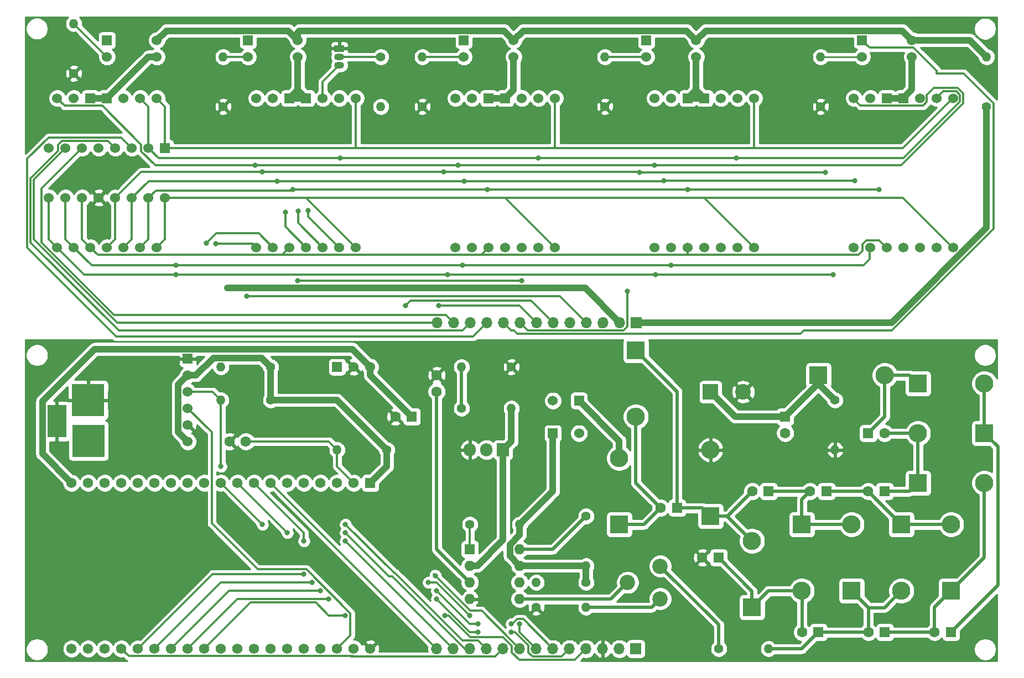
<source format=gtl>
G04 #@! TF.GenerationSoftware,KiCad,Pcbnew,(5.1.9)-1*
G04 #@! TF.CreationDate,2021-01-30T15:55:31+09:00*
G04 #@! TF.ProjectId,nixie-meter-order,6e697869-652d-46d6-9574-65722d6f7264,rev?*
G04 #@! TF.SameCoordinates,Original*
G04 #@! TF.FileFunction,Copper,L1,Top*
G04 #@! TF.FilePolarity,Positive*
%FSLAX46Y46*%
G04 Gerber Fmt 4.6, Leading zero omitted, Abs format (unit mm)*
G04 Created by KiCad (PCBNEW (5.1.9)-1) date 2021-01-30 15:55:31*
%MOMM*%
%LPD*%
G01*
G04 APERTURE LIST*
G04 #@! TA.AperFunction,ComponentPad*
%ADD10O,1.400000X1.400000*%
G04 #@! TD*
G04 #@! TA.AperFunction,ComponentPad*
%ADD11C,1.400000*%
G04 #@! TD*
G04 #@! TA.AperFunction,ComponentPad*
%ADD12R,1.500000X1.050000*%
G04 #@! TD*
G04 #@! TA.AperFunction,ComponentPad*
%ADD13O,1.500000X1.050000*%
G04 #@! TD*
G04 #@! TA.AperFunction,ComponentPad*
%ADD14C,1.524000*%
G04 #@! TD*
G04 #@! TA.AperFunction,ComponentPad*
%ADD15R,1.524000X1.524000*%
G04 #@! TD*
G04 #@! TA.AperFunction,ComponentPad*
%ADD16O,1.700000X1.700000*%
G04 #@! TD*
G04 #@! TA.AperFunction,ComponentPad*
%ADD17R,1.700000X1.700000*%
G04 #@! TD*
G04 #@! TA.AperFunction,ComponentPad*
%ADD18C,2.400000*%
G04 #@! TD*
G04 #@! TA.AperFunction,ComponentPad*
%ADD19R,2.400000X2.400000*%
G04 #@! TD*
G04 #@! TA.AperFunction,ComponentPad*
%ADD20C,1.600000*%
G04 #@! TD*
G04 #@! TA.AperFunction,ComponentPad*
%ADD21R,1.600000X1.600000*%
G04 #@! TD*
G04 #@! TA.AperFunction,ComponentPad*
%ADD22O,2.800000X2.800000*%
G04 #@! TD*
G04 #@! TA.AperFunction,ComponentPad*
%ADD23R,2.800000X2.800000*%
G04 #@! TD*
G04 #@! TA.AperFunction,ComponentPad*
%ADD24O,1.905000X2.000000*%
G04 #@! TD*
G04 #@! TA.AperFunction,ComponentPad*
%ADD25R,1.905000X2.000000*%
G04 #@! TD*
G04 #@! TA.AperFunction,ComponentPad*
%ADD26R,5.001260X5.001260*%
G04 #@! TD*
G04 #@! TA.AperFunction,ComponentPad*
%ADD27R,2.999740X5.001260*%
G04 #@! TD*
G04 #@! TA.AperFunction,ComponentPad*
%ADD28C,2.340000*%
G04 #@! TD*
G04 #@! TA.AperFunction,ComponentPad*
%ADD29O,1.600000X1.600000*%
G04 #@! TD*
G04 #@! TA.AperFunction,ComponentPad*
%ADD30C,1.560000*%
G04 #@! TD*
G04 #@! TA.AperFunction,ComponentPad*
%ADD31R,1.560000X1.560000*%
G04 #@! TD*
G04 #@! TA.AperFunction,ViaPad*
%ADD32C,0.800000*%
G04 #@! TD*
G04 #@! TA.AperFunction,Conductor*
%ADD33C,0.300000*%
G04 #@! TD*
G04 #@! TA.AperFunction,Conductor*
%ADD34C,1.000000*%
G04 #@! TD*
G04 #@! TA.AperFunction,Conductor*
%ADD35C,0.500000*%
G04 #@! TD*
G04 #@! TA.AperFunction,Conductor*
%ADD36C,0.250000*%
G04 #@! TD*
G04 #@! TA.AperFunction,Conductor*
%ADD37C,0.254000*%
G04 #@! TD*
G04 #@! TA.AperFunction,Conductor*
%ADD38C,0.100000*%
G04 #@! TD*
G04 APERTURE END LIST*
D10*
X129670000Y-46920000D03*
D11*
X129670000Y-54540000D03*
D12*
X116970000Y-45650000D03*
D13*
X116970000Y-48190000D03*
X116970000Y-46920000D03*
D14*
X180470000Y-76130000D03*
X177930000Y-76130000D03*
X175390000Y-76130000D03*
X172850000Y-76130000D03*
X170310000Y-76130000D03*
X167770000Y-76130000D03*
X165230000Y-76130000D03*
X180470000Y-53270000D03*
X177930000Y-53270000D03*
X175390000Y-53270000D03*
D15*
X172850000Y-53270000D03*
X170310000Y-53270000D03*
D14*
X167770000Y-53270000D03*
X165230000Y-53270000D03*
D10*
X190630000Y-46920000D03*
D11*
X190630000Y-54540000D03*
D14*
X210950000Y-76130000D03*
X208410000Y-76130000D03*
X205870000Y-76130000D03*
X203330000Y-76130000D03*
X200790000Y-76130000D03*
X198250000Y-76130000D03*
X195710000Y-76130000D03*
X210950000Y-53270000D03*
X208410000Y-53270000D03*
X205870000Y-53270000D03*
D15*
X203330000Y-53270000D03*
X200790000Y-53270000D03*
D14*
X198250000Y-53270000D03*
X195710000Y-53270000D03*
X204600000Y-44380000D03*
X204600000Y-46920000D03*
X196980000Y-46920000D03*
D15*
X196980000Y-44380000D03*
D14*
X171580000Y-44380000D03*
X171580000Y-46920000D03*
X163960000Y-46920000D03*
D15*
X163960000Y-44380000D03*
D14*
X143640000Y-44380000D03*
X143640000Y-46920000D03*
X136020000Y-46920000D03*
D15*
X136020000Y-44380000D03*
D14*
X149990000Y-76130000D03*
X147450000Y-76130000D03*
X144910000Y-76130000D03*
X142370000Y-76130000D03*
X139830000Y-76130000D03*
X137290000Y-76130000D03*
X134750000Y-76130000D03*
X149990000Y-53270000D03*
X147450000Y-53270000D03*
X144910000Y-53270000D03*
D15*
X142370000Y-53270000D03*
X139830000Y-53270000D03*
D14*
X137290000Y-53270000D03*
X134750000Y-53270000D03*
X110620000Y-44380000D03*
X110620000Y-46920000D03*
X103000000Y-46920000D03*
D15*
X103000000Y-44380000D03*
D14*
X119510000Y-76130000D03*
X116970000Y-76130000D03*
X114430000Y-76130000D03*
X111890000Y-76130000D03*
X109350000Y-76130000D03*
X106810000Y-76130000D03*
X104270000Y-76130000D03*
X119510000Y-53270000D03*
X116970000Y-53270000D03*
X114430000Y-53270000D03*
D15*
X111890000Y-53270000D03*
X109350000Y-53270000D03*
D14*
X106810000Y-53270000D03*
X104270000Y-53270000D03*
X89030000Y-44380000D03*
X89030000Y-46920000D03*
X81410000Y-46920000D03*
D15*
X81410000Y-44380000D03*
D14*
X89030000Y-76130000D03*
X86490000Y-76130000D03*
X83950000Y-76130000D03*
X81410000Y-76130000D03*
X78870000Y-76130000D03*
X76330000Y-76130000D03*
X73790000Y-76130000D03*
X89030000Y-53270000D03*
X86490000Y-53270000D03*
X83950000Y-53270000D03*
D15*
X81410000Y-53270000D03*
X78870000Y-53270000D03*
D14*
X76330000Y-53270000D03*
X73790000Y-53270000D03*
X90300000Y-68510000D03*
X87760000Y-68510000D03*
X85220000Y-68510000D03*
X82680000Y-68510000D03*
X80140000Y-68510000D03*
X77600000Y-68510000D03*
X75060000Y-68510000D03*
X72520000Y-68510000D03*
X72520000Y-60890000D03*
X75060000Y-60890000D03*
X77600000Y-60890000D03*
X80140000Y-60890000D03*
X82680000Y-60890000D03*
X85220000Y-60890000D03*
X87760000Y-60890000D03*
D15*
X90300000Y-60890000D03*
D10*
X157610000Y-46920000D03*
D11*
X157610000Y-54540000D03*
D10*
X123320000Y-54540000D03*
D11*
X123320000Y-46920000D03*
D10*
X99190000Y-46920000D03*
D11*
X99190000Y-54540000D03*
D10*
X216030000Y-46920000D03*
D11*
X216030000Y-54540000D03*
D10*
X76330000Y-41840000D03*
D11*
X76330000Y-49460000D03*
D16*
X131930000Y-87660000D03*
X134470000Y-87660000D03*
X137010000Y-87660000D03*
X139550000Y-87660000D03*
X142090000Y-87660000D03*
X144630000Y-87660000D03*
X147170000Y-87660000D03*
X149710000Y-87660000D03*
X152250000Y-87660000D03*
X154790000Y-87660000D03*
X157330000Y-87660000D03*
X159870000Y-87660000D03*
D17*
X162410000Y-87660000D03*
D18*
X178780000Y-98250000D03*
D19*
X173780000Y-98250000D03*
D15*
X93770000Y-93170000D03*
D14*
X93770000Y-95710000D03*
X93770000Y-98250000D03*
X93770000Y-100790000D03*
X93770000Y-103330000D03*
X93770000Y-105870000D03*
D20*
X185210000Y-104560000D03*
D21*
X185210000Y-102060000D03*
D22*
X162350000Y-102060000D03*
D23*
X162350000Y-91900000D03*
D22*
X173780000Y-107140000D03*
D23*
X173780000Y-117300000D03*
D22*
X205530000Y-104600000D03*
D23*
X215690000Y-104600000D03*
D22*
X200450000Y-95710000D03*
D23*
X190290000Y-95710000D03*
D22*
X215690000Y-96980000D03*
D23*
X205530000Y-96980000D03*
D22*
X215690000Y-112220000D03*
D23*
X205530000Y-112220000D03*
D22*
X210610000Y-118570000D03*
D23*
X210610000Y-128730000D03*
D22*
X202990000Y-128730000D03*
D23*
X202990000Y-118570000D03*
D22*
X195370000Y-118570000D03*
D23*
X195370000Y-128730000D03*
D22*
X187750000Y-128730000D03*
D23*
X187750000Y-118570000D03*
D22*
X180130000Y-121110000D03*
D23*
X180130000Y-131270000D03*
D16*
X131870000Y-137620000D03*
X134410000Y-137620000D03*
X136950000Y-137620000D03*
X139490000Y-137620000D03*
X142030000Y-137620000D03*
X144570000Y-137620000D03*
X147110000Y-137620000D03*
X149650000Y-137620000D03*
X152190000Y-137620000D03*
X154730000Y-137620000D03*
X157270000Y-137620000D03*
X159810000Y-137620000D03*
D17*
X162350000Y-137620000D03*
D10*
X135680000Y-94440000D03*
D11*
X143300000Y-94440000D03*
D24*
X136950000Y-107140000D03*
X139490000Y-107140000D03*
D25*
X142030000Y-107140000D03*
D10*
X144570000Y-118570000D03*
D11*
X136950000Y-118570000D03*
D10*
X98850000Y-94440000D03*
D11*
X106470000Y-94440000D03*
D10*
X98850000Y-99520000D03*
D11*
X106470000Y-99520000D03*
D20*
X125560000Y-102060000D03*
D21*
X128060000Y-102060000D03*
D20*
X100160000Y-105870000D03*
X102660000Y-105870000D03*
X131870000Y-95710000D03*
X131870000Y-98210000D03*
X166160000Y-116030000D03*
D21*
X168660000Y-116030000D03*
D20*
X172510000Y-123650000D03*
D21*
X175010000Y-123650000D03*
D20*
X180170000Y-113490000D03*
D21*
X182670000Y-113490000D03*
D20*
X187790000Y-135080000D03*
D21*
X190290000Y-135080000D03*
D20*
X189020000Y-113490000D03*
D21*
X191520000Y-113490000D03*
D20*
X197950000Y-135080000D03*
D21*
X200450000Y-135080000D03*
D20*
X197910000Y-113490000D03*
D21*
X200410000Y-113490000D03*
D20*
X208070000Y-135080000D03*
D21*
X210570000Y-135080000D03*
D20*
X200410000Y-104600000D03*
D21*
X197910000Y-104600000D03*
D22*
X159810000Y-108410000D03*
D23*
X159810000Y-118570000D03*
D26*
X78530000Y-99520000D03*
X78580800Y-105770940D03*
D27*
X73729400Y-102771200D03*
D15*
X153650000Y-99600000D03*
D14*
X153650000Y-104600000D03*
D15*
X149650000Y-104600000D03*
D14*
X149650000Y-99600000D03*
D10*
X116630000Y-107140000D03*
D11*
X124250000Y-107140000D03*
D10*
X147110000Y-127460000D03*
D11*
X154730000Y-127460000D03*
D10*
X154730000Y-124920000D03*
D11*
X154730000Y-117300000D03*
D10*
X143300000Y-100790000D03*
D11*
X135680000Y-100790000D03*
D10*
X192830000Y-107140000D03*
D11*
X192830000Y-99520000D03*
D10*
X154730000Y-131270000D03*
D11*
X147110000Y-131270000D03*
D10*
X182670000Y-137620000D03*
D11*
X175050000Y-137620000D03*
D28*
X166080000Y-129960000D03*
X161080000Y-127460000D03*
X166080000Y-124960000D03*
D15*
X116630000Y-94440000D03*
D14*
X119170000Y-94440000D03*
X121710000Y-94440000D03*
D29*
X144570000Y-122380000D03*
X136950000Y-130000000D03*
X144570000Y-124920000D03*
X136950000Y-127460000D03*
X144570000Y-127460000D03*
X136950000Y-124920000D03*
X144570000Y-130000000D03*
D21*
X136950000Y-122380000D03*
D30*
X75990000Y-137620000D03*
X78530000Y-137620000D03*
X81070000Y-137620000D03*
X83610000Y-137620000D03*
X86150000Y-137620000D03*
X88690000Y-137620000D03*
X91230000Y-137620000D03*
X93770000Y-137620000D03*
X96310000Y-137620000D03*
X98850000Y-137620000D03*
X101390000Y-137620000D03*
X103930000Y-137620000D03*
X106470000Y-137620000D03*
X109010000Y-137620000D03*
X111550000Y-137620000D03*
X114090000Y-137620000D03*
X116630000Y-137620000D03*
X119170000Y-137620000D03*
X121710000Y-137620000D03*
X78530000Y-112220000D03*
X81070000Y-112220000D03*
X83610000Y-112220000D03*
X86150000Y-112220000D03*
X88690000Y-112220000D03*
X91230000Y-112220000D03*
X93770000Y-112220000D03*
X96310000Y-112220000D03*
X98850000Y-112220000D03*
X101390000Y-112220000D03*
X103930000Y-112220000D03*
X106470000Y-112220000D03*
X109010000Y-112220000D03*
X111550000Y-112220000D03*
X114090000Y-112220000D03*
X116630000Y-112220000D03*
X75990000Y-112220000D03*
X119170000Y-112220000D03*
D31*
X121710000Y-112220000D03*
D32*
X161070001Y-82829999D03*
X132210000Y-85020000D03*
X127130000Y-85020000D03*
X144910000Y-81210000D03*
X110620000Y-81210000D03*
X102830000Y-83560000D03*
X99830000Y-82360000D03*
X109830000Y-67260000D03*
X112230000Y-70460000D03*
X139630000Y-67260000D03*
X170230000Y-67260000D03*
X199580010Y-67260000D03*
X107430000Y-65960000D03*
X110630000Y-70560000D03*
X136030000Y-65960000D03*
X166630000Y-65860000D03*
X195830000Y-65860000D03*
X105130000Y-64560000D03*
X108730000Y-70760000D03*
X132930000Y-64560000D03*
X162930000Y-64660000D03*
X191330000Y-64660000D03*
X91930000Y-78860000D03*
X96630000Y-75460000D03*
X135830000Y-78860000D03*
X167730000Y-78860000D03*
X91930000Y-80260000D03*
X98030000Y-75560000D03*
X192530000Y-80260000D03*
X133530000Y-80260000D03*
X165330000Y-80260000D03*
X104030000Y-63560000D03*
X135130000Y-63560000D03*
X165230000Y-63560000D03*
X177730000Y-62460000D03*
X117130000Y-62460000D03*
X147430000Y-62460000D03*
X117900000Y-121110000D03*
X111550000Y-121110000D03*
X109010000Y-119840000D03*
X117900000Y-119840000D03*
X117900000Y-118570000D03*
X105200000Y-118570000D03*
X111550000Y-126190000D03*
X131653999Y-126406001D03*
X136950000Y-132540000D03*
X144570000Y-133810000D03*
X112820000Y-127460000D03*
X130600000Y-127460000D03*
X138220000Y-133810000D03*
X143300000Y-133810000D03*
X114090000Y-128730000D03*
X131870000Y-128730000D03*
X138220000Y-135080000D03*
X138220000Y-135080000D03*
X143300000Y-135080000D03*
X115360000Y-130000000D03*
X131870000Y-130000000D03*
X117900000Y-132540000D03*
X133140000Y-132540000D03*
X98850000Y-109680000D03*
D33*
X82967118Y-87660000D02*
X131930000Y-87660000D01*
X70207989Y-74900871D02*
X82967118Y-87660000D01*
X70207989Y-65742011D02*
X70207989Y-74900871D01*
X75060000Y-60890000D02*
X70207989Y-65742011D01*
X134730000Y-87660000D02*
X134470000Y-87660000D01*
X134470000Y-87660000D02*
X133269999Y-86459999D01*
X71407999Y-67082001D02*
X71625000Y-66865000D01*
X71407999Y-75393761D02*
X71407999Y-67082001D01*
X82474237Y-86459999D02*
X71407999Y-75393761D01*
X133269999Y-86459999D02*
X82474237Y-86459999D01*
X71625000Y-66865000D02*
X77600000Y-60890000D01*
X69707979Y-65534901D02*
X69707979Y-75357979D01*
X73947999Y-61294881D02*
X69707979Y-65534901D01*
X73947999Y-60356239D02*
X73947999Y-61294881D01*
X74526239Y-59777999D02*
X73947999Y-60356239D01*
X81567999Y-59777999D02*
X74526239Y-59777999D01*
X82680000Y-60890000D02*
X81567999Y-59777999D01*
X135809999Y-88860001D02*
X137010000Y-87660000D01*
X83210001Y-88860001D02*
X135809999Y-88860001D01*
X69707979Y-75357979D02*
X83210001Y-88860001D01*
X69207969Y-62556269D02*
X69207969Y-76177969D01*
X72486249Y-59277989D02*
X69207969Y-62556269D01*
X83607989Y-59277989D02*
X72486249Y-59277989D01*
X85220000Y-60890000D02*
X83607989Y-59277989D01*
X137430000Y-89780000D02*
X139550000Y-87660000D01*
X82810000Y-89780000D02*
X137430000Y-89780000D01*
X69207969Y-76177969D02*
X82810000Y-89780000D01*
X142090000Y-87600000D02*
X142090000Y-87660000D01*
X217080001Y-54035999D02*
X212504002Y-49460000D01*
X217080001Y-73265856D02*
X217080001Y-54035999D01*
X201485856Y-88860001D02*
X217080001Y-73265856D01*
X142090000Y-87660000D02*
X143290001Y-88860001D01*
X212504002Y-49460000D02*
X208410000Y-49460000D01*
X198092001Y-45492001D02*
X196980000Y-44380000D01*
X204817763Y-45492001D02*
X198092001Y-45492001D01*
X208410000Y-49084238D02*
X204817763Y-45492001D01*
X208410000Y-49460000D02*
X208410000Y-49084238D01*
X187559989Y-89360011D02*
X144170011Y-89360011D01*
X188059999Y-88860001D02*
X187559989Y-89360011D01*
X201485856Y-88860001D02*
X188059999Y-88860001D01*
X143670001Y-88860001D02*
X143290001Y-88860001D01*
X144170011Y-89360011D02*
X143670001Y-88860001D01*
X161070001Y-88236001D02*
X161070001Y-82829999D01*
X160446001Y-88860001D02*
X161070001Y-88236001D01*
X145830001Y-88860001D02*
X160446001Y-88860001D01*
X144630000Y-87660000D02*
X145830001Y-88860001D01*
X161070001Y-82829999D02*
X161070001Y-82829999D01*
X147170000Y-87660000D02*
X144530000Y-85020000D01*
X144530000Y-85020000D02*
X132210000Y-85020000D01*
X132210000Y-85020000D02*
X132210000Y-85020000D01*
X149710000Y-87660000D02*
X146319999Y-84269999D01*
X146319999Y-84269999D02*
X127880001Y-84269999D01*
X127880001Y-84269999D02*
X127130000Y-85020000D01*
X127130000Y-85020000D02*
X127130000Y-85020000D01*
X144910000Y-81210000D02*
X110620000Y-81210000D01*
X154790000Y-87660000D02*
X150690000Y-83560000D01*
X150690000Y-83560000D02*
X102830000Y-83560000D01*
X102830000Y-83560000D02*
X102830000Y-83560000D01*
D34*
X157030000Y-87960000D02*
X157330000Y-87660000D01*
D35*
X125520000Y-102060000D02*
X125560000Y-102060000D01*
D34*
X159870000Y-87660000D02*
X154570000Y-82360000D01*
X154570000Y-82360000D02*
X99830000Y-82360000D01*
X99830000Y-82360000D02*
X99830000Y-82360000D01*
X121710000Y-95710000D02*
X128060000Y-102060000D01*
X121710000Y-94440000D02*
X121710000Y-95710000D01*
X71529529Y-107759529D02*
X75990000Y-112220000D01*
X71529529Y-99710569D02*
X71529529Y-107759529D01*
X79532099Y-91707999D02*
X71529529Y-99710569D01*
X118977999Y-91707999D02*
X79532099Y-91707999D01*
X121710000Y-94440000D02*
X118977999Y-91707999D01*
X216030000Y-73113762D02*
X216030000Y-54540000D01*
X201483762Y-87660000D02*
X216030000Y-73113762D01*
X162410000Y-87660000D02*
X201483762Y-87660000D01*
X78580800Y-105819200D02*
X78580800Y-105770940D01*
D33*
X114430000Y-50730000D02*
X116970000Y-48190000D01*
X114430000Y-53270000D02*
X114430000Y-50730000D01*
X118020000Y-46920000D02*
X123320000Y-46920000D01*
X116970000Y-46920000D02*
X118020000Y-46920000D01*
X81410000Y-46920000D02*
X76330000Y-41840000D01*
D34*
X173042001Y-42917999D02*
X171580000Y-44380000D01*
X203137999Y-42917999D02*
X173042001Y-42917999D01*
X204600000Y-44380000D02*
X203137999Y-42917999D01*
X145102001Y-42917999D02*
X143640000Y-44380000D01*
X170117999Y-42917999D02*
X145102001Y-42917999D01*
X171580000Y-44380000D02*
X170117999Y-42917999D01*
X142177999Y-42917999D02*
X110872001Y-42917999D01*
X143640000Y-44380000D02*
X142177999Y-42917999D01*
X110620000Y-43170000D02*
X110620000Y-44380000D01*
X110872001Y-42917999D02*
X110620000Y-43170000D01*
X90492001Y-42917999D02*
X89030000Y-44380000D01*
X109157999Y-42917999D02*
X90492001Y-42917999D01*
X110620000Y-44380000D02*
X109157999Y-42917999D01*
X213490000Y-44380000D02*
X216030000Y-46920000D01*
X204600000Y-44380000D02*
X213490000Y-44380000D01*
D33*
X103000000Y-46920000D02*
X99190000Y-46920000D01*
X136020000Y-46920000D02*
X129670000Y-46920000D01*
X163960000Y-46920000D02*
X157610000Y-46920000D01*
D36*
X196980000Y-46920000D02*
X190630000Y-46920000D01*
D35*
X166120000Y-129960000D02*
X166080000Y-129960000D01*
X164770000Y-131270000D02*
X166080000Y-129960000D01*
X154730000Y-131270000D02*
X164770000Y-131270000D01*
D33*
X90300000Y-74860000D02*
X90300000Y-68510000D01*
X89030000Y-76130000D02*
X90300000Y-74860000D01*
X111890000Y-68510000D02*
X119510000Y-76130000D01*
X142370000Y-68510000D02*
X149990000Y-76130000D01*
X111580000Y-68510000D02*
X142370000Y-68510000D01*
X90300000Y-68510000D02*
X111580000Y-68510000D01*
X111580000Y-68510000D02*
X111890000Y-68510000D01*
X172850000Y-68510000D02*
X180470000Y-76130000D01*
X142370000Y-68510000D02*
X172850000Y-68510000D01*
X203230000Y-68510000D02*
X210850000Y-76130000D01*
X172850000Y-68510000D02*
X203230000Y-68510000D01*
X87760000Y-74860000D02*
X86490000Y-76130000D01*
X87760000Y-68510000D02*
X87760000Y-74860000D01*
X88872001Y-67397999D02*
X109692001Y-67397999D01*
X87760000Y-68510000D02*
X88872001Y-67397999D01*
X109692001Y-67397999D02*
X109830000Y-67260000D01*
X109830000Y-67260000D02*
X109830000Y-67260000D01*
X112230000Y-71390000D02*
X116970000Y-76130000D01*
X112230000Y-70460000D02*
X112230000Y-71390000D01*
X109830000Y-67260000D02*
X139630000Y-67260000D01*
X139630000Y-67260000D02*
X139630000Y-67260000D01*
X139630000Y-67260000D02*
X170230000Y-67260000D01*
X170230000Y-67260000D02*
X170230000Y-67260000D01*
X170230000Y-67260000D02*
X199580010Y-67260000D01*
X199580010Y-67260000D02*
X199580010Y-67260000D01*
X85220000Y-74860000D02*
X83950000Y-76130000D01*
X85220000Y-68510000D02*
X85220000Y-74860000D01*
X87770000Y-65960000D02*
X85220000Y-68510000D01*
X107430000Y-65960000D02*
X107430000Y-65960000D01*
X107430000Y-65960000D02*
X87770000Y-65960000D01*
X110630000Y-72330000D02*
X114430000Y-76130000D01*
X110630000Y-70560000D02*
X110630000Y-72330000D01*
X107430000Y-65960000D02*
X136030000Y-65960000D01*
X136030000Y-65960000D02*
X136330000Y-65960000D01*
X136030000Y-65960000D02*
X166530000Y-65960000D01*
X166530000Y-65960000D02*
X166630000Y-65860000D01*
X166630000Y-65860000D02*
X166630000Y-65860000D01*
X166630000Y-65860000D02*
X195830000Y-65860000D01*
X195830000Y-65860000D02*
X195930000Y-65960000D01*
X195830000Y-65860000D02*
X195830000Y-65860000D01*
X82680000Y-74860000D02*
X81410000Y-76130000D01*
X82680000Y-68510000D02*
X82680000Y-74860000D01*
X82680000Y-68510000D02*
X86630000Y-64560000D01*
X86630000Y-64560000D02*
X105130000Y-64560000D01*
X105130000Y-64560000D02*
X105130000Y-64560000D01*
X108730000Y-72970000D02*
X111890000Y-76130000D01*
X108730000Y-70760000D02*
X108730000Y-72970000D01*
X105130000Y-64560000D02*
X132930000Y-64560000D01*
X132930000Y-64560000D02*
X132930000Y-64560000D01*
X162930000Y-64660000D02*
X162930000Y-64660000D01*
X163030000Y-64660000D02*
X162930000Y-64660000D01*
X132930000Y-64560000D02*
X162830000Y-64560000D01*
X162930000Y-64660000D02*
X162830000Y-64560000D01*
X162930000Y-64660000D02*
X191330000Y-64660000D01*
X191330000Y-64660000D02*
X191330000Y-64660000D01*
X77600000Y-74860000D02*
X78870000Y-76130000D01*
X77600000Y-68510000D02*
X77600000Y-74860000D01*
X108237999Y-77242001D02*
X109350000Y-76130000D01*
X79982001Y-77242001D02*
X108237999Y-77242001D01*
X78870000Y-76130000D02*
X79982001Y-77242001D01*
X197616239Y-75017999D02*
X199577999Y-75017999D01*
X197037999Y-75596239D02*
X197616239Y-75017999D01*
X197037999Y-76663761D02*
X197037999Y-75596239D01*
X199577999Y-75017999D02*
X200690000Y-76130000D01*
X196459759Y-77242001D02*
X197037999Y-76663761D01*
X138717999Y-77242001D02*
X138712001Y-77242001D01*
X139830000Y-76130000D02*
X138717999Y-77242001D01*
X108237999Y-77242001D02*
X138712001Y-77242001D01*
X170247999Y-76192001D02*
X170310000Y-76130000D01*
X170247999Y-77242001D02*
X170247999Y-76192001D01*
X138712001Y-77242001D02*
X170247999Y-77242001D01*
X170247999Y-77242001D02*
X196459759Y-77242001D01*
X75060000Y-74860000D02*
X76330000Y-76130000D01*
X75060000Y-68510000D02*
X75060000Y-74860000D01*
X76330000Y-76160000D02*
X76330000Y-76130000D01*
X76330000Y-76130000D02*
X79060000Y-78860000D01*
X79060000Y-78860000D02*
X91930000Y-78860000D01*
X91930000Y-78860000D02*
X91930000Y-78860000D01*
X104640000Y-73960000D02*
X106810000Y-76130000D01*
X98130000Y-73960000D02*
X104640000Y-73960000D01*
X96630000Y-75460000D02*
X98130000Y-73960000D01*
X198150000Y-77940000D02*
X198150000Y-76130000D01*
X197230000Y-78860000D02*
X198150000Y-77940000D01*
X91930000Y-78860000D02*
X135830000Y-78860000D01*
X135830000Y-78860000D02*
X167730000Y-78860000D01*
X167730000Y-78860000D02*
X197230000Y-78860000D01*
X72520000Y-74860000D02*
X73790000Y-76130000D01*
X72520000Y-68510000D02*
X72520000Y-74860000D01*
X73660000Y-76130000D02*
X73790000Y-76130000D01*
X73790000Y-76130000D02*
X77920000Y-80260000D01*
X77920000Y-80260000D02*
X91930000Y-80260000D01*
X91930000Y-80260000D02*
X91930000Y-80260000D01*
X103700000Y-75560000D02*
X104270000Y-76130000D01*
X98030000Y-75560000D02*
X103700000Y-75560000D01*
X192530000Y-80260000D02*
X192530000Y-80260000D01*
X91930000Y-80260000D02*
X133530000Y-80260000D01*
X192530000Y-80260000D02*
X192330000Y-80260000D01*
X133530000Y-80260000D02*
X165330000Y-80260000D01*
X165330000Y-80260000D02*
X192330000Y-80260000D01*
X86647999Y-60356239D02*
X86647999Y-61423761D01*
X80673761Y-54382001D02*
X86647999Y-60356239D01*
X74902001Y-54382001D02*
X80673761Y-54382001D01*
X73790000Y-53270000D02*
X74902001Y-54382001D01*
X196722001Y-54382001D02*
X195610000Y-53270000D01*
X206303761Y-54382001D02*
X196722001Y-54382001D01*
X207960251Y-51657989D02*
X206882001Y-52736239D01*
X206882001Y-53803761D02*
X206303761Y-54382001D01*
X211590871Y-51657989D02*
X207960251Y-51657989D01*
X212462011Y-54010871D02*
X212462011Y-52529129D01*
X212462011Y-52529129D02*
X211590871Y-51657989D01*
X202912882Y-63560000D02*
X212462011Y-54010871D01*
X206882001Y-52736239D02*
X206882001Y-53803761D01*
X104030000Y-63560000D02*
X135130000Y-63560000D01*
X135130000Y-63560000D02*
X165230000Y-63560000D01*
X165230000Y-63560000D02*
X202912882Y-63560000D01*
X88784238Y-63560000D02*
X104030000Y-63560000D01*
X86647999Y-61423761D02*
X88784238Y-63560000D01*
X72520000Y-60820000D02*
X72520000Y-60890000D01*
X87760000Y-54540000D02*
X86490000Y-53270000D01*
X87760000Y-60890000D02*
X87760000Y-54540000D01*
X209422001Y-52157999D02*
X208310000Y-53270000D01*
X211383761Y-52157999D02*
X209422001Y-52157999D01*
X211962001Y-52736239D02*
X211383761Y-52157999D01*
X211962001Y-53803761D02*
X211962001Y-52736239D01*
X203305762Y-62460000D02*
X211962001Y-53803761D01*
X89330000Y-62460000D02*
X117130000Y-62460000D01*
X87760000Y-60890000D02*
X89330000Y-62460000D01*
X177730000Y-62460000D02*
X203305762Y-62460000D01*
X117130000Y-62460000D02*
X147430000Y-62460000D01*
X147430000Y-62460000D02*
X177730000Y-62460000D01*
X90300000Y-54540000D02*
X89030000Y-53270000D01*
X90300000Y-60890000D02*
X90300000Y-54540000D01*
X203230000Y-60890000D02*
X210850000Y-53270000D01*
X180470000Y-60880000D02*
X180460000Y-60890000D01*
X180470000Y-53270000D02*
X180470000Y-60880000D01*
X180460000Y-60890000D02*
X203230000Y-60890000D01*
X149990000Y-53270000D02*
X149990000Y-60860000D01*
X149960000Y-60890000D02*
X180460000Y-60890000D01*
X149990000Y-60860000D02*
X149960000Y-60890000D01*
X119510000Y-60840000D02*
X119560000Y-60890000D01*
X119510000Y-53270000D02*
X119510000Y-60840000D01*
X119560000Y-60890000D02*
X149960000Y-60890000D01*
X90300000Y-60890000D02*
X119560000Y-60890000D01*
D34*
X87760000Y-46920000D02*
X81410000Y-53270000D01*
X89030000Y-46920000D02*
X87760000Y-46920000D01*
X81410000Y-53270000D02*
X78870000Y-53270000D01*
X110620000Y-52000000D02*
X109350000Y-53270000D01*
X110620000Y-46920000D02*
X110620000Y-52000000D01*
X109350000Y-53270000D02*
X111890000Y-53270000D01*
X111890000Y-53270000D02*
X110620000Y-52000000D01*
X143640000Y-52000000D02*
X142370000Y-53270000D01*
X143640000Y-46920000D02*
X143640000Y-52000000D01*
X142370000Y-53270000D02*
X139830000Y-53270000D01*
X171580000Y-52000000D02*
X172850000Y-53270000D01*
X171580000Y-46920000D02*
X171580000Y-52000000D01*
X171580000Y-52000000D02*
X170310000Y-53270000D01*
X170310000Y-53270000D02*
X172850000Y-53270000D01*
X204600000Y-51900000D02*
X203230000Y-53270000D01*
X204600000Y-46920000D02*
X204600000Y-51900000D01*
X200690000Y-53270000D02*
X203230000Y-53270000D01*
D33*
X116630000Y-109680000D02*
X119170000Y-112220000D01*
X116630000Y-107140000D02*
X116630000Y-109680000D01*
X115360000Y-105870000D02*
X116630000Y-107140000D01*
X102660000Y-105870000D02*
X115360000Y-105870000D01*
D35*
X131870000Y-122380000D02*
X136950000Y-127460000D01*
X131870000Y-98210000D02*
X131870000Y-122380000D01*
X163620000Y-118570000D02*
X166160000Y-116030000D01*
X159810000Y-118570000D02*
X163620000Y-118570000D01*
X166160000Y-116030000D02*
X162350000Y-112220000D01*
X162350000Y-112220000D02*
X162350000Y-102060000D01*
X172510000Y-116030000D02*
X173780000Y-117300000D01*
X168660000Y-116030000D02*
X172510000Y-116030000D01*
X176360000Y-117300000D02*
X180170000Y-113490000D01*
X173780000Y-117300000D02*
X176360000Y-117300000D01*
X176320000Y-117300000D02*
X180130000Y-121110000D01*
X173780000Y-117300000D02*
X176320000Y-117300000D01*
X168660000Y-98210000D02*
X168660000Y-116030000D01*
X162350000Y-91900000D02*
X168660000Y-98210000D01*
D33*
X187750000Y-135080000D02*
X187790000Y-135080000D01*
D35*
X187790000Y-128770000D02*
X187750000Y-128730000D01*
X187790000Y-135080000D02*
X187790000Y-128770000D01*
X182670000Y-128730000D02*
X180130000Y-131270000D01*
X187750000Y-128730000D02*
X182670000Y-128730000D01*
X180130000Y-128770000D02*
X175010000Y-123650000D01*
X180130000Y-131270000D02*
X180130000Y-128770000D01*
X189020000Y-113490000D02*
X182670000Y-113490000D01*
X195370000Y-118570000D02*
X187750000Y-118570000D01*
X187750000Y-114760000D02*
X189020000Y-113490000D01*
X187750000Y-118570000D02*
X187750000Y-114760000D01*
X187750000Y-137620000D02*
X190290000Y-135080000D01*
X182670000Y-137620000D02*
X187750000Y-137620000D01*
X190290000Y-135080000D02*
X197950000Y-135080000D01*
X197950000Y-131310000D02*
X195370000Y-128730000D01*
X197950000Y-135080000D02*
X197950000Y-131310000D01*
X200410000Y-131310000D02*
X202990000Y-128730000D01*
X197950000Y-131310000D02*
X200410000Y-131310000D01*
X191520000Y-113490000D02*
X197910000Y-113490000D01*
X210610000Y-118570000D02*
X202990000Y-118570000D01*
X202990000Y-118570000D02*
X197910000Y-113490000D01*
X200450000Y-135080000D02*
X208070000Y-135080000D01*
X208070000Y-131270000D02*
X210610000Y-128730000D01*
X208070000Y-135080000D02*
X208070000Y-131270000D01*
X215690000Y-123650000D02*
X215690000Y-112220000D01*
X210610000Y-128730000D02*
X215690000Y-123650000D01*
X204260000Y-113490000D02*
X205530000Y-112220000D01*
X200410000Y-113490000D02*
X204260000Y-113490000D01*
X205530000Y-112220000D02*
X205530000Y-104600000D01*
X200410000Y-104600000D02*
X205530000Y-104600000D01*
X217754990Y-127895010D02*
X210570000Y-135080000D01*
X217754990Y-106664990D02*
X217754990Y-127895010D01*
X215690000Y-104600000D02*
X217754990Y-106664990D01*
X215690000Y-96980000D02*
X215690000Y-104600000D01*
X197910000Y-104600000D02*
X200450000Y-102060000D01*
X200450000Y-95710000D02*
X200450000Y-102060000D01*
X204260000Y-95710000D02*
X205530000Y-96980000D01*
X200450000Y-95710000D02*
X204260000Y-95710000D01*
D34*
X190290000Y-96980000D02*
X192830000Y-99520000D01*
X190290000Y-96980000D02*
X185210000Y-102060000D01*
X190290000Y-95710000D02*
X190290000Y-96980000D01*
X185210000Y-102060000D02*
X181360000Y-102060000D01*
X177590000Y-102060000D02*
X181360000Y-102060000D01*
X173780000Y-98250000D02*
X177590000Y-102060000D01*
X159730000Y-108490000D02*
X159810000Y-108410000D01*
X159810000Y-105760000D02*
X153650000Y-99600000D01*
X159810000Y-108410000D02*
X159810000Y-105760000D01*
X149650000Y-113490000D02*
X144570000Y-118570000D01*
X149650000Y-104600000D02*
X149650000Y-113490000D01*
X143069999Y-123419999D02*
X144570000Y-124920000D01*
X143069999Y-121659999D02*
X143069999Y-123419999D01*
X144570000Y-120159998D02*
X143069999Y-121659999D01*
X144570000Y-118570000D02*
X144570000Y-120159998D01*
X144570000Y-124920000D02*
X154730000Y-124920000D01*
X154730000Y-124920000D02*
X154730000Y-127460000D01*
X143300000Y-105870000D02*
X142030000Y-107140000D01*
X138081370Y-124920000D02*
X136950000Y-124920000D01*
X142030000Y-120971370D02*
X138081370Y-124920000D01*
X142030000Y-107140000D02*
X142030000Y-120971370D01*
X143300000Y-100790000D02*
X143300000Y-103330000D01*
X143300000Y-103330000D02*
X143300000Y-105870000D01*
X143300000Y-102060000D02*
X143300000Y-103330000D01*
D35*
X149650000Y-122380000D02*
X154730000Y-117300000D01*
X144570000Y-122380000D02*
X149650000Y-122380000D01*
D33*
X136950000Y-122380000D02*
X136950000Y-118570000D01*
D35*
X175050000Y-133930000D02*
X175050000Y-137620000D01*
X166080000Y-124960000D02*
X175050000Y-133930000D01*
X158540000Y-130000000D02*
X161080000Y-127460000D01*
X144570000Y-130000000D02*
X158540000Y-130000000D01*
D33*
X134410000Y-137620000D02*
X117900000Y-121110000D01*
X117900000Y-121110000D02*
X117900000Y-121110000D01*
X103930000Y-112220000D02*
X106470000Y-114760000D01*
X106470000Y-114760000D02*
X111550000Y-119840000D01*
X111550000Y-119840000D02*
X111550000Y-121110000D01*
X111550000Y-121110000D02*
X111550000Y-121110000D01*
X101390000Y-112220000D02*
X109010000Y-119840000D01*
X136186002Y-137620000D02*
X136950000Y-137620000D01*
X125096014Y-126530012D02*
X136186002Y-137620000D01*
X124590012Y-126530012D02*
X125096014Y-126530012D01*
X117900000Y-119840000D02*
X117900000Y-119840000D01*
X109010000Y-119840000D02*
X109010000Y-119840000D01*
X117900000Y-119840000D02*
X124590012Y-126530012D01*
X135820007Y-136330009D02*
X125520000Y-126030002D01*
X138200009Y-136330009D02*
X135820007Y-136330009D01*
X139490000Y-137620000D02*
X138200009Y-136330009D01*
X125520000Y-126030002D02*
X125360002Y-126030002D01*
X125360002Y-126030002D02*
X117900000Y-118570000D01*
X105200000Y-118570000D02*
X98850000Y-112220000D01*
X117900000Y-118570000D02*
X117900000Y-118570000D01*
X105200000Y-118570000D02*
X105200000Y-118570000D01*
X140829999Y-138820001D02*
X142030000Y-137620000D01*
X118697599Y-138820001D02*
X140829999Y-138820001D01*
X84740001Y-138750001D02*
X117172401Y-138750001D01*
X83610000Y-137620000D02*
X84740001Y-138750001D01*
X117172401Y-138750001D02*
X119030001Y-138750001D01*
X143369999Y-136419999D02*
X144570000Y-137620000D01*
X97580000Y-126190000D02*
X111550000Y-126190000D01*
X86150000Y-137620000D02*
X97580000Y-126190000D01*
X137037997Y-131789999D02*
X138739999Y-131789999D01*
X131437998Y-126190000D02*
X131653999Y-126406001D01*
X138739999Y-131789999D02*
X143369999Y-136419999D01*
X131653999Y-126406001D02*
X137037997Y-131789999D01*
X144570000Y-135080000D02*
X147110000Y-137620000D01*
X144570000Y-133810000D02*
X144570000Y-135080000D01*
X131870000Y-127460000D02*
X136950000Y-132540000D01*
X98850000Y-127460000D02*
X112820000Y-127460000D01*
X88690000Y-137620000D02*
X98850000Y-127460000D01*
X130600000Y-127460000D02*
X131870000Y-127460000D01*
X144209999Y-133059999D02*
X145089999Y-133059999D01*
X145089999Y-133059999D02*
X149650000Y-137620000D01*
X143300000Y-133969998D02*
X144209999Y-133059999D01*
X136950000Y-133810000D02*
X138220000Y-133810000D01*
X131870000Y-128730000D02*
X131870000Y-128730000D01*
X100120000Y-128730000D02*
X114090000Y-128730000D01*
X91230000Y-137620000D02*
X100120000Y-128730000D01*
X131870000Y-128730000D02*
X136950000Y-133810000D01*
X136950000Y-135080000D02*
X131870000Y-130000000D01*
X101390000Y-130000000D02*
X93770000Y-137620000D01*
X137469999Y-135080000D02*
X136950000Y-135080000D01*
X137469999Y-135080000D02*
X138220000Y-135080000D01*
X138220000Y-135080000D02*
X138220000Y-135080000D01*
X138220000Y-135080000D02*
X138220000Y-135080000D01*
X150989999Y-138820001D02*
X152190000Y-137620000D01*
X146533999Y-138820001D02*
X150989999Y-138820001D01*
X145909999Y-138196001D02*
X146533999Y-138820001D01*
X145909999Y-137127119D02*
X145909999Y-138196001D01*
X143862880Y-135080000D02*
X145909999Y-137127119D01*
X143300000Y-135080000D02*
X143862880Y-135080000D01*
X115360000Y-130000000D02*
X101390000Y-130000000D01*
X131870000Y-130000000D02*
X131870000Y-130000000D01*
X153029989Y-139320011D02*
X154730000Y-137620000D01*
X144494009Y-139320011D02*
X153029989Y-139320011D01*
X143369999Y-137183997D02*
X143369999Y-138196001D01*
X142016003Y-135830001D02*
X143369999Y-137183997D01*
X143369999Y-138196001D02*
X144494009Y-139320011D01*
X136992881Y-135830001D02*
X142016003Y-135830001D01*
X133702880Y-132540000D02*
X136992881Y-135830001D01*
X115360000Y-132540000D02*
X117900000Y-132540000D01*
X113339999Y-130519999D02*
X115360000Y-132540000D01*
X103410001Y-130519999D02*
X113339999Y-130519999D01*
X96310000Y-137620000D02*
X103410001Y-130519999D01*
X133140000Y-132540000D02*
X133702880Y-132540000D01*
D34*
X124250000Y-109680000D02*
X121710000Y-112220000D01*
X124250000Y-107140000D02*
X124250000Y-109680000D01*
X116630000Y-99520000D02*
X106470000Y-99520000D01*
X124250000Y-107140000D02*
X116630000Y-99520000D01*
X106470000Y-99520000D02*
X106470000Y-94440000D01*
X93770000Y-95710000D02*
X95040000Y-95710000D01*
X105069999Y-93039999D02*
X106470000Y-94440000D01*
X97710001Y-93039999D02*
X105069999Y-93039999D01*
X95040000Y-95710000D02*
X97710001Y-93039999D01*
X92307999Y-97172001D02*
X93770000Y-95710000D01*
X92307999Y-104407999D02*
X92307999Y-97172001D01*
X93770000Y-105870000D02*
X92307999Y-104407999D01*
D33*
X97580000Y-98250000D02*
X98850000Y-99520000D01*
X93770000Y-98250000D02*
X97580000Y-98250000D01*
X98850000Y-109680000D02*
X98850000Y-100790000D01*
X98850000Y-100790000D02*
X98850000Y-99520000D01*
X118650001Y-135599999D02*
X116630000Y-137620000D01*
X118650001Y-132179999D02*
X118650001Y-135599999D01*
X111910001Y-125439999D02*
X118650001Y-132179999D01*
X104449999Y-125439999D02*
X111910001Y-125439999D01*
X97440001Y-118430001D02*
X104449999Y-125439999D01*
X97440001Y-104460001D02*
X97440001Y-118430001D01*
X93770000Y-100790000D02*
X97440001Y-104460001D01*
D35*
X135680000Y-94440000D02*
X135680000Y-100790000D01*
D33*
X112300001Y-118050001D02*
X131870000Y-137620000D01*
X106470000Y-112220000D02*
X112300001Y-118050001D01*
D37*
X157457000Y-87533000D02*
X157477000Y-87533000D01*
X157477000Y-87787000D01*
X157457000Y-87787000D01*
X157457000Y-87807000D01*
X157203000Y-87807000D01*
X157203000Y-87787000D01*
X157183000Y-87787000D01*
X157183000Y-87533000D01*
X157203000Y-87533000D01*
X157203000Y-87513000D01*
X157457000Y-87513000D01*
X157457000Y-87533000D01*
G04 #@! TA.AperFunction,Conductor*
D38*
G36*
X157457000Y-87533000D02*
G01*
X157477000Y-87533000D01*
X157477000Y-87787000D01*
X157457000Y-87787000D01*
X157457000Y-87807000D01*
X157203000Y-87807000D01*
X157203000Y-87787000D01*
X157183000Y-87787000D01*
X157183000Y-87533000D01*
X157203000Y-87533000D01*
X157203000Y-87513000D01*
X157457000Y-87513000D01*
X157457000Y-87533000D01*
G37*
G04 #@! TD.AperFunction*
D37*
X83981995Y-61551727D02*
X84134880Y-61780535D01*
X84329465Y-61975120D01*
X84558273Y-62128005D01*
X84812510Y-62233314D01*
X85082408Y-62287000D01*
X85357592Y-62287000D01*
X85627490Y-62233314D01*
X85881727Y-62128005D01*
X86095044Y-61985471D01*
X86120184Y-62006103D01*
X87889080Y-63775000D01*
X86668556Y-63775000D01*
X86630000Y-63771203D01*
X86591444Y-63775000D01*
X86591439Y-63775000D01*
X86551026Y-63778980D01*
X86476113Y-63786358D01*
X86328140Y-63831246D01*
X86191767Y-63904138D01*
X86072236Y-64002236D01*
X86047653Y-64032190D01*
X82942081Y-67137762D01*
X82817592Y-67113000D01*
X82542408Y-67113000D01*
X82272510Y-67166686D01*
X82018273Y-67271995D01*
X81789465Y-67424880D01*
X81594880Y-67619465D01*
X81441995Y-67848273D01*
X81412308Y-67919943D01*
X81407636Y-67906977D01*
X81345656Y-67791020D01*
X81105565Y-67724040D01*
X80319605Y-68510000D01*
X81105565Y-69295960D01*
X81345656Y-69228980D01*
X81409485Y-69093240D01*
X81441995Y-69171727D01*
X81594880Y-69400535D01*
X81789465Y-69595120D01*
X81895000Y-69665637D01*
X81895001Y-74534841D01*
X81672080Y-74757762D01*
X81547592Y-74733000D01*
X81272408Y-74733000D01*
X81002510Y-74786686D01*
X80748273Y-74891995D01*
X80519465Y-75044880D01*
X80324880Y-75239465D01*
X80171995Y-75468273D01*
X80140000Y-75545515D01*
X80108005Y-75468273D01*
X79955120Y-75239465D01*
X79760535Y-75044880D01*
X79531727Y-74891995D01*
X79277490Y-74786686D01*
X79007592Y-74733000D01*
X78732408Y-74733000D01*
X78607920Y-74757762D01*
X78385000Y-74534843D01*
X78385000Y-69665636D01*
X78490535Y-69595120D01*
X78610090Y-69475565D01*
X79354040Y-69475565D01*
X79421020Y-69715656D01*
X79670048Y-69832756D01*
X79937135Y-69899023D01*
X80212017Y-69911910D01*
X80484133Y-69870922D01*
X80743023Y-69777636D01*
X80858980Y-69715656D01*
X80925960Y-69475565D01*
X80140000Y-68689605D01*
X79354040Y-69475565D01*
X78610090Y-69475565D01*
X78685120Y-69400535D01*
X78838005Y-69171727D01*
X78867692Y-69100057D01*
X78872364Y-69113023D01*
X78934344Y-69228980D01*
X79174435Y-69295960D01*
X79960395Y-68510000D01*
X79174435Y-67724040D01*
X78934344Y-67791020D01*
X78870515Y-67926760D01*
X78838005Y-67848273D01*
X78685120Y-67619465D01*
X78610090Y-67544435D01*
X79354040Y-67544435D01*
X80140000Y-68330395D01*
X80925960Y-67544435D01*
X80858980Y-67304344D01*
X80609952Y-67187244D01*
X80342865Y-67120977D01*
X80067983Y-67108090D01*
X79795867Y-67149078D01*
X79536977Y-67242364D01*
X79421020Y-67304344D01*
X79354040Y-67544435D01*
X78610090Y-67544435D01*
X78490535Y-67424880D01*
X78261727Y-67271995D01*
X78007490Y-67166686D01*
X77737592Y-67113000D01*
X77462408Y-67113000D01*
X77192510Y-67166686D01*
X76938273Y-67271995D01*
X76709465Y-67424880D01*
X76514880Y-67619465D01*
X76361995Y-67848273D01*
X76330000Y-67925515D01*
X76298005Y-67848273D01*
X76145120Y-67619465D01*
X75950535Y-67424880D01*
X75721727Y-67271995D01*
X75467490Y-67166686D01*
X75197592Y-67113000D01*
X74922408Y-67113000D01*
X74652510Y-67166686D01*
X74398273Y-67271995D01*
X74169465Y-67424880D01*
X73974880Y-67619465D01*
X73821995Y-67848273D01*
X73790000Y-67925515D01*
X73758005Y-67848273D01*
X73605120Y-67619465D01*
X73410535Y-67424880D01*
X73181727Y-67271995D01*
X72927490Y-67166686D01*
X72657592Y-67113000D01*
X72487157Y-67113000D01*
X77337920Y-62262238D01*
X77462408Y-62287000D01*
X77737592Y-62287000D01*
X78007490Y-62233314D01*
X78261727Y-62128005D01*
X78490535Y-61975120D01*
X78685120Y-61780535D01*
X78838005Y-61551727D01*
X78870000Y-61474485D01*
X78901995Y-61551727D01*
X79054880Y-61780535D01*
X79249465Y-61975120D01*
X79478273Y-62128005D01*
X79732510Y-62233314D01*
X80002408Y-62287000D01*
X80277592Y-62287000D01*
X80547490Y-62233314D01*
X80801727Y-62128005D01*
X81030535Y-61975120D01*
X81225120Y-61780535D01*
X81378005Y-61551727D01*
X81410000Y-61474485D01*
X81441995Y-61551727D01*
X81594880Y-61780535D01*
X81789465Y-61975120D01*
X82018273Y-62128005D01*
X82272510Y-62233314D01*
X82542408Y-62287000D01*
X82817592Y-62287000D01*
X83087490Y-62233314D01*
X83341727Y-62128005D01*
X83570535Y-61975120D01*
X83765120Y-61780535D01*
X83918005Y-61551727D01*
X83950000Y-61474485D01*
X83981995Y-61551727D01*
G04 #@! TA.AperFunction,Conductor*
D38*
G36*
X83981995Y-61551727D02*
G01*
X84134880Y-61780535D01*
X84329465Y-61975120D01*
X84558273Y-62128005D01*
X84812510Y-62233314D01*
X85082408Y-62287000D01*
X85357592Y-62287000D01*
X85627490Y-62233314D01*
X85881727Y-62128005D01*
X86095044Y-61985471D01*
X86120184Y-62006103D01*
X87889080Y-63775000D01*
X86668556Y-63775000D01*
X86630000Y-63771203D01*
X86591444Y-63775000D01*
X86591439Y-63775000D01*
X86551026Y-63778980D01*
X86476113Y-63786358D01*
X86328140Y-63831246D01*
X86191767Y-63904138D01*
X86072236Y-64002236D01*
X86047653Y-64032190D01*
X82942081Y-67137762D01*
X82817592Y-67113000D01*
X82542408Y-67113000D01*
X82272510Y-67166686D01*
X82018273Y-67271995D01*
X81789465Y-67424880D01*
X81594880Y-67619465D01*
X81441995Y-67848273D01*
X81412308Y-67919943D01*
X81407636Y-67906977D01*
X81345656Y-67791020D01*
X81105565Y-67724040D01*
X80319605Y-68510000D01*
X81105565Y-69295960D01*
X81345656Y-69228980D01*
X81409485Y-69093240D01*
X81441995Y-69171727D01*
X81594880Y-69400535D01*
X81789465Y-69595120D01*
X81895000Y-69665637D01*
X81895001Y-74534841D01*
X81672080Y-74757762D01*
X81547592Y-74733000D01*
X81272408Y-74733000D01*
X81002510Y-74786686D01*
X80748273Y-74891995D01*
X80519465Y-75044880D01*
X80324880Y-75239465D01*
X80171995Y-75468273D01*
X80140000Y-75545515D01*
X80108005Y-75468273D01*
X79955120Y-75239465D01*
X79760535Y-75044880D01*
X79531727Y-74891995D01*
X79277490Y-74786686D01*
X79007592Y-74733000D01*
X78732408Y-74733000D01*
X78607920Y-74757762D01*
X78385000Y-74534843D01*
X78385000Y-69665636D01*
X78490535Y-69595120D01*
X78610090Y-69475565D01*
X79354040Y-69475565D01*
X79421020Y-69715656D01*
X79670048Y-69832756D01*
X79937135Y-69899023D01*
X80212017Y-69911910D01*
X80484133Y-69870922D01*
X80743023Y-69777636D01*
X80858980Y-69715656D01*
X80925960Y-69475565D01*
X80140000Y-68689605D01*
X79354040Y-69475565D01*
X78610090Y-69475565D01*
X78685120Y-69400535D01*
X78838005Y-69171727D01*
X78867692Y-69100057D01*
X78872364Y-69113023D01*
X78934344Y-69228980D01*
X79174435Y-69295960D01*
X79960395Y-68510000D01*
X79174435Y-67724040D01*
X78934344Y-67791020D01*
X78870515Y-67926760D01*
X78838005Y-67848273D01*
X78685120Y-67619465D01*
X78610090Y-67544435D01*
X79354040Y-67544435D01*
X80140000Y-68330395D01*
X80925960Y-67544435D01*
X80858980Y-67304344D01*
X80609952Y-67187244D01*
X80342865Y-67120977D01*
X80067983Y-67108090D01*
X79795867Y-67149078D01*
X79536977Y-67242364D01*
X79421020Y-67304344D01*
X79354040Y-67544435D01*
X78610090Y-67544435D01*
X78490535Y-67424880D01*
X78261727Y-67271995D01*
X78007490Y-67166686D01*
X77737592Y-67113000D01*
X77462408Y-67113000D01*
X77192510Y-67166686D01*
X76938273Y-67271995D01*
X76709465Y-67424880D01*
X76514880Y-67619465D01*
X76361995Y-67848273D01*
X76330000Y-67925515D01*
X76298005Y-67848273D01*
X76145120Y-67619465D01*
X75950535Y-67424880D01*
X75721727Y-67271995D01*
X75467490Y-67166686D01*
X75197592Y-67113000D01*
X74922408Y-67113000D01*
X74652510Y-67166686D01*
X74398273Y-67271995D01*
X74169465Y-67424880D01*
X73974880Y-67619465D01*
X73821995Y-67848273D01*
X73790000Y-67925515D01*
X73758005Y-67848273D01*
X73605120Y-67619465D01*
X73410535Y-67424880D01*
X73181727Y-67271995D01*
X72927490Y-67166686D01*
X72657592Y-67113000D01*
X72487157Y-67113000D01*
X77337920Y-62262238D01*
X77462408Y-62287000D01*
X77737592Y-62287000D01*
X78007490Y-62233314D01*
X78261727Y-62128005D01*
X78490535Y-61975120D01*
X78685120Y-61780535D01*
X78838005Y-61551727D01*
X78870000Y-61474485D01*
X78901995Y-61551727D01*
X79054880Y-61780535D01*
X79249465Y-61975120D01*
X79478273Y-62128005D01*
X79732510Y-62233314D01*
X80002408Y-62287000D01*
X80277592Y-62287000D01*
X80547490Y-62233314D01*
X80801727Y-62128005D01*
X81030535Y-61975120D01*
X81225120Y-61780535D01*
X81378005Y-61551727D01*
X81410000Y-61474485D01*
X81441995Y-61551727D01*
X81594880Y-61780535D01*
X81789465Y-61975120D01*
X82018273Y-62128005D01*
X82272510Y-62233314D01*
X82542408Y-62287000D01*
X82817592Y-62287000D01*
X83087490Y-62233314D01*
X83341727Y-62128005D01*
X83570535Y-61975120D01*
X83765120Y-61780535D01*
X83918005Y-61551727D01*
X83950000Y-61474485D01*
X83981995Y-61551727D01*
G37*
G04 #@! TD.AperFunction*
D37*
X75293038Y-40988987D02*
X75146939Y-41207641D01*
X75046304Y-41450595D01*
X74995000Y-41708514D01*
X74995000Y-41971486D01*
X75046304Y-42229405D01*
X75146939Y-42472359D01*
X75293038Y-42691013D01*
X75478987Y-42876962D01*
X75697641Y-43023061D01*
X75940595Y-43123696D01*
X76198514Y-43175000D01*
X76461486Y-43175000D01*
X76539354Y-43159511D01*
X80037762Y-46657920D01*
X80013000Y-46782408D01*
X80013000Y-47057592D01*
X80066686Y-47327490D01*
X80171995Y-47581727D01*
X80324880Y-47810535D01*
X80519465Y-48005120D01*
X80748273Y-48158005D01*
X81002510Y-48263314D01*
X81272408Y-48317000D01*
X81547592Y-48317000D01*
X81817490Y-48263314D01*
X82071727Y-48158005D01*
X82300535Y-48005120D01*
X82495120Y-47810535D01*
X82648005Y-47581727D01*
X82753314Y-47327490D01*
X82807000Y-47057592D01*
X82807000Y-46782408D01*
X82753314Y-46512510D01*
X82648005Y-46258273D01*
X82495120Y-46029465D01*
X82300535Y-45834880D01*
X82212535Y-45776080D01*
X82296482Y-45767812D01*
X82416180Y-45731502D01*
X82526494Y-45672537D01*
X82623185Y-45593185D01*
X82702537Y-45496494D01*
X82761502Y-45386180D01*
X82797812Y-45266482D01*
X82810072Y-45142000D01*
X82810072Y-43618000D01*
X82797812Y-43493518D01*
X82761502Y-43373820D01*
X82702537Y-43263506D01*
X82623185Y-43166815D01*
X82526494Y-43087463D01*
X82416180Y-43028498D01*
X82296482Y-42992188D01*
X82172000Y-42979928D01*
X80648000Y-42979928D01*
X80523518Y-42992188D01*
X80403820Y-43028498D01*
X80293506Y-43087463D01*
X80196815Y-43166815D01*
X80117463Y-43263506D01*
X80058498Y-43373820D01*
X80022188Y-43493518D01*
X80009928Y-43618000D01*
X80009928Y-44409770D01*
X77649511Y-42049354D01*
X77665000Y-41971486D01*
X77665000Y-41708514D01*
X77613696Y-41450595D01*
X77513061Y-41207641D01*
X77366962Y-40988987D01*
X77197975Y-40820000D01*
X217570001Y-40820000D01*
X217570001Y-53415842D01*
X213086349Y-48932190D01*
X213061766Y-48902236D01*
X212942235Y-48804138D01*
X212805862Y-48731246D01*
X212657889Y-48686359D01*
X212542563Y-48675000D01*
X212542555Y-48675000D01*
X212504002Y-48671203D01*
X212465449Y-48675000D01*
X209081360Y-48675000D01*
X209065862Y-48646005D01*
X208967764Y-48526474D01*
X208937816Y-48501896D01*
X205950919Y-45515000D01*
X213019869Y-45515000D01*
X214729427Y-47224559D01*
X214746304Y-47309405D01*
X214846939Y-47552359D01*
X214993038Y-47771013D01*
X215178987Y-47956962D01*
X215397641Y-48103061D01*
X215640595Y-48203696D01*
X215898514Y-48255000D01*
X216161486Y-48255000D01*
X216419405Y-48203696D01*
X216662359Y-48103061D01*
X216881013Y-47956962D01*
X217066962Y-47771013D01*
X217213061Y-47552359D01*
X217313696Y-47309405D01*
X217365000Y-47051486D01*
X217365000Y-46788514D01*
X217313696Y-46530595D01*
X217213061Y-46287641D01*
X217066962Y-46068987D01*
X216881013Y-45883038D01*
X216662359Y-45736939D01*
X216419405Y-45636304D01*
X216334559Y-45619427D01*
X214331996Y-43616865D01*
X214296449Y-43573551D01*
X214123623Y-43431716D01*
X213926447Y-43326324D01*
X213712499Y-43261423D01*
X213545752Y-43245000D01*
X213545751Y-43245000D01*
X213490000Y-43239509D01*
X213434249Y-43245000D01*
X205415884Y-43245000D01*
X205261727Y-43141995D01*
X205007490Y-43036686D01*
X204825648Y-43000515D01*
X204274249Y-42449117D01*
X214055000Y-42449117D01*
X214055000Y-42790883D01*
X214121675Y-43126081D01*
X214252463Y-43441831D01*
X214442337Y-43725998D01*
X214684002Y-43967663D01*
X214968169Y-44157537D01*
X215283919Y-44288325D01*
X215619117Y-44355000D01*
X215960883Y-44355000D01*
X216296081Y-44288325D01*
X216611831Y-44157537D01*
X216895998Y-43967663D01*
X217137663Y-43725998D01*
X217327537Y-43441831D01*
X217458325Y-43126081D01*
X217525000Y-42790883D01*
X217525000Y-42449117D01*
X217458325Y-42113919D01*
X217327537Y-41798169D01*
X217137663Y-41514002D01*
X216895998Y-41272337D01*
X216611831Y-41082463D01*
X216296081Y-40951675D01*
X215960883Y-40885000D01*
X215619117Y-40885000D01*
X215283919Y-40951675D01*
X214968169Y-41082463D01*
X214684002Y-41272337D01*
X214442337Y-41514002D01*
X214252463Y-41798169D01*
X214121675Y-42113919D01*
X214055000Y-42449117D01*
X204274249Y-42449117D01*
X203979994Y-42154863D01*
X203944448Y-42111550D01*
X203771622Y-41969715D01*
X203574446Y-41864323D01*
X203360498Y-41799422D01*
X203193751Y-41782999D01*
X203193750Y-41782999D01*
X203137999Y-41777508D01*
X203082248Y-41782999D01*
X173097753Y-41782999D01*
X173042001Y-41777508D01*
X172819502Y-41799422D01*
X172605554Y-41864323D01*
X172408378Y-41969715D01*
X172278857Y-42076010D01*
X172278856Y-42076011D01*
X172235552Y-42111550D01*
X172200014Y-42154853D01*
X171580000Y-42774868D01*
X170959994Y-42154863D01*
X170924448Y-42111550D01*
X170751622Y-41969715D01*
X170554446Y-41864323D01*
X170340498Y-41799422D01*
X170173751Y-41782999D01*
X170173750Y-41782999D01*
X170117999Y-41777508D01*
X170062248Y-41782999D01*
X145157753Y-41782999D01*
X145102001Y-41777508D01*
X144879502Y-41799422D01*
X144665554Y-41864323D01*
X144468378Y-41969715D01*
X144338857Y-42076010D01*
X144338856Y-42076011D01*
X144295552Y-42111550D01*
X144260014Y-42154853D01*
X143640000Y-42774868D01*
X143019994Y-42154863D01*
X142984448Y-42111550D01*
X142811622Y-41969715D01*
X142614446Y-41864323D01*
X142400498Y-41799422D01*
X142233751Y-41782999D01*
X142233750Y-41782999D01*
X142177999Y-41777508D01*
X142122248Y-41782999D01*
X110927744Y-41782999D01*
X110872000Y-41777509D01*
X110816256Y-41782999D01*
X110816249Y-41782999D01*
X110670494Y-41797355D01*
X110649501Y-41799422D01*
X110609107Y-41811676D01*
X110435554Y-41864323D01*
X110238378Y-41969715D01*
X110065552Y-42111550D01*
X110030005Y-42154864D01*
X110015000Y-42169869D01*
X109999994Y-42154863D01*
X109964448Y-42111550D01*
X109791622Y-41969715D01*
X109594446Y-41864323D01*
X109380498Y-41799422D01*
X109213751Y-41782999D01*
X109213750Y-41782999D01*
X109157999Y-41777508D01*
X109102248Y-41782999D01*
X90547753Y-41782999D01*
X90492001Y-41777508D01*
X90269502Y-41799422D01*
X90055554Y-41864323D01*
X89858378Y-41969715D01*
X89728857Y-42076010D01*
X89728856Y-42076011D01*
X89685552Y-42111550D01*
X89650014Y-42154853D01*
X88804353Y-43000515D01*
X88622510Y-43036686D01*
X88368273Y-43141995D01*
X88139465Y-43294880D01*
X87944880Y-43489465D01*
X87791995Y-43718273D01*
X87686686Y-43972510D01*
X87633000Y-44242408D01*
X87633000Y-44517592D01*
X87686686Y-44787490D01*
X87791995Y-45041727D01*
X87944880Y-45270535D01*
X88139465Y-45465120D01*
X88368273Y-45618005D01*
X88445515Y-45650000D01*
X88368273Y-45681995D01*
X88214116Y-45785000D01*
X87815751Y-45785000D01*
X87759999Y-45779509D01*
X87537500Y-45801423D01*
X87487705Y-45816529D01*
X87323553Y-45866324D01*
X87126377Y-45971716D01*
X86953551Y-46113551D01*
X86918009Y-46156859D01*
X81204941Y-51869928D01*
X80648000Y-51869928D01*
X80523518Y-51882188D01*
X80403820Y-51918498D01*
X80293506Y-51977463D01*
X80196815Y-52056815D01*
X80140000Y-52126044D01*
X80083185Y-52056815D01*
X79986494Y-51977463D01*
X79876180Y-51918498D01*
X79756482Y-51882188D01*
X79632000Y-51869928D01*
X78108000Y-51869928D01*
X77983518Y-51882188D01*
X77863820Y-51918498D01*
X77753506Y-51977463D01*
X77656815Y-52056815D01*
X77577463Y-52153506D01*
X77518498Y-52263820D01*
X77482188Y-52383518D01*
X77473920Y-52467465D01*
X77415120Y-52379465D01*
X77220535Y-52184880D01*
X76991727Y-52031995D01*
X76737490Y-51926686D01*
X76467592Y-51873000D01*
X76192408Y-51873000D01*
X75922510Y-51926686D01*
X75668273Y-52031995D01*
X75439465Y-52184880D01*
X75244880Y-52379465D01*
X75091995Y-52608273D01*
X75060000Y-52685515D01*
X75028005Y-52608273D01*
X74875120Y-52379465D01*
X74680535Y-52184880D01*
X74451727Y-52031995D01*
X74197490Y-51926686D01*
X73927592Y-51873000D01*
X73652408Y-51873000D01*
X73382510Y-51926686D01*
X73128273Y-52031995D01*
X72899465Y-52184880D01*
X72704880Y-52379465D01*
X72551995Y-52608273D01*
X72446686Y-52862510D01*
X72393000Y-53132408D01*
X72393000Y-53407592D01*
X72446686Y-53677490D01*
X72551995Y-53931727D01*
X72704880Y-54160535D01*
X72899465Y-54355120D01*
X73128273Y-54508005D01*
X73382510Y-54613314D01*
X73652408Y-54667000D01*
X73927592Y-54667000D01*
X74052080Y-54642238D01*
X74319659Y-54909816D01*
X74344237Y-54939765D01*
X74374185Y-54964343D01*
X74374188Y-54964346D01*
X74391108Y-54978232D01*
X74463768Y-55037863D01*
X74600141Y-55110755D01*
X74748114Y-55155643D01*
X74823027Y-55163021D01*
X74863440Y-55167001D01*
X74863445Y-55167001D01*
X74902001Y-55170798D01*
X74940557Y-55167001D01*
X80348604Y-55167001D01*
X83677655Y-58496053D01*
X83646550Y-58492989D01*
X83646542Y-58492989D01*
X83607989Y-58489192D01*
X83569436Y-58492989D01*
X72524801Y-58492989D01*
X72486248Y-58489192D01*
X72447695Y-58492989D01*
X72447688Y-58492989D01*
X72332362Y-58504348D01*
X72184389Y-58549235D01*
X72048016Y-58622127D01*
X71987808Y-58671539D01*
X71958436Y-58695644D01*
X71958433Y-58695647D01*
X71928485Y-58720225D01*
X71903907Y-58750173D01*
X68890000Y-61764081D01*
X68890000Y-50381269D01*
X75588336Y-50381269D01*
X75647797Y-50615037D01*
X75886242Y-50725934D01*
X76141740Y-50788183D01*
X76404473Y-50799390D01*
X76664344Y-50759125D01*
X76911366Y-50668935D01*
X77012203Y-50615037D01*
X77071664Y-50381269D01*
X76330000Y-49639605D01*
X75588336Y-50381269D01*
X68890000Y-50381269D01*
X68890000Y-49534473D01*
X74990610Y-49534473D01*
X75030875Y-49794344D01*
X75121065Y-50041366D01*
X75174963Y-50142203D01*
X75408731Y-50201664D01*
X76150395Y-49460000D01*
X76509605Y-49460000D01*
X77251269Y-50201664D01*
X77485037Y-50142203D01*
X77595934Y-49903758D01*
X77658183Y-49648260D01*
X77669390Y-49385527D01*
X77629125Y-49125656D01*
X77538935Y-48878634D01*
X77485037Y-48777797D01*
X77251269Y-48718336D01*
X76509605Y-49460000D01*
X76150395Y-49460000D01*
X75408731Y-48718336D01*
X75174963Y-48777797D01*
X75064066Y-49016242D01*
X75001817Y-49271740D01*
X74990610Y-49534473D01*
X68890000Y-49534473D01*
X68890000Y-48538731D01*
X75588336Y-48538731D01*
X76330000Y-49280395D01*
X77071664Y-48538731D01*
X77012203Y-48304963D01*
X76773758Y-48194066D01*
X76518260Y-48131817D01*
X76255527Y-48120610D01*
X75995656Y-48160875D01*
X75748634Y-48251065D01*
X75647797Y-48304963D01*
X75588336Y-48538731D01*
X68890000Y-48538731D01*
X68890000Y-42439117D01*
X68945000Y-42439117D01*
X68945000Y-42780883D01*
X69011675Y-43116081D01*
X69142463Y-43431831D01*
X69332337Y-43715998D01*
X69574002Y-43957663D01*
X69858169Y-44147537D01*
X70173919Y-44278325D01*
X70509117Y-44345000D01*
X70850883Y-44345000D01*
X71186081Y-44278325D01*
X71501831Y-44147537D01*
X71785998Y-43957663D01*
X72027663Y-43715998D01*
X72217537Y-43431831D01*
X72348325Y-43116081D01*
X72415000Y-42780883D01*
X72415000Y-42439117D01*
X72348325Y-42103919D01*
X72217537Y-41788169D01*
X72027663Y-41504002D01*
X71785998Y-41262337D01*
X71501831Y-41072463D01*
X71186081Y-40941675D01*
X70850883Y-40875000D01*
X70509117Y-40875000D01*
X70173919Y-40941675D01*
X69858169Y-41072463D01*
X69574002Y-41262337D01*
X69332337Y-41504002D01*
X69142463Y-41788169D01*
X69011675Y-42103919D01*
X68945000Y-42439117D01*
X68890000Y-42439117D01*
X68890000Y-40820000D01*
X75462025Y-40820000D01*
X75293038Y-40988987D01*
G04 #@! TA.AperFunction,Conductor*
D38*
G36*
X75293038Y-40988987D02*
G01*
X75146939Y-41207641D01*
X75046304Y-41450595D01*
X74995000Y-41708514D01*
X74995000Y-41971486D01*
X75046304Y-42229405D01*
X75146939Y-42472359D01*
X75293038Y-42691013D01*
X75478987Y-42876962D01*
X75697641Y-43023061D01*
X75940595Y-43123696D01*
X76198514Y-43175000D01*
X76461486Y-43175000D01*
X76539354Y-43159511D01*
X80037762Y-46657920D01*
X80013000Y-46782408D01*
X80013000Y-47057592D01*
X80066686Y-47327490D01*
X80171995Y-47581727D01*
X80324880Y-47810535D01*
X80519465Y-48005120D01*
X80748273Y-48158005D01*
X81002510Y-48263314D01*
X81272408Y-48317000D01*
X81547592Y-48317000D01*
X81817490Y-48263314D01*
X82071727Y-48158005D01*
X82300535Y-48005120D01*
X82495120Y-47810535D01*
X82648005Y-47581727D01*
X82753314Y-47327490D01*
X82807000Y-47057592D01*
X82807000Y-46782408D01*
X82753314Y-46512510D01*
X82648005Y-46258273D01*
X82495120Y-46029465D01*
X82300535Y-45834880D01*
X82212535Y-45776080D01*
X82296482Y-45767812D01*
X82416180Y-45731502D01*
X82526494Y-45672537D01*
X82623185Y-45593185D01*
X82702537Y-45496494D01*
X82761502Y-45386180D01*
X82797812Y-45266482D01*
X82810072Y-45142000D01*
X82810072Y-43618000D01*
X82797812Y-43493518D01*
X82761502Y-43373820D01*
X82702537Y-43263506D01*
X82623185Y-43166815D01*
X82526494Y-43087463D01*
X82416180Y-43028498D01*
X82296482Y-42992188D01*
X82172000Y-42979928D01*
X80648000Y-42979928D01*
X80523518Y-42992188D01*
X80403820Y-43028498D01*
X80293506Y-43087463D01*
X80196815Y-43166815D01*
X80117463Y-43263506D01*
X80058498Y-43373820D01*
X80022188Y-43493518D01*
X80009928Y-43618000D01*
X80009928Y-44409770D01*
X77649511Y-42049354D01*
X77665000Y-41971486D01*
X77665000Y-41708514D01*
X77613696Y-41450595D01*
X77513061Y-41207641D01*
X77366962Y-40988987D01*
X77197975Y-40820000D01*
X217570001Y-40820000D01*
X217570001Y-53415842D01*
X213086349Y-48932190D01*
X213061766Y-48902236D01*
X212942235Y-48804138D01*
X212805862Y-48731246D01*
X212657889Y-48686359D01*
X212542563Y-48675000D01*
X212542555Y-48675000D01*
X212504002Y-48671203D01*
X212465449Y-48675000D01*
X209081360Y-48675000D01*
X209065862Y-48646005D01*
X208967764Y-48526474D01*
X208937816Y-48501896D01*
X205950919Y-45515000D01*
X213019869Y-45515000D01*
X214729427Y-47224559D01*
X214746304Y-47309405D01*
X214846939Y-47552359D01*
X214993038Y-47771013D01*
X215178987Y-47956962D01*
X215397641Y-48103061D01*
X215640595Y-48203696D01*
X215898514Y-48255000D01*
X216161486Y-48255000D01*
X216419405Y-48203696D01*
X216662359Y-48103061D01*
X216881013Y-47956962D01*
X217066962Y-47771013D01*
X217213061Y-47552359D01*
X217313696Y-47309405D01*
X217365000Y-47051486D01*
X217365000Y-46788514D01*
X217313696Y-46530595D01*
X217213061Y-46287641D01*
X217066962Y-46068987D01*
X216881013Y-45883038D01*
X216662359Y-45736939D01*
X216419405Y-45636304D01*
X216334559Y-45619427D01*
X214331996Y-43616865D01*
X214296449Y-43573551D01*
X214123623Y-43431716D01*
X213926447Y-43326324D01*
X213712499Y-43261423D01*
X213545752Y-43245000D01*
X213545751Y-43245000D01*
X213490000Y-43239509D01*
X213434249Y-43245000D01*
X205415884Y-43245000D01*
X205261727Y-43141995D01*
X205007490Y-43036686D01*
X204825648Y-43000515D01*
X204274249Y-42449117D01*
X214055000Y-42449117D01*
X214055000Y-42790883D01*
X214121675Y-43126081D01*
X214252463Y-43441831D01*
X214442337Y-43725998D01*
X214684002Y-43967663D01*
X214968169Y-44157537D01*
X215283919Y-44288325D01*
X215619117Y-44355000D01*
X215960883Y-44355000D01*
X216296081Y-44288325D01*
X216611831Y-44157537D01*
X216895998Y-43967663D01*
X217137663Y-43725998D01*
X217327537Y-43441831D01*
X217458325Y-43126081D01*
X217525000Y-42790883D01*
X217525000Y-42449117D01*
X217458325Y-42113919D01*
X217327537Y-41798169D01*
X217137663Y-41514002D01*
X216895998Y-41272337D01*
X216611831Y-41082463D01*
X216296081Y-40951675D01*
X215960883Y-40885000D01*
X215619117Y-40885000D01*
X215283919Y-40951675D01*
X214968169Y-41082463D01*
X214684002Y-41272337D01*
X214442337Y-41514002D01*
X214252463Y-41798169D01*
X214121675Y-42113919D01*
X214055000Y-42449117D01*
X204274249Y-42449117D01*
X203979994Y-42154863D01*
X203944448Y-42111550D01*
X203771622Y-41969715D01*
X203574446Y-41864323D01*
X203360498Y-41799422D01*
X203193751Y-41782999D01*
X203193750Y-41782999D01*
X203137999Y-41777508D01*
X203082248Y-41782999D01*
X173097753Y-41782999D01*
X173042001Y-41777508D01*
X172819502Y-41799422D01*
X172605554Y-41864323D01*
X172408378Y-41969715D01*
X172278857Y-42076010D01*
X172278856Y-42076011D01*
X172235552Y-42111550D01*
X172200014Y-42154853D01*
X171580000Y-42774868D01*
X170959994Y-42154863D01*
X170924448Y-42111550D01*
X170751622Y-41969715D01*
X170554446Y-41864323D01*
X170340498Y-41799422D01*
X170173751Y-41782999D01*
X170173750Y-41782999D01*
X170117999Y-41777508D01*
X170062248Y-41782999D01*
X145157753Y-41782999D01*
X145102001Y-41777508D01*
X144879502Y-41799422D01*
X144665554Y-41864323D01*
X144468378Y-41969715D01*
X144338857Y-42076010D01*
X144338856Y-42076011D01*
X144295552Y-42111550D01*
X144260014Y-42154853D01*
X143640000Y-42774868D01*
X143019994Y-42154863D01*
X142984448Y-42111550D01*
X142811622Y-41969715D01*
X142614446Y-41864323D01*
X142400498Y-41799422D01*
X142233751Y-41782999D01*
X142233750Y-41782999D01*
X142177999Y-41777508D01*
X142122248Y-41782999D01*
X110927744Y-41782999D01*
X110872000Y-41777509D01*
X110816256Y-41782999D01*
X110816249Y-41782999D01*
X110670494Y-41797355D01*
X110649501Y-41799422D01*
X110609107Y-41811676D01*
X110435554Y-41864323D01*
X110238378Y-41969715D01*
X110065552Y-42111550D01*
X110030005Y-42154864D01*
X110015000Y-42169869D01*
X109999994Y-42154863D01*
X109964448Y-42111550D01*
X109791622Y-41969715D01*
X109594446Y-41864323D01*
X109380498Y-41799422D01*
X109213751Y-41782999D01*
X109213750Y-41782999D01*
X109157999Y-41777508D01*
X109102248Y-41782999D01*
X90547753Y-41782999D01*
X90492001Y-41777508D01*
X90269502Y-41799422D01*
X90055554Y-41864323D01*
X89858378Y-41969715D01*
X89728857Y-42076010D01*
X89728856Y-42076011D01*
X89685552Y-42111550D01*
X89650014Y-42154853D01*
X88804353Y-43000515D01*
X88622510Y-43036686D01*
X88368273Y-43141995D01*
X88139465Y-43294880D01*
X87944880Y-43489465D01*
X87791995Y-43718273D01*
X87686686Y-43972510D01*
X87633000Y-44242408D01*
X87633000Y-44517592D01*
X87686686Y-44787490D01*
X87791995Y-45041727D01*
X87944880Y-45270535D01*
X88139465Y-45465120D01*
X88368273Y-45618005D01*
X88445515Y-45650000D01*
X88368273Y-45681995D01*
X88214116Y-45785000D01*
X87815751Y-45785000D01*
X87759999Y-45779509D01*
X87537500Y-45801423D01*
X87487705Y-45816529D01*
X87323553Y-45866324D01*
X87126377Y-45971716D01*
X86953551Y-46113551D01*
X86918009Y-46156859D01*
X81204941Y-51869928D01*
X80648000Y-51869928D01*
X80523518Y-51882188D01*
X80403820Y-51918498D01*
X80293506Y-51977463D01*
X80196815Y-52056815D01*
X80140000Y-52126044D01*
X80083185Y-52056815D01*
X79986494Y-51977463D01*
X79876180Y-51918498D01*
X79756482Y-51882188D01*
X79632000Y-51869928D01*
X78108000Y-51869928D01*
X77983518Y-51882188D01*
X77863820Y-51918498D01*
X77753506Y-51977463D01*
X77656815Y-52056815D01*
X77577463Y-52153506D01*
X77518498Y-52263820D01*
X77482188Y-52383518D01*
X77473920Y-52467465D01*
X77415120Y-52379465D01*
X77220535Y-52184880D01*
X76991727Y-52031995D01*
X76737490Y-51926686D01*
X76467592Y-51873000D01*
X76192408Y-51873000D01*
X75922510Y-51926686D01*
X75668273Y-52031995D01*
X75439465Y-52184880D01*
X75244880Y-52379465D01*
X75091995Y-52608273D01*
X75060000Y-52685515D01*
X75028005Y-52608273D01*
X74875120Y-52379465D01*
X74680535Y-52184880D01*
X74451727Y-52031995D01*
X74197490Y-51926686D01*
X73927592Y-51873000D01*
X73652408Y-51873000D01*
X73382510Y-51926686D01*
X73128273Y-52031995D01*
X72899465Y-52184880D01*
X72704880Y-52379465D01*
X72551995Y-52608273D01*
X72446686Y-52862510D01*
X72393000Y-53132408D01*
X72393000Y-53407592D01*
X72446686Y-53677490D01*
X72551995Y-53931727D01*
X72704880Y-54160535D01*
X72899465Y-54355120D01*
X73128273Y-54508005D01*
X73382510Y-54613314D01*
X73652408Y-54667000D01*
X73927592Y-54667000D01*
X74052080Y-54642238D01*
X74319659Y-54909816D01*
X74344237Y-54939765D01*
X74374185Y-54964343D01*
X74374188Y-54964346D01*
X74391108Y-54978232D01*
X74463768Y-55037863D01*
X74600141Y-55110755D01*
X74748114Y-55155643D01*
X74823027Y-55163021D01*
X74863440Y-55167001D01*
X74863445Y-55167001D01*
X74902001Y-55170798D01*
X74940557Y-55167001D01*
X80348604Y-55167001D01*
X83677655Y-58496053D01*
X83646550Y-58492989D01*
X83646542Y-58492989D01*
X83607989Y-58489192D01*
X83569436Y-58492989D01*
X72524801Y-58492989D01*
X72486248Y-58489192D01*
X72447695Y-58492989D01*
X72447688Y-58492989D01*
X72332362Y-58504348D01*
X72184389Y-58549235D01*
X72048016Y-58622127D01*
X71987808Y-58671539D01*
X71958436Y-58695644D01*
X71958433Y-58695647D01*
X71928485Y-58720225D01*
X71903907Y-58750173D01*
X68890000Y-61764081D01*
X68890000Y-50381269D01*
X75588336Y-50381269D01*
X75647797Y-50615037D01*
X75886242Y-50725934D01*
X76141740Y-50788183D01*
X76404473Y-50799390D01*
X76664344Y-50759125D01*
X76911366Y-50668935D01*
X77012203Y-50615037D01*
X77071664Y-50381269D01*
X76330000Y-49639605D01*
X75588336Y-50381269D01*
X68890000Y-50381269D01*
X68890000Y-49534473D01*
X74990610Y-49534473D01*
X75030875Y-49794344D01*
X75121065Y-50041366D01*
X75174963Y-50142203D01*
X75408731Y-50201664D01*
X76150395Y-49460000D01*
X76509605Y-49460000D01*
X77251269Y-50201664D01*
X77485037Y-50142203D01*
X77595934Y-49903758D01*
X77658183Y-49648260D01*
X77669390Y-49385527D01*
X77629125Y-49125656D01*
X77538935Y-48878634D01*
X77485037Y-48777797D01*
X77251269Y-48718336D01*
X76509605Y-49460000D01*
X76150395Y-49460000D01*
X75408731Y-48718336D01*
X75174963Y-48777797D01*
X75064066Y-49016242D01*
X75001817Y-49271740D01*
X74990610Y-49534473D01*
X68890000Y-49534473D01*
X68890000Y-48538731D01*
X75588336Y-48538731D01*
X76330000Y-49280395D01*
X77071664Y-48538731D01*
X77012203Y-48304963D01*
X76773758Y-48194066D01*
X76518260Y-48131817D01*
X76255527Y-48120610D01*
X75995656Y-48160875D01*
X75748634Y-48251065D01*
X75647797Y-48304963D01*
X75588336Y-48538731D01*
X68890000Y-48538731D01*
X68890000Y-42439117D01*
X68945000Y-42439117D01*
X68945000Y-42780883D01*
X69011675Y-43116081D01*
X69142463Y-43431831D01*
X69332337Y-43715998D01*
X69574002Y-43957663D01*
X69858169Y-44147537D01*
X70173919Y-44278325D01*
X70509117Y-44345000D01*
X70850883Y-44345000D01*
X71186081Y-44278325D01*
X71501831Y-44147537D01*
X71785998Y-43957663D01*
X72027663Y-43715998D01*
X72217537Y-43431831D01*
X72348325Y-43116081D01*
X72415000Y-42780883D01*
X72415000Y-42439117D01*
X72348325Y-42103919D01*
X72217537Y-41788169D01*
X72027663Y-41504002D01*
X71785998Y-41262337D01*
X71501831Y-41072463D01*
X71186081Y-40941675D01*
X70850883Y-40875000D01*
X70509117Y-40875000D01*
X70173919Y-40941675D01*
X69858169Y-41072463D01*
X69574002Y-41262337D01*
X69332337Y-41504002D01*
X69142463Y-41788169D01*
X69011675Y-42103919D01*
X68945000Y-42439117D01*
X68890000Y-42439117D01*
X68890000Y-40820000D01*
X75462025Y-40820000D01*
X75293038Y-40988987D01*
G37*
G04 #@! TD.AperFunction*
D37*
X101599928Y-45142000D02*
X101612188Y-45266482D01*
X101648498Y-45386180D01*
X101707463Y-45496494D01*
X101786815Y-45593185D01*
X101883506Y-45672537D01*
X101993820Y-45731502D01*
X102113518Y-45767812D01*
X102197465Y-45776080D01*
X102109465Y-45834880D01*
X101914880Y-46029465D01*
X101844364Y-46135000D01*
X100271070Y-46135000D01*
X100226962Y-46068987D01*
X100041013Y-45883038D01*
X99822359Y-45736939D01*
X99579405Y-45636304D01*
X99321486Y-45585000D01*
X99058514Y-45585000D01*
X98800595Y-45636304D01*
X98557641Y-45736939D01*
X98338987Y-45883038D01*
X98153038Y-46068987D01*
X98006939Y-46287641D01*
X97906304Y-46530595D01*
X97855000Y-46788514D01*
X97855000Y-47051486D01*
X97906304Y-47309405D01*
X98006939Y-47552359D01*
X98153038Y-47771013D01*
X98338987Y-47956962D01*
X98557641Y-48103061D01*
X98800595Y-48203696D01*
X99058514Y-48255000D01*
X99321486Y-48255000D01*
X99579405Y-48203696D01*
X99822359Y-48103061D01*
X100041013Y-47956962D01*
X100226962Y-47771013D01*
X100271070Y-47705000D01*
X101844364Y-47705000D01*
X101914880Y-47810535D01*
X102109465Y-48005120D01*
X102338273Y-48158005D01*
X102592510Y-48263314D01*
X102862408Y-48317000D01*
X103137592Y-48317000D01*
X103407490Y-48263314D01*
X103661727Y-48158005D01*
X103890535Y-48005120D01*
X104085120Y-47810535D01*
X104238005Y-47581727D01*
X104343314Y-47327490D01*
X104397000Y-47057592D01*
X104397000Y-46782408D01*
X104343314Y-46512510D01*
X104238005Y-46258273D01*
X104085120Y-46029465D01*
X103890535Y-45834880D01*
X103802535Y-45776080D01*
X103886482Y-45767812D01*
X104006180Y-45731502D01*
X104116494Y-45672537D01*
X104213185Y-45593185D01*
X104292537Y-45496494D01*
X104351502Y-45386180D01*
X104387812Y-45266482D01*
X104400072Y-45142000D01*
X104400072Y-44052999D01*
X108687868Y-44052999D01*
X109240515Y-44605648D01*
X109276686Y-44787490D01*
X109381995Y-45041727D01*
X109534880Y-45270535D01*
X109729465Y-45465120D01*
X109958273Y-45618005D01*
X110035515Y-45650000D01*
X109958273Y-45681995D01*
X109729465Y-45834880D01*
X109534880Y-46029465D01*
X109381995Y-46258273D01*
X109276686Y-46512510D01*
X109223000Y-46782408D01*
X109223000Y-47057592D01*
X109276686Y-47327490D01*
X109381995Y-47581727D01*
X109485000Y-47735885D01*
X109485001Y-51529867D01*
X109144941Y-51869928D01*
X108588000Y-51869928D01*
X108463518Y-51882188D01*
X108343820Y-51918498D01*
X108233506Y-51977463D01*
X108136815Y-52056815D01*
X108057463Y-52153506D01*
X107998498Y-52263820D01*
X107962188Y-52383518D01*
X107953920Y-52467465D01*
X107895120Y-52379465D01*
X107700535Y-52184880D01*
X107471727Y-52031995D01*
X107217490Y-51926686D01*
X106947592Y-51873000D01*
X106672408Y-51873000D01*
X106402510Y-51926686D01*
X106148273Y-52031995D01*
X105919465Y-52184880D01*
X105724880Y-52379465D01*
X105571995Y-52608273D01*
X105540000Y-52685515D01*
X105508005Y-52608273D01*
X105355120Y-52379465D01*
X105160535Y-52184880D01*
X104931727Y-52031995D01*
X104677490Y-51926686D01*
X104407592Y-51873000D01*
X104132408Y-51873000D01*
X103862510Y-51926686D01*
X103608273Y-52031995D01*
X103379465Y-52184880D01*
X103184880Y-52379465D01*
X103031995Y-52608273D01*
X102926686Y-52862510D01*
X102873000Y-53132408D01*
X102873000Y-53407592D01*
X102926686Y-53677490D01*
X103031995Y-53931727D01*
X103184880Y-54160535D01*
X103379465Y-54355120D01*
X103608273Y-54508005D01*
X103862510Y-54613314D01*
X104132408Y-54667000D01*
X104407592Y-54667000D01*
X104677490Y-54613314D01*
X104931727Y-54508005D01*
X105160535Y-54355120D01*
X105355120Y-54160535D01*
X105508005Y-53931727D01*
X105540000Y-53854485D01*
X105571995Y-53931727D01*
X105724880Y-54160535D01*
X105919465Y-54355120D01*
X106148273Y-54508005D01*
X106402510Y-54613314D01*
X106672408Y-54667000D01*
X106947592Y-54667000D01*
X107217490Y-54613314D01*
X107471727Y-54508005D01*
X107700535Y-54355120D01*
X107895120Y-54160535D01*
X107953920Y-54072535D01*
X107962188Y-54156482D01*
X107998498Y-54276180D01*
X108057463Y-54386494D01*
X108136815Y-54483185D01*
X108233506Y-54562537D01*
X108343820Y-54621502D01*
X108463518Y-54657812D01*
X108588000Y-54670072D01*
X110112000Y-54670072D01*
X110236482Y-54657812D01*
X110356180Y-54621502D01*
X110466494Y-54562537D01*
X110563185Y-54483185D01*
X110620000Y-54413956D01*
X110676815Y-54483185D01*
X110773506Y-54562537D01*
X110883820Y-54621502D01*
X111003518Y-54657812D01*
X111128000Y-54670072D01*
X112652000Y-54670072D01*
X112776482Y-54657812D01*
X112896180Y-54621502D01*
X113006494Y-54562537D01*
X113103185Y-54483185D01*
X113182537Y-54386494D01*
X113241502Y-54276180D01*
X113277812Y-54156482D01*
X113286080Y-54072535D01*
X113344880Y-54160535D01*
X113539465Y-54355120D01*
X113768273Y-54508005D01*
X114022510Y-54613314D01*
X114292408Y-54667000D01*
X114567592Y-54667000D01*
X114837490Y-54613314D01*
X115091727Y-54508005D01*
X115320535Y-54355120D01*
X115515120Y-54160535D01*
X115668005Y-53931727D01*
X115700000Y-53854485D01*
X115731995Y-53931727D01*
X115884880Y-54160535D01*
X116079465Y-54355120D01*
X116308273Y-54508005D01*
X116562510Y-54613314D01*
X116832408Y-54667000D01*
X117107592Y-54667000D01*
X117377490Y-54613314D01*
X117631727Y-54508005D01*
X117860535Y-54355120D01*
X118055120Y-54160535D01*
X118208005Y-53931727D01*
X118240000Y-53854485D01*
X118271995Y-53931727D01*
X118424880Y-54160535D01*
X118619465Y-54355120D01*
X118725000Y-54425637D01*
X118725001Y-60105000D01*
X91697807Y-60105000D01*
X91687812Y-60003518D01*
X91651502Y-59883820D01*
X91592537Y-59773506D01*
X91513185Y-59676815D01*
X91416494Y-59597463D01*
X91306180Y-59538498D01*
X91186482Y-59502188D01*
X91085000Y-59492193D01*
X91085000Y-55461269D01*
X98448336Y-55461269D01*
X98507797Y-55695037D01*
X98746242Y-55805934D01*
X99001740Y-55868183D01*
X99264473Y-55879390D01*
X99524344Y-55839125D01*
X99771366Y-55748935D01*
X99872203Y-55695037D01*
X99931664Y-55461269D01*
X99190000Y-54719605D01*
X98448336Y-55461269D01*
X91085000Y-55461269D01*
X91085000Y-54614473D01*
X97850610Y-54614473D01*
X97890875Y-54874344D01*
X97981065Y-55121366D01*
X98034963Y-55222203D01*
X98268731Y-55281664D01*
X99010395Y-54540000D01*
X99369605Y-54540000D01*
X100111269Y-55281664D01*
X100345037Y-55222203D01*
X100455934Y-54983758D01*
X100518183Y-54728260D01*
X100529390Y-54465527D01*
X100489125Y-54205656D01*
X100398935Y-53958634D01*
X100345037Y-53857797D01*
X100111269Y-53798336D01*
X99369605Y-54540000D01*
X99010395Y-54540000D01*
X98268731Y-53798336D01*
X98034963Y-53857797D01*
X97924066Y-54096242D01*
X97861817Y-54351740D01*
X97850610Y-54614473D01*
X91085000Y-54614473D01*
X91085000Y-54578552D01*
X91088797Y-54539999D01*
X91085000Y-54501446D01*
X91085000Y-54501439D01*
X91073641Y-54386113D01*
X91028754Y-54238140D01*
X90955862Y-54101767D01*
X90857764Y-53982236D01*
X90827815Y-53957658D01*
X90488889Y-53618731D01*
X98448336Y-53618731D01*
X99190000Y-54360395D01*
X99931664Y-53618731D01*
X99872203Y-53384963D01*
X99633758Y-53274066D01*
X99378260Y-53211817D01*
X99115527Y-53200610D01*
X98855656Y-53240875D01*
X98608634Y-53331065D01*
X98507797Y-53384963D01*
X98448336Y-53618731D01*
X90488889Y-53618731D01*
X90402238Y-53532080D01*
X90427000Y-53407592D01*
X90427000Y-53132408D01*
X90373314Y-52862510D01*
X90268005Y-52608273D01*
X90115120Y-52379465D01*
X89920535Y-52184880D01*
X89691727Y-52031995D01*
X89437490Y-51926686D01*
X89167592Y-51873000D01*
X88892408Y-51873000D01*
X88622510Y-51926686D01*
X88368273Y-52031995D01*
X88139465Y-52184880D01*
X87944880Y-52379465D01*
X87791995Y-52608273D01*
X87760000Y-52685515D01*
X87728005Y-52608273D01*
X87575120Y-52379465D01*
X87380535Y-52184880D01*
X87151727Y-52031995D01*
X86897490Y-51926686D01*
X86627592Y-51873000D01*
X86352408Y-51873000D01*
X86082510Y-51926686D01*
X85828273Y-52031995D01*
X85599465Y-52184880D01*
X85404880Y-52379465D01*
X85251995Y-52608273D01*
X85220000Y-52685515D01*
X85188005Y-52608273D01*
X85035120Y-52379465D01*
X84840535Y-52184880D01*
X84611727Y-52031995D01*
X84358166Y-51926966D01*
X88223717Y-48061415D01*
X88368273Y-48158005D01*
X88622510Y-48263314D01*
X88892408Y-48317000D01*
X89167592Y-48317000D01*
X89437490Y-48263314D01*
X89691727Y-48158005D01*
X89920535Y-48005120D01*
X90115120Y-47810535D01*
X90268005Y-47581727D01*
X90373314Y-47327490D01*
X90427000Y-47057592D01*
X90427000Y-46782408D01*
X90373314Y-46512510D01*
X90268005Y-46258273D01*
X90115120Y-46029465D01*
X89920535Y-45834880D01*
X89691727Y-45681995D01*
X89614485Y-45650000D01*
X89691727Y-45618005D01*
X89920535Y-45465120D01*
X90115120Y-45270535D01*
X90268005Y-45041727D01*
X90373314Y-44787490D01*
X90409485Y-44605647D01*
X90962134Y-44052999D01*
X101599928Y-44052999D01*
X101599928Y-45142000D01*
G04 #@! TA.AperFunction,Conductor*
D38*
G36*
X101599928Y-45142000D02*
G01*
X101612188Y-45266482D01*
X101648498Y-45386180D01*
X101707463Y-45496494D01*
X101786815Y-45593185D01*
X101883506Y-45672537D01*
X101993820Y-45731502D01*
X102113518Y-45767812D01*
X102197465Y-45776080D01*
X102109465Y-45834880D01*
X101914880Y-46029465D01*
X101844364Y-46135000D01*
X100271070Y-46135000D01*
X100226962Y-46068987D01*
X100041013Y-45883038D01*
X99822359Y-45736939D01*
X99579405Y-45636304D01*
X99321486Y-45585000D01*
X99058514Y-45585000D01*
X98800595Y-45636304D01*
X98557641Y-45736939D01*
X98338987Y-45883038D01*
X98153038Y-46068987D01*
X98006939Y-46287641D01*
X97906304Y-46530595D01*
X97855000Y-46788514D01*
X97855000Y-47051486D01*
X97906304Y-47309405D01*
X98006939Y-47552359D01*
X98153038Y-47771013D01*
X98338987Y-47956962D01*
X98557641Y-48103061D01*
X98800595Y-48203696D01*
X99058514Y-48255000D01*
X99321486Y-48255000D01*
X99579405Y-48203696D01*
X99822359Y-48103061D01*
X100041013Y-47956962D01*
X100226962Y-47771013D01*
X100271070Y-47705000D01*
X101844364Y-47705000D01*
X101914880Y-47810535D01*
X102109465Y-48005120D01*
X102338273Y-48158005D01*
X102592510Y-48263314D01*
X102862408Y-48317000D01*
X103137592Y-48317000D01*
X103407490Y-48263314D01*
X103661727Y-48158005D01*
X103890535Y-48005120D01*
X104085120Y-47810535D01*
X104238005Y-47581727D01*
X104343314Y-47327490D01*
X104397000Y-47057592D01*
X104397000Y-46782408D01*
X104343314Y-46512510D01*
X104238005Y-46258273D01*
X104085120Y-46029465D01*
X103890535Y-45834880D01*
X103802535Y-45776080D01*
X103886482Y-45767812D01*
X104006180Y-45731502D01*
X104116494Y-45672537D01*
X104213185Y-45593185D01*
X104292537Y-45496494D01*
X104351502Y-45386180D01*
X104387812Y-45266482D01*
X104400072Y-45142000D01*
X104400072Y-44052999D01*
X108687868Y-44052999D01*
X109240515Y-44605648D01*
X109276686Y-44787490D01*
X109381995Y-45041727D01*
X109534880Y-45270535D01*
X109729465Y-45465120D01*
X109958273Y-45618005D01*
X110035515Y-45650000D01*
X109958273Y-45681995D01*
X109729465Y-45834880D01*
X109534880Y-46029465D01*
X109381995Y-46258273D01*
X109276686Y-46512510D01*
X109223000Y-46782408D01*
X109223000Y-47057592D01*
X109276686Y-47327490D01*
X109381995Y-47581727D01*
X109485000Y-47735885D01*
X109485001Y-51529867D01*
X109144941Y-51869928D01*
X108588000Y-51869928D01*
X108463518Y-51882188D01*
X108343820Y-51918498D01*
X108233506Y-51977463D01*
X108136815Y-52056815D01*
X108057463Y-52153506D01*
X107998498Y-52263820D01*
X107962188Y-52383518D01*
X107953920Y-52467465D01*
X107895120Y-52379465D01*
X107700535Y-52184880D01*
X107471727Y-52031995D01*
X107217490Y-51926686D01*
X106947592Y-51873000D01*
X106672408Y-51873000D01*
X106402510Y-51926686D01*
X106148273Y-52031995D01*
X105919465Y-52184880D01*
X105724880Y-52379465D01*
X105571995Y-52608273D01*
X105540000Y-52685515D01*
X105508005Y-52608273D01*
X105355120Y-52379465D01*
X105160535Y-52184880D01*
X104931727Y-52031995D01*
X104677490Y-51926686D01*
X104407592Y-51873000D01*
X104132408Y-51873000D01*
X103862510Y-51926686D01*
X103608273Y-52031995D01*
X103379465Y-52184880D01*
X103184880Y-52379465D01*
X103031995Y-52608273D01*
X102926686Y-52862510D01*
X102873000Y-53132408D01*
X102873000Y-53407592D01*
X102926686Y-53677490D01*
X103031995Y-53931727D01*
X103184880Y-54160535D01*
X103379465Y-54355120D01*
X103608273Y-54508005D01*
X103862510Y-54613314D01*
X104132408Y-54667000D01*
X104407592Y-54667000D01*
X104677490Y-54613314D01*
X104931727Y-54508005D01*
X105160535Y-54355120D01*
X105355120Y-54160535D01*
X105508005Y-53931727D01*
X105540000Y-53854485D01*
X105571995Y-53931727D01*
X105724880Y-54160535D01*
X105919465Y-54355120D01*
X106148273Y-54508005D01*
X106402510Y-54613314D01*
X106672408Y-54667000D01*
X106947592Y-54667000D01*
X107217490Y-54613314D01*
X107471727Y-54508005D01*
X107700535Y-54355120D01*
X107895120Y-54160535D01*
X107953920Y-54072535D01*
X107962188Y-54156482D01*
X107998498Y-54276180D01*
X108057463Y-54386494D01*
X108136815Y-54483185D01*
X108233506Y-54562537D01*
X108343820Y-54621502D01*
X108463518Y-54657812D01*
X108588000Y-54670072D01*
X110112000Y-54670072D01*
X110236482Y-54657812D01*
X110356180Y-54621502D01*
X110466494Y-54562537D01*
X110563185Y-54483185D01*
X110620000Y-54413956D01*
X110676815Y-54483185D01*
X110773506Y-54562537D01*
X110883820Y-54621502D01*
X111003518Y-54657812D01*
X111128000Y-54670072D01*
X112652000Y-54670072D01*
X112776482Y-54657812D01*
X112896180Y-54621502D01*
X113006494Y-54562537D01*
X113103185Y-54483185D01*
X113182537Y-54386494D01*
X113241502Y-54276180D01*
X113277812Y-54156482D01*
X113286080Y-54072535D01*
X113344880Y-54160535D01*
X113539465Y-54355120D01*
X113768273Y-54508005D01*
X114022510Y-54613314D01*
X114292408Y-54667000D01*
X114567592Y-54667000D01*
X114837490Y-54613314D01*
X115091727Y-54508005D01*
X115320535Y-54355120D01*
X115515120Y-54160535D01*
X115668005Y-53931727D01*
X115700000Y-53854485D01*
X115731995Y-53931727D01*
X115884880Y-54160535D01*
X116079465Y-54355120D01*
X116308273Y-54508005D01*
X116562510Y-54613314D01*
X116832408Y-54667000D01*
X117107592Y-54667000D01*
X117377490Y-54613314D01*
X117631727Y-54508005D01*
X117860535Y-54355120D01*
X118055120Y-54160535D01*
X118208005Y-53931727D01*
X118240000Y-53854485D01*
X118271995Y-53931727D01*
X118424880Y-54160535D01*
X118619465Y-54355120D01*
X118725000Y-54425637D01*
X118725001Y-60105000D01*
X91697807Y-60105000D01*
X91687812Y-60003518D01*
X91651502Y-59883820D01*
X91592537Y-59773506D01*
X91513185Y-59676815D01*
X91416494Y-59597463D01*
X91306180Y-59538498D01*
X91186482Y-59502188D01*
X91085000Y-59492193D01*
X91085000Y-55461269D01*
X98448336Y-55461269D01*
X98507797Y-55695037D01*
X98746242Y-55805934D01*
X99001740Y-55868183D01*
X99264473Y-55879390D01*
X99524344Y-55839125D01*
X99771366Y-55748935D01*
X99872203Y-55695037D01*
X99931664Y-55461269D01*
X99190000Y-54719605D01*
X98448336Y-55461269D01*
X91085000Y-55461269D01*
X91085000Y-54614473D01*
X97850610Y-54614473D01*
X97890875Y-54874344D01*
X97981065Y-55121366D01*
X98034963Y-55222203D01*
X98268731Y-55281664D01*
X99010395Y-54540000D01*
X99369605Y-54540000D01*
X100111269Y-55281664D01*
X100345037Y-55222203D01*
X100455934Y-54983758D01*
X100518183Y-54728260D01*
X100529390Y-54465527D01*
X100489125Y-54205656D01*
X100398935Y-53958634D01*
X100345037Y-53857797D01*
X100111269Y-53798336D01*
X99369605Y-54540000D01*
X99010395Y-54540000D01*
X98268731Y-53798336D01*
X98034963Y-53857797D01*
X97924066Y-54096242D01*
X97861817Y-54351740D01*
X97850610Y-54614473D01*
X91085000Y-54614473D01*
X91085000Y-54578552D01*
X91088797Y-54539999D01*
X91085000Y-54501446D01*
X91085000Y-54501439D01*
X91073641Y-54386113D01*
X91028754Y-54238140D01*
X90955862Y-54101767D01*
X90857764Y-53982236D01*
X90827815Y-53957658D01*
X90488889Y-53618731D01*
X98448336Y-53618731D01*
X99190000Y-54360395D01*
X99931664Y-53618731D01*
X99872203Y-53384963D01*
X99633758Y-53274066D01*
X99378260Y-53211817D01*
X99115527Y-53200610D01*
X98855656Y-53240875D01*
X98608634Y-53331065D01*
X98507797Y-53384963D01*
X98448336Y-53618731D01*
X90488889Y-53618731D01*
X90402238Y-53532080D01*
X90427000Y-53407592D01*
X90427000Y-53132408D01*
X90373314Y-52862510D01*
X90268005Y-52608273D01*
X90115120Y-52379465D01*
X89920535Y-52184880D01*
X89691727Y-52031995D01*
X89437490Y-51926686D01*
X89167592Y-51873000D01*
X88892408Y-51873000D01*
X88622510Y-51926686D01*
X88368273Y-52031995D01*
X88139465Y-52184880D01*
X87944880Y-52379465D01*
X87791995Y-52608273D01*
X87760000Y-52685515D01*
X87728005Y-52608273D01*
X87575120Y-52379465D01*
X87380535Y-52184880D01*
X87151727Y-52031995D01*
X86897490Y-51926686D01*
X86627592Y-51873000D01*
X86352408Y-51873000D01*
X86082510Y-51926686D01*
X85828273Y-52031995D01*
X85599465Y-52184880D01*
X85404880Y-52379465D01*
X85251995Y-52608273D01*
X85220000Y-52685515D01*
X85188005Y-52608273D01*
X85035120Y-52379465D01*
X84840535Y-52184880D01*
X84611727Y-52031995D01*
X84358166Y-51926966D01*
X88223717Y-48061415D01*
X88368273Y-48158005D01*
X88622510Y-48263314D01*
X88892408Y-48317000D01*
X89167592Y-48317000D01*
X89437490Y-48263314D01*
X89691727Y-48158005D01*
X89920535Y-48005120D01*
X90115120Y-47810535D01*
X90268005Y-47581727D01*
X90373314Y-47327490D01*
X90427000Y-47057592D01*
X90427000Y-46782408D01*
X90373314Y-46512510D01*
X90268005Y-46258273D01*
X90115120Y-46029465D01*
X89920535Y-45834880D01*
X89691727Y-45681995D01*
X89614485Y-45650000D01*
X89691727Y-45618005D01*
X89920535Y-45465120D01*
X90115120Y-45270535D01*
X90268005Y-45041727D01*
X90373314Y-44787490D01*
X90409485Y-44605647D01*
X90962134Y-44052999D01*
X101599928Y-44052999D01*
X101599928Y-45142000D01*
G37*
G04 #@! TD.AperFunction*
D37*
X162559928Y-45142000D02*
X162572188Y-45266482D01*
X162608498Y-45386180D01*
X162667463Y-45496494D01*
X162746815Y-45593185D01*
X162843506Y-45672537D01*
X162953820Y-45731502D01*
X163073518Y-45767812D01*
X163157465Y-45776080D01*
X163069465Y-45834880D01*
X162874880Y-46029465D01*
X162804364Y-46135000D01*
X158691070Y-46135000D01*
X158646962Y-46068987D01*
X158461013Y-45883038D01*
X158242359Y-45736939D01*
X157999405Y-45636304D01*
X157741486Y-45585000D01*
X157478514Y-45585000D01*
X157220595Y-45636304D01*
X156977641Y-45736939D01*
X156758987Y-45883038D01*
X156573038Y-46068987D01*
X156426939Y-46287641D01*
X156326304Y-46530595D01*
X156275000Y-46788514D01*
X156275000Y-47051486D01*
X156326304Y-47309405D01*
X156426939Y-47552359D01*
X156573038Y-47771013D01*
X156758987Y-47956962D01*
X156977641Y-48103061D01*
X157220595Y-48203696D01*
X157478514Y-48255000D01*
X157741486Y-48255000D01*
X157999405Y-48203696D01*
X158242359Y-48103061D01*
X158461013Y-47956962D01*
X158646962Y-47771013D01*
X158691070Y-47705000D01*
X162804364Y-47705000D01*
X162874880Y-47810535D01*
X163069465Y-48005120D01*
X163298273Y-48158005D01*
X163552510Y-48263314D01*
X163822408Y-48317000D01*
X164097592Y-48317000D01*
X164367490Y-48263314D01*
X164621727Y-48158005D01*
X164850535Y-48005120D01*
X165045120Y-47810535D01*
X165198005Y-47581727D01*
X165303314Y-47327490D01*
X165357000Y-47057592D01*
X165357000Y-46782408D01*
X165303314Y-46512510D01*
X165198005Y-46258273D01*
X165045120Y-46029465D01*
X164850535Y-45834880D01*
X164762535Y-45776080D01*
X164846482Y-45767812D01*
X164966180Y-45731502D01*
X165076494Y-45672537D01*
X165173185Y-45593185D01*
X165252537Y-45496494D01*
X165311502Y-45386180D01*
X165347812Y-45266482D01*
X165360072Y-45142000D01*
X165360072Y-44052999D01*
X169647868Y-44052999D01*
X170200515Y-44605648D01*
X170236686Y-44787490D01*
X170341995Y-45041727D01*
X170494880Y-45270535D01*
X170689465Y-45465120D01*
X170918273Y-45618005D01*
X170995515Y-45650000D01*
X170918273Y-45681995D01*
X170689465Y-45834880D01*
X170494880Y-46029465D01*
X170341995Y-46258273D01*
X170236686Y-46512510D01*
X170183000Y-46782408D01*
X170183000Y-47057592D01*
X170236686Y-47327490D01*
X170341995Y-47581727D01*
X170445000Y-47735885D01*
X170445001Y-51529867D01*
X170104941Y-51869928D01*
X169548000Y-51869928D01*
X169423518Y-51882188D01*
X169303820Y-51918498D01*
X169193506Y-51977463D01*
X169096815Y-52056815D01*
X169017463Y-52153506D01*
X168958498Y-52263820D01*
X168922188Y-52383518D01*
X168913920Y-52467465D01*
X168855120Y-52379465D01*
X168660535Y-52184880D01*
X168431727Y-52031995D01*
X168177490Y-51926686D01*
X167907592Y-51873000D01*
X167632408Y-51873000D01*
X167362510Y-51926686D01*
X167108273Y-52031995D01*
X166879465Y-52184880D01*
X166684880Y-52379465D01*
X166531995Y-52608273D01*
X166500000Y-52685515D01*
X166468005Y-52608273D01*
X166315120Y-52379465D01*
X166120535Y-52184880D01*
X165891727Y-52031995D01*
X165637490Y-51926686D01*
X165367592Y-51873000D01*
X165092408Y-51873000D01*
X164822510Y-51926686D01*
X164568273Y-52031995D01*
X164339465Y-52184880D01*
X164144880Y-52379465D01*
X163991995Y-52608273D01*
X163886686Y-52862510D01*
X163833000Y-53132408D01*
X163833000Y-53407592D01*
X163886686Y-53677490D01*
X163991995Y-53931727D01*
X164144880Y-54160535D01*
X164339465Y-54355120D01*
X164568273Y-54508005D01*
X164822510Y-54613314D01*
X165092408Y-54667000D01*
X165367592Y-54667000D01*
X165637490Y-54613314D01*
X165891727Y-54508005D01*
X166120535Y-54355120D01*
X166315120Y-54160535D01*
X166468005Y-53931727D01*
X166500000Y-53854485D01*
X166531995Y-53931727D01*
X166684880Y-54160535D01*
X166879465Y-54355120D01*
X167108273Y-54508005D01*
X167362510Y-54613314D01*
X167632408Y-54667000D01*
X167907592Y-54667000D01*
X168177490Y-54613314D01*
X168431727Y-54508005D01*
X168660535Y-54355120D01*
X168855120Y-54160535D01*
X168913920Y-54072535D01*
X168922188Y-54156482D01*
X168958498Y-54276180D01*
X169017463Y-54386494D01*
X169096815Y-54483185D01*
X169193506Y-54562537D01*
X169303820Y-54621502D01*
X169423518Y-54657812D01*
X169548000Y-54670072D01*
X171072000Y-54670072D01*
X171196482Y-54657812D01*
X171316180Y-54621502D01*
X171426494Y-54562537D01*
X171523185Y-54483185D01*
X171580000Y-54413956D01*
X171636815Y-54483185D01*
X171733506Y-54562537D01*
X171843820Y-54621502D01*
X171963518Y-54657812D01*
X172088000Y-54670072D01*
X173612000Y-54670072D01*
X173736482Y-54657812D01*
X173856180Y-54621502D01*
X173966494Y-54562537D01*
X174063185Y-54483185D01*
X174142537Y-54386494D01*
X174201502Y-54276180D01*
X174237812Y-54156482D01*
X174246080Y-54072535D01*
X174304880Y-54160535D01*
X174499465Y-54355120D01*
X174728273Y-54508005D01*
X174982510Y-54613314D01*
X175252408Y-54667000D01*
X175527592Y-54667000D01*
X175797490Y-54613314D01*
X176051727Y-54508005D01*
X176280535Y-54355120D01*
X176475120Y-54160535D01*
X176628005Y-53931727D01*
X176660000Y-53854485D01*
X176691995Y-53931727D01*
X176844880Y-54160535D01*
X177039465Y-54355120D01*
X177268273Y-54508005D01*
X177522510Y-54613314D01*
X177792408Y-54667000D01*
X178067592Y-54667000D01*
X178337490Y-54613314D01*
X178591727Y-54508005D01*
X178820535Y-54355120D01*
X179015120Y-54160535D01*
X179168005Y-53931727D01*
X179200000Y-53854485D01*
X179231995Y-53931727D01*
X179384880Y-54160535D01*
X179579465Y-54355120D01*
X179685000Y-54425637D01*
X179685001Y-60105000D01*
X150775000Y-60105000D01*
X150775000Y-55461269D01*
X156868336Y-55461269D01*
X156927797Y-55695037D01*
X157166242Y-55805934D01*
X157421740Y-55868183D01*
X157684473Y-55879390D01*
X157944344Y-55839125D01*
X158191366Y-55748935D01*
X158292203Y-55695037D01*
X158351664Y-55461269D01*
X157610000Y-54719605D01*
X156868336Y-55461269D01*
X150775000Y-55461269D01*
X150775000Y-54614473D01*
X156270610Y-54614473D01*
X156310875Y-54874344D01*
X156401065Y-55121366D01*
X156454963Y-55222203D01*
X156688731Y-55281664D01*
X157430395Y-54540000D01*
X157789605Y-54540000D01*
X158531269Y-55281664D01*
X158765037Y-55222203D01*
X158875934Y-54983758D01*
X158938183Y-54728260D01*
X158949390Y-54465527D01*
X158909125Y-54205656D01*
X158818935Y-53958634D01*
X158765037Y-53857797D01*
X158531269Y-53798336D01*
X157789605Y-54540000D01*
X157430395Y-54540000D01*
X156688731Y-53798336D01*
X156454963Y-53857797D01*
X156344066Y-54096242D01*
X156281817Y-54351740D01*
X156270610Y-54614473D01*
X150775000Y-54614473D01*
X150775000Y-54425636D01*
X150880535Y-54355120D01*
X151075120Y-54160535D01*
X151228005Y-53931727D01*
X151333314Y-53677490D01*
X151345001Y-53618731D01*
X156868336Y-53618731D01*
X157610000Y-54360395D01*
X158351664Y-53618731D01*
X158292203Y-53384963D01*
X158053758Y-53274066D01*
X157798260Y-53211817D01*
X157535527Y-53200610D01*
X157275656Y-53240875D01*
X157028634Y-53331065D01*
X156927797Y-53384963D01*
X156868336Y-53618731D01*
X151345001Y-53618731D01*
X151387000Y-53407592D01*
X151387000Y-53132408D01*
X151333314Y-52862510D01*
X151228005Y-52608273D01*
X151075120Y-52379465D01*
X150880535Y-52184880D01*
X150651727Y-52031995D01*
X150397490Y-51926686D01*
X150127592Y-51873000D01*
X149852408Y-51873000D01*
X149582510Y-51926686D01*
X149328273Y-52031995D01*
X149099465Y-52184880D01*
X148904880Y-52379465D01*
X148751995Y-52608273D01*
X148720000Y-52685515D01*
X148688005Y-52608273D01*
X148535120Y-52379465D01*
X148340535Y-52184880D01*
X148111727Y-52031995D01*
X147857490Y-51926686D01*
X147587592Y-51873000D01*
X147312408Y-51873000D01*
X147042510Y-51926686D01*
X146788273Y-52031995D01*
X146559465Y-52184880D01*
X146364880Y-52379465D01*
X146211995Y-52608273D01*
X146180000Y-52685515D01*
X146148005Y-52608273D01*
X145995120Y-52379465D01*
X145800535Y-52184880D01*
X145571727Y-52031995D01*
X145317490Y-51926686D01*
X145047592Y-51873000D01*
X144775000Y-51873000D01*
X144775000Y-47735884D01*
X144878005Y-47581727D01*
X144983314Y-47327490D01*
X145037000Y-47057592D01*
X145037000Y-46782408D01*
X144983314Y-46512510D01*
X144878005Y-46258273D01*
X144725120Y-46029465D01*
X144530535Y-45834880D01*
X144301727Y-45681995D01*
X144224485Y-45650000D01*
X144301727Y-45618005D01*
X144530535Y-45465120D01*
X144725120Y-45270535D01*
X144878005Y-45041727D01*
X144983314Y-44787490D01*
X145019485Y-44605647D01*
X145572134Y-44052999D01*
X162559928Y-44052999D01*
X162559928Y-45142000D01*
G04 #@! TA.AperFunction,Conductor*
D38*
G36*
X162559928Y-45142000D02*
G01*
X162572188Y-45266482D01*
X162608498Y-45386180D01*
X162667463Y-45496494D01*
X162746815Y-45593185D01*
X162843506Y-45672537D01*
X162953820Y-45731502D01*
X163073518Y-45767812D01*
X163157465Y-45776080D01*
X163069465Y-45834880D01*
X162874880Y-46029465D01*
X162804364Y-46135000D01*
X158691070Y-46135000D01*
X158646962Y-46068987D01*
X158461013Y-45883038D01*
X158242359Y-45736939D01*
X157999405Y-45636304D01*
X157741486Y-45585000D01*
X157478514Y-45585000D01*
X157220595Y-45636304D01*
X156977641Y-45736939D01*
X156758987Y-45883038D01*
X156573038Y-46068987D01*
X156426939Y-46287641D01*
X156326304Y-46530595D01*
X156275000Y-46788514D01*
X156275000Y-47051486D01*
X156326304Y-47309405D01*
X156426939Y-47552359D01*
X156573038Y-47771013D01*
X156758987Y-47956962D01*
X156977641Y-48103061D01*
X157220595Y-48203696D01*
X157478514Y-48255000D01*
X157741486Y-48255000D01*
X157999405Y-48203696D01*
X158242359Y-48103061D01*
X158461013Y-47956962D01*
X158646962Y-47771013D01*
X158691070Y-47705000D01*
X162804364Y-47705000D01*
X162874880Y-47810535D01*
X163069465Y-48005120D01*
X163298273Y-48158005D01*
X163552510Y-48263314D01*
X163822408Y-48317000D01*
X164097592Y-48317000D01*
X164367490Y-48263314D01*
X164621727Y-48158005D01*
X164850535Y-48005120D01*
X165045120Y-47810535D01*
X165198005Y-47581727D01*
X165303314Y-47327490D01*
X165357000Y-47057592D01*
X165357000Y-46782408D01*
X165303314Y-46512510D01*
X165198005Y-46258273D01*
X165045120Y-46029465D01*
X164850535Y-45834880D01*
X164762535Y-45776080D01*
X164846482Y-45767812D01*
X164966180Y-45731502D01*
X165076494Y-45672537D01*
X165173185Y-45593185D01*
X165252537Y-45496494D01*
X165311502Y-45386180D01*
X165347812Y-45266482D01*
X165360072Y-45142000D01*
X165360072Y-44052999D01*
X169647868Y-44052999D01*
X170200515Y-44605648D01*
X170236686Y-44787490D01*
X170341995Y-45041727D01*
X170494880Y-45270535D01*
X170689465Y-45465120D01*
X170918273Y-45618005D01*
X170995515Y-45650000D01*
X170918273Y-45681995D01*
X170689465Y-45834880D01*
X170494880Y-46029465D01*
X170341995Y-46258273D01*
X170236686Y-46512510D01*
X170183000Y-46782408D01*
X170183000Y-47057592D01*
X170236686Y-47327490D01*
X170341995Y-47581727D01*
X170445000Y-47735885D01*
X170445001Y-51529867D01*
X170104941Y-51869928D01*
X169548000Y-51869928D01*
X169423518Y-51882188D01*
X169303820Y-51918498D01*
X169193506Y-51977463D01*
X169096815Y-52056815D01*
X169017463Y-52153506D01*
X168958498Y-52263820D01*
X168922188Y-52383518D01*
X168913920Y-52467465D01*
X168855120Y-52379465D01*
X168660535Y-52184880D01*
X168431727Y-52031995D01*
X168177490Y-51926686D01*
X167907592Y-51873000D01*
X167632408Y-51873000D01*
X167362510Y-51926686D01*
X167108273Y-52031995D01*
X166879465Y-52184880D01*
X166684880Y-52379465D01*
X166531995Y-52608273D01*
X166500000Y-52685515D01*
X166468005Y-52608273D01*
X166315120Y-52379465D01*
X166120535Y-52184880D01*
X165891727Y-52031995D01*
X165637490Y-51926686D01*
X165367592Y-51873000D01*
X165092408Y-51873000D01*
X164822510Y-51926686D01*
X164568273Y-52031995D01*
X164339465Y-52184880D01*
X164144880Y-52379465D01*
X163991995Y-52608273D01*
X163886686Y-52862510D01*
X163833000Y-53132408D01*
X163833000Y-53407592D01*
X163886686Y-53677490D01*
X163991995Y-53931727D01*
X164144880Y-54160535D01*
X164339465Y-54355120D01*
X164568273Y-54508005D01*
X164822510Y-54613314D01*
X165092408Y-54667000D01*
X165367592Y-54667000D01*
X165637490Y-54613314D01*
X165891727Y-54508005D01*
X166120535Y-54355120D01*
X166315120Y-54160535D01*
X166468005Y-53931727D01*
X166500000Y-53854485D01*
X166531995Y-53931727D01*
X166684880Y-54160535D01*
X166879465Y-54355120D01*
X167108273Y-54508005D01*
X167362510Y-54613314D01*
X167632408Y-54667000D01*
X167907592Y-54667000D01*
X168177490Y-54613314D01*
X168431727Y-54508005D01*
X168660535Y-54355120D01*
X168855120Y-54160535D01*
X168913920Y-54072535D01*
X168922188Y-54156482D01*
X168958498Y-54276180D01*
X169017463Y-54386494D01*
X169096815Y-54483185D01*
X169193506Y-54562537D01*
X169303820Y-54621502D01*
X169423518Y-54657812D01*
X169548000Y-54670072D01*
X171072000Y-54670072D01*
X171196482Y-54657812D01*
X171316180Y-54621502D01*
X171426494Y-54562537D01*
X171523185Y-54483185D01*
X171580000Y-54413956D01*
X171636815Y-54483185D01*
X171733506Y-54562537D01*
X171843820Y-54621502D01*
X171963518Y-54657812D01*
X172088000Y-54670072D01*
X173612000Y-54670072D01*
X173736482Y-54657812D01*
X173856180Y-54621502D01*
X173966494Y-54562537D01*
X174063185Y-54483185D01*
X174142537Y-54386494D01*
X174201502Y-54276180D01*
X174237812Y-54156482D01*
X174246080Y-54072535D01*
X174304880Y-54160535D01*
X174499465Y-54355120D01*
X174728273Y-54508005D01*
X174982510Y-54613314D01*
X175252408Y-54667000D01*
X175527592Y-54667000D01*
X175797490Y-54613314D01*
X176051727Y-54508005D01*
X176280535Y-54355120D01*
X176475120Y-54160535D01*
X176628005Y-53931727D01*
X176660000Y-53854485D01*
X176691995Y-53931727D01*
X176844880Y-54160535D01*
X177039465Y-54355120D01*
X177268273Y-54508005D01*
X177522510Y-54613314D01*
X177792408Y-54667000D01*
X178067592Y-54667000D01*
X178337490Y-54613314D01*
X178591727Y-54508005D01*
X178820535Y-54355120D01*
X179015120Y-54160535D01*
X179168005Y-53931727D01*
X179200000Y-53854485D01*
X179231995Y-53931727D01*
X179384880Y-54160535D01*
X179579465Y-54355120D01*
X179685000Y-54425637D01*
X179685001Y-60105000D01*
X150775000Y-60105000D01*
X150775000Y-55461269D01*
X156868336Y-55461269D01*
X156927797Y-55695037D01*
X157166242Y-55805934D01*
X157421740Y-55868183D01*
X157684473Y-55879390D01*
X157944344Y-55839125D01*
X158191366Y-55748935D01*
X158292203Y-55695037D01*
X158351664Y-55461269D01*
X157610000Y-54719605D01*
X156868336Y-55461269D01*
X150775000Y-55461269D01*
X150775000Y-54614473D01*
X156270610Y-54614473D01*
X156310875Y-54874344D01*
X156401065Y-55121366D01*
X156454963Y-55222203D01*
X156688731Y-55281664D01*
X157430395Y-54540000D01*
X157789605Y-54540000D01*
X158531269Y-55281664D01*
X158765037Y-55222203D01*
X158875934Y-54983758D01*
X158938183Y-54728260D01*
X158949390Y-54465527D01*
X158909125Y-54205656D01*
X158818935Y-53958634D01*
X158765037Y-53857797D01*
X158531269Y-53798336D01*
X157789605Y-54540000D01*
X157430395Y-54540000D01*
X156688731Y-53798336D01*
X156454963Y-53857797D01*
X156344066Y-54096242D01*
X156281817Y-54351740D01*
X156270610Y-54614473D01*
X150775000Y-54614473D01*
X150775000Y-54425636D01*
X150880535Y-54355120D01*
X151075120Y-54160535D01*
X151228005Y-53931727D01*
X151333314Y-53677490D01*
X151345001Y-53618731D01*
X156868336Y-53618731D01*
X157610000Y-54360395D01*
X158351664Y-53618731D01*
X158292203Y-53384963D01*
X158053758Y-53274066D01*
X157798260Y-53211817D01*
X157535527Y-53200610D01*
X157275656Y-53240875D01*
X157028634Y-53331065D01*
X156927797Y-53384963D01*
X156868336Y-53618731D01*
X151345001Y-53618731D01*
X151387000Y-53407592D01*
X151387000Y-53132408D01*
X151333314Y-52862510D01*
X151228005Y-52608273D01*
X151075120Y-52379465D01*
X150880535Y-52184880D01*
X150651727Y-52031995D01*
X150397490Y-51926686D01*
X150127592Y-51873000D01*
X149852408Y-51873000D01*
X149582510Y-51926686D01*
X149328273Y-52031995D01*
X149099465Y-52184880D01*
X148904880Y-52379465D01*
X148751995Y-52608273D01*
X148720000Y-52685515D01*
X148688005Y-52608273D01*
X148535120Y-52379465D01*
X148340535Y-52184880D01*
X148111727Y-52031995D01*
X147857490Y-51926686D01*
X147587592Y-51873000D01*
X147312408Y-51873000D01*
X147042510Y-51926686D01*
X146788273Y-52031995D01*
X146559465Y-52184880D01*
X146364880Y-52379465D01*
X146211995Y-52608273D01*
X146180000Y-52685515D01*
X146148005Y-52608273D01*
X145995120Y-52379465D01*
X145800535Y-52184880D01*
X145571727Y-52031995D01*
X145317490Y-51926686D01*
X145047592Y-51873000D01*
X144775000Y-51873000D01*
X144775000Y-47735884D01*
X144878005Y-47581727D01*
X144983314Y-47327490D01*
X145037000Y-47057592D01*
X145037000Y-46782408D01*
X144983314Y-46512510D01*
X144878005Y-46258273D01*
X144725120Y-46029465D01*
X144530535Y-45834880D01*
X144301727Y-45681995D01*
X144224485Y-45650000D01*
X144301727Y-45618005D01*
X144530535Y-45465120D01*
X144725120Y-45270535D01*
X144878005Y-45041727D01*
X144983314Y-44787490D01*
X145019485Y-44605647D01*
X145572134Y-44052999D01*
X162559928Y-44052999D01*
X162559928Y-45142000D01*
G37*
G04 #@! TD.AperFunction*
D37*
X134619928Y-45142000D02*
X134632188Y-45266482D01*
X134668498Y-45386180D01*
X134727463Y-45496494D01*
X134806815Y-45593185D01*
X134903506Y-45672537D01*
X135013820Y-45731502D01*
X135133518Y-45767812D01*
X135217465Y-45776080D01*
X135129465Y-45834880D01*
X134934880Y-46029465D01*
X134864364Y-46135000D01*
X130751070Y-46135000D01*
X130706962Y-46068987D01*
X130521013Y-45883038D01*
X130302359Y-45736939D01*
X130059405Y-45636304D01*
X129801486Y-45585000D01*
X129538514Y-45585000D01*
X129280595Y-45636304D01*
X129037641Y-45736939D01*
X128818987Y-45883038D01*
X128633038Y-46068987D01*
X128486939Y-46287641D01*
X128386304Y-46530595D01*
X128335000Y-46788514D01*
X128335000Y-47051486D01*
X128386304Y-47309405D01*
X128486939Y-47552359D01*
X128633038Y-47771013D01*
X128818987Y-47956962D01*
X129037641Y-48103061D01*
X129280595Y-48203696D01*
X129538514Y-48255000D01*
X129801486Y-48255000D01*
X130059405Y-48203696D01*
X130302359Y-48103061D01*
X130521013Y-47956962D01*
X130706962Y-47771013D01*
X130751070Y-47705000D01*
X134864364Y-47705000D01*
X134934880Y-47810535D01*
X135129465Y-48005120D01*
X135358273Y-48158005D01*
X135612510Y-48263314D01*
X135882408Y-48317000D01*
X136157592Y-48317000D01*
X136427490Y-48263314D01*
X136681727Y-48158005D01*
X136910535Y-48005120D01*
X137105120Y-47810535D01*
X137258005Y-47581727D01*
X137363314Y-47327490D01*
X137417000Y-47057592D01*
X137417000Y-46782408D01*
X137363314Y-46512510D01*
X137258005Y-46258273D01*
X137105120Y-46029465D01*
X136910535Y-45834880D01*
X136822535Y-45776080D01*
X136906482Y-45767812D01*
X137026180Y-45731502D01*
X137136494Y-45672537D01*
X137233185Y-45593185D01*
X137312537Y-45496494D01*
X137371502Y-45386180D01*
X137407812Y-45266482D01*
X137420072Y-45142000D01*
X137420072Y-44052999D01*
X141707868Y-44052999D01*
X142260515Y-44605648D01*
X142296686Y-44787490D01*
X142401995Y-45041727D01*
X142554880Y-45270535D01*
X142749465Y-45465120D01*
X142978273Y-45618005D01*
X143055515Y-45650000D01*
X142978273Y-45681995D01*
X142749465Y-45834880D01*
X142554880Y-46029465D01*
X142401995Y-46258273D01*
X142296686Y-46512510D01*
X142243000Y-46782408D01*
X142243000Y-47057592D01*
X142296686Y-47327490D01*
X142401995Y-47581727D01*
X142505000Y-47735885D01*
X142505001Y-51529867D01*
X142164941Y-51869928D01*
X141608000Y-51869928D01*
X141483518Y-51882188D01*
X141363820Y-51918498D01*
X141253506Y-51977463D01*
X141156815Y-52056815D01*
X141100000Y-52126044D01*
X141043185Y-52056815D01*
X140946494Y-51977463D01*
X140836180Y-51918498D01*
X140716482Y-51882188D01*
X140592000Y-51869928D01*
X139068000Y-51869928D01*
X138943518Y-51882188D01*
X138823820Y-51918498D01*
X138713506Y-51977463D01*
X138616815Y-52056815D01*
X138537463Y-52153506D01*
X138478498Y-52263820D01*
X138442188Y-52383518D01*
X138433920Y-52467465D01*
X138375120Y-52379465D01*
X138180535Y-52184880D01*
X137951727Y-52031995D01*
X137697490Y-51926686D01*
X137427592Y-51873000D01*
X137152408Y-51873000D01*
X136882510Y-51926686D01*
X136628273Y-52031995D01*
X136399465Y-52184880D01*
X136204880Y-52379465D01*
X136051995Y-52608273D01*
X136020000Y-52685515D01*
X135988005Y-52608273D01*
X135835120Y-52379465D01*
X135640535Y-52184880D01*
X135411727Y-52031995D01*
X135157490Y-51926686D01*
X134887592Y-51873000D01*
X134612408Y-51873000D01*
X134342510Y-51926686D01*
X134088273Y-52031995D01*
X133859465Y-52184880D01*
X133664880Y-52379465D01*
X133511995Y-52608273D01*
X133406686Y-52862510D01*
X133353000Y-53132408D01*
X133353000Y-53407592D01*
X133406686Y-53677490D01*
X133511995Y-53931727D01*
X133664880Y-54160535D01*
X133859465Y-54355120D01*
X134088273Y-54508005D01*
X134342510Y-54613314D01*
X134612408Y-54667000D01*
X134887592Y-54667000D01*
X135157490Y-54613314D01*
X135411727Y-54508005D01*
X135640535Y-54355120D01*
X135835120Y-54160535D01*
X135988005Y-53931727D01*
X136020000Y-53854485D01*
X136051995Y-53931727D01*
X136204880Y-54160535D01*
X136399465Y-54355120D01*
X136628273Y-54508005D01*
X136882510Y-54613314D01*
X137152408Y-54667000D01*
X137427592Y-54667000D01*
X137697490Y-54613314D01*
X137951727Y-54508005D01*
X138180535Y-54355120D01*
X138375120Y-54160535D01*
X138433920Y-54072535D01*
X138442188Y-54156482D01*
X138478498Y-54276180D01*
X138537463Y-54386494D01*
X138616815Y-54483185D01*
X138713506Y-54562537D01*
X138823820Y-54621502D01*
X138943518Y-54657812D01*
X139068000Y-54670072D01*
X140592000Y-54670072D01*
X140716482Y-54657812D01*
X140836180Y-54621502D01*
X140946494Y-54562537D01*
X141043185Y-54483185D01*
X141100000Y-54413956D01*
X141156815Y-54483185D01*
X141253506Y-54562537D01*
X141363820Y-54621502D01*
X141483518Y-54657812D01*
X141608000Y-54670072D01*
X143132000Y-54670072D01*
X143256482Y-54657812D01*
X143376180Y-54621502D01*
X143486494Y-54562537D01*
X143583185Y-54483185D01*
X143662537Y-54386494D01*
X143721502Y-54276180D01*
X143757812Y-54156482D01*
X143766080Y-54072535D01*
X143824880Y-54160535D01*
X144019465Y-54355120D01*
X144248273Y-54508005D01*
X144502510Y-54613314D01*
X144772408Y-54667000D01*
X145047592Y-54667000D01*
X145317490Y-54613314D01*
X145571727Y-54508005D01*
X145800535Y-54355120D01*
X145995120Y-54160535D01*
X146148005Y-53931727D01*
X146180000Y-53854485D01*
X146211995Y-53931727D01*
X146364880Y-54160535D01*
X146559465Y-54355120D01*
X146788273Y-54508005D01*
X147042510Y-54613314D01*
X147312408Y-54667000D01*
X147587592Y-54667000D01*
X147857490Y-54613314D01*
X148111727Y-54508005D01*
X148340535Y-54355120D01*
X148535120Y-54160535D01*
X148688005Y-53931727D01*
X148720000Y-53854485D01*
X148751995Y-53931727D01*
X148904880Y-54160535D01*
X149099465Y-54355120D01*
X149205000Y-54425637D01*
X149205001Y-60105000D01*
X120295000Y-60105000D01*
X120295000Y-54425636D01*
X120320624Y-54408514D01*
X121985000Y-54408514D01*
X121985000Y-54671486D01*
X122036304Y-54929405D01*
X122136939Y-55172359D01*
X122283038Y-55391013D01*
X122468987Y-55576962D01*
X122687641Y-55723061D01*
X122930595Y-55823696D01*
X123188514Y-55875000D01*
X123451486Y-55875000D01*
X123709405Y-55823696D01*
X123952359Y-55723061D01*
X124171013Y-55576962D01*
X124286706Y-55461269D01*
X128928336Y-55461269D01*
X128987797Y-55695037D01*
X129226242Y-55805934D01*
X129481740Y-55868183D01*
X129744473Y-55879390D01*
X130004344Y-55839125D01*
X130251366Y-55748935D01*
X130352203Y-55695037D01*
X130411664Y-55461269D01*
X129670000Y-54719605D01*
X128928336Y-55461269D01*
X124286706Y-55461269D01*
X124356962Y-55391013D01*
X124503061Y-55172359D01*
X124603696Y-54929405D01*
X124655000Y-54671486D01*
X124655000Y-54614473D01*
X128330610Y-54614473D01*
X128370875Y-54874344D01*
X128461065Y-55121366D01*
X128514963Y-55222203D01*
X128748731Y-55281664D01*
X129490395Y-54540000D01*
X129849605Y-54540000D01*
X130591269Y-55281664D01*
X130825037Y-55222203D01*
X130935934Y-54983758D01*
X130998183Y-54728260D01*
X131009390Y-54465527D01*
X130969125Y-54205656D01*
X130878935Y-53958634D01*
X130825037Y-53857797D01*
X130591269Y-53798336D01*
X129849605Y-54540000D01*
X129490395Y-54540000D01*
X128748731Y-53798336D01*
X128514963Y-53857797D01*
X128404066Y-54096242D01*
X128341817Y-54351740D01*
X128330610Y-54614473D01*
X124655000Y-54614473D01*
X124655000Y-54408514D01*
X124603696Y-54150595D01*
X124503061Y-53907641D01*
X124356962Y-53688987D01*
X124286706Y-53618731D01*
X128928336Y-53618731D01*
X129670000Y-54360395D01*
X130411664Y-53618731D01*
X130352203Y-53384963D01*
X130113758Y-53274066D01*
X129858260Y-53211817D01*
X129595527Y-53200610D01*
X129335656Y-53240875D01*
X129088634Y-53331065D01*
X128987797Y-53384963D01*
X128928336Y-53618731D01*
X124286706Y-53618731D01*
X124171013Y-53503038D01*
X123952359Y-53356939D01*
X123709405Y-53256304D01*
X123451486Y-53205000D01*
X123188514Y-53205000D01*
X122930595Y-53256304D01*
X122687641Y-53356939D01*
X122468987Y-53503038D01*
X122283038Y-53688987D01*
X122136939Y-53907641D01*
X122036304Y-54150595D01*
X121985000Y-54408514D01*
X120320624Y-54408514D01*
X120400535Y-54355120D01*
X120595120Y-54160535D01*
X120748005Y-53931727D01*
X120853314Y-53677490D01*
X120907000Y-53407592D01*
X120907000Y-53132408D01*
X120853314Y-52862510D01*
X120748005Y-52608273D01*
X120595120Y-52379465D01*
X120400535Y-52184880D01*
X120171727Y-52031995D01*
X119917490Y-51926686D01*
X119647592Y-51873000D01*
X119372408Y-51873000D01*
X119102510Y-51926686D01*
X118848273Y-52031995D01*
X118619465Y-52184880D01*
X118424880Y-52379465D01*
X118271995Y-52608273D01*
X118240000Y-52685515D01*
X118208005Y-52608273D01*
X118055120Y-52379465D01*
X117860535Y-52184880D01*
X117631727Y-52031995D01*
X117377490Y-51926686D01*
X117107592Y-51873000D01*
X116832408Y-51873000D01*
X116562510Y-51926686D01*
X116308273Y-52031995D01*
X116079465Y-52184880D01*
X115884880Y-52379465D01*
X115731995Y-52608273D01*
X115700000Y-52685515D01*
X115668005Y-52608273D01*
X115515120Y-52379465D01*
X115320535Y-52184880D01*
X115215000Y-52114364D01*
X115215000Y-51055157D01*
X116920158Y-49350000D01*
X117251979Y-49350000D01*
X117422400Y-49333215D01*
X117641060Y-49266885D01*
X117842579Y-49159171D01*
X118019212Y-49014212D01*
X118164171Y-48837579D01*
X118271885Y-48636060D01*
X118338215Y-48417400D01*
X118360612Y-48190000D01*
X118338215Y-47962600D01*
X118271885Y-47743940D01*
X118251071Y-47705000D01*
X122238930Y-47705000D01*
X122283038Y-47771013D01*
X122468987Y-47956962D01*
X122687641Y-48103061D01*
X122930595Y-48203696D01*
X123188514Y-48255000D01*
X123451486Y-48255000D01*
X123709405Y-48203696D01*
X123952359Y-48103061D01*
X124171013Y-47956962D01*
X124356962Y-47771013D01*
X124503061Y-47552359D01*
X124603696Y-47309405D01*
X124655000Y-47051486D01*
X124655000Y-46788514D01*
X124603696Y-46530595D01*
X124503061Y-46287641D01*
X124356962Y-46068987D01*
X124171013Y-45883038D01*
X123952359Y-45736939D01*
X123709405Y-45636304D01*
X123451486Y-45585000D01*
X123188514Y-45585000D01*
X122930595Y-45636304D01*
X122687641Y-45736939D01*
X122468987Y-45883038D01*
X122283038Y-46068987D01*
X122238930Y-46135000D01*
X118357558Y-46135000D01*
X118355000Y-45935750D01*
X118196250Y-45777000D01*
X117423109Y-45777000D01*
X117422400Y-45776785D01*
X117251979Y-45760000D01*
X116688021Y-45760000D01*
X116517600Y-45776785D01*
X116516891Y-45777000D01*
X115743750Y-45777000D01*
X115585000Y-45935750D01*
X115581928Y-46175000D01*
X115594188Y-46299482D01*
X115630498Y-46419180D01*
X115665093Y-46483902D01*
X115601785Y-46692600D01*
X115579388Y-46920000D01*
X115601785Y-47147400D01*
X115668115Y-47366060D01*
X115769105Y-47555000D01*
X115668115Y-47743940D01*
X115601785Y-47962600D01*
X115579388Y-48190000D01*
X115601785Y-48417400D01*
X115608920Y-48440922D01*
X113902185Y-50147658D01*
X113872237Y-50172236D01*
X113847659Y-50202184D01*
X113847655Y-50202188D01*
X113821842Y-50233641D01*
X113774139Y-50291767D01*
X113735177Y-50364660D01*
X113701246Y-50428141D01*
X113656359Y-50576114D01*
X113641203Y-50730000D01*
X113645001Y-50768563D01*
X113645000Y-52114363D01*
X113539465Y-52184880D01*
X113344880Y-52379465D01*
X113286080Y-52467465D01*
X113277812Y-52383518D01*
X113241502Y-52263820D01*
X113182537Y-52153506D01*
X113103185Y-52056815D01*
X113006494Y-51977463D01*
X112896180Y-51918498D01*
X112776482Y-51882188D01*
X112652000Y-51869928D01*
X112095060Y-51869928D01*
X111755000Y-51529869D01*
X111755000Y-47735884D01*
X111858005Y-47581727D01*
X111963314Y-47327490D01*
X112017000Y-47057592D01*
X112017000Y-46782408D01*
X111963314Y-46512510D01*
X111858005Y-46258273D01*
X111705120Y-46029465D01*
X111510535Y-45834880D01*
X111281727Y-45681995D01*
X111204485Y-45650000D01*
X111281727Y-45618005D01*
X111510535Y-45465120D01*
X111705120Y-45270535D01*
X111802363Y-45125000D01*
X115581928Y-45125000D01*
X115585000Y-45364250D01*
X115743750Y-45523000D01*
X116843000Y-45523000D01*
X116843000Y-44648750D01*
X117097000Y-44648750D01*
X117097000Y-45523000D01*
X118196250Y-45523000D01*
X118355000Y-45364250D01*
X118358072Y-45125000D01*
X118345812Y-45000518D01*
X118309502Y-44880820D01*
X118250537Y-44770506D01*
X118171185Y-44673815D01*
X118074494Y-44594463D01*
X117964180Y-44535498D01*
X117844482Y-44499188D01*
X117720000Y-44486928D01*
X117255750Y-44490000D01*
X117097000Y-44648750D01*
X116843000Y-44648750D01*
X116684250Y-44490000D01*
X116220000Y-44486928D01*
X116095518Y-44499188D01*
X115975820Y-44535498D01*
X115865506Y-44594463D01*
X115768815Y-44673815D01*
X115689463Y-44770506D01*
X115630498Y-44880820D01*
X115594188Y-45000518D01*
X115581928Y-45125000D01*
X111802363Y-45125000D01*
X111858005Y-45041727D01*
X111963314Y-44787490D01*
X112017000Y-44517592D01*
X112017000Y-44242408D01*
X111979324Y-44052999D01*
X134619928Y-44052999D01*
X134619928Y-45142000D01*
G04 #@! TA.AperFunction,Conductor*
D38*
G36*
X134619928Y-45142000D02*
G01*
X134632188Y-45266482D01*
X134668498Y-45386180D01*
X134727463Y-45496494D01*
X134806815Y-45593185D01*
X134903506Y-45672537D01*
X135013820Y-45731502D01*
X135133518Y-45767812D01*
X135217465Y-45776080D01*
X135129465Y-45834880D01*
X134934880Y-46029465D01*
X134864364Y-46135000D01*
X130751070Y-46135000D01*
X130706962Y-46068987D01*
X130521013Y-45883038D01*
X130302359Y-45736939D01*
X130059405Y-45636304D01*
X129801486Y-45585000D01*
X129538514Y-45585000D01*
X129280595Y-45636304D01*
X129037641Y-45736939D01*
X128818987Y-45883038D01*
X128633038Y-46068987D01*
X128486939Y-46287641D01*
X128386304Y-46530595D01*
X128335000Y-46788514D01*
X128335000Y-47051486D01*
X128386304Y-47309405D01*
X128486939Y-47552359D01*
X128633038Y-47771013D01*
X128818987Y-47956962D01*
X129037641Y-48103061D01*
X129280595Y-48203696D01*
X129538514Y-48255000D01*
X129801486Y-48255000D01*
X130059405Y-48203696D01*
X130302359Y-48103061D01*
X130521013Y-47956962D01*
X130706962Y-47771013D01*
X130751070Y-47705000D01*
X134864364Y-47705000D01*
X134934880Y-47810535D01*
X135129465Y-48005120D01*
X135358273Y-48158005D01*
X135612510Y-48263314D01*
X135882408Y-48317000D01*
X136157592Y-48317000D01*
X136427490Y-48263314D01*
X136681727Y-48158005D01*
X136910535Y-48005120D01*
X137105120Y-47810535D01*
X137258005Y-47581727D01*
X137363314Y-47327490D01*
X137417000Y-47057592D01*
X137417000Y-46782408D01*
X137363314Y-46512510D01*
X137258005Y-46258273D01*
X137105120Y-46029465D01*
X136910535Y-45834880D01*
X136822535Y-45776080D01*
X136906482Y-45767812D01*
X137026180Y-45731502D01*
X137136494Y-45672537D01*
X137233185Y-45593185D01*
X137312537Y-45496494D01*
X137371502Y-45386180D01*
X137407812Y-45266482D01*
X137420072Y-45142000D01*
X137420072Y-44052999D01*
X141707868Y-44052999D01*
X142260515Y-44605648D01*
X142296686Y-44787490D01*
X142401995Y-45041727D01*
X142554880Y-45270535D01*
X142749465Y-45465120D01*
X142978273Y-45618005D01*
X143055515Y-45650000D01*
X142978273Y-45681995D01*
X142749465Y-45834880D01*
X142554880Y-46029465D01*
X142401995Y-46258273D01*
X142296686Y-46512510D01*
X142243000Y-46782408D01*
X142243000Y-47057592D01*
X142296686Y-47327490D01*
X142401995Y-47581727D01*
X142505000Y-47735885D01*
X142505001Y-51529867D01*
X142164941Y-51869928D01*
X141608000Y-51869928D01*
X141483518Y-51882188D01*
X141363820Y-51918498D01*
X141253506Y-51977463D01*
X141156815Y-52056815D01*
X141100000Y-52126044D01*
X141043185Y-52056815D01*
X140946494Y-51977463D01*
X140836180Y-51918498D01*
X140716482Y-51882188D01*
X140592000Y-51869928D01*
X139068000Y-51869928D01*
X138943518Y-51882188D01*
X138823820Y-51918498D01*
X138713506Y-51977463D01*
X138616815Y-52056815D01*
X138537463Y-52153506D01*
X138478498Y-52263820D01*
X138442188Y-52383518D01*
X138433920Y-52467465D01*
X138375120Y-52379465D01*
X138180535Y-52184880D01*
X137951727Y-52031995D01*
X137697490Y-51926686D01*
X137427592Y-51873000D01*
X137152408Y-51873000D01*
X136882510Y-51926686D01*
X136628273Y-52031995D01*
X136399465Y-52184880D01*
X136204880Y-52379465D01*
X136051995Y-52608273D01*
X136020000Y-52685515D01*
X135988005Y-52608273D01*
X135835120Y-52379465D01*
X135640535Y-52184880D01*
X135411727Y-52031995D01*
X135157490Y-51926686D01*
X134887592Y-51873000D01*
X134612408Y-51873000D01*
X134342510Y-51926686D01*
X134088273Y-52031995D01*
X133859465Y-52184880D01*
X133664880Y-52379465D01*
X133511995Y-52608273D01*
X133406686Y-52862510D01*
X133353000Y-53132408D01*
X133353000Y-53407592D01*
X133406686Y-53677490D01*
X133511995Y-53931727D01*
X133664880Y-54160535D01*
X133859465Y-54355120D01*
X134088273Y-54508005D01*
X134342510Y-54613314D01*
X134612408Y-54667000D01*
X134887592Y-54667000D01*
X135157490Y-54613314D01*
X135411727Y-54508005D01*
X135640535Y-54355120D01*
X135835120Y-54160535D01*
X135988005Y-53931727D01*
X136020000Y-53854485D01*
X136051995Y-53931727D01*
X136204880Y-54160535D01*
X136399465Y-54355120D01*
X136628273Y-54508005D01*
X136882510Y-54613314D01*
X137152408Y-54667000D01*
X137427592Y-54667000D01*
X137697490Y-54613314D01*
X137951727Y-54508005D01*
X138180535Y-54355120D01*
X138375120Y-54160535D01*
X138433920Y-54072535D01*
X138442188Y-54156482D01*
X138478498Y-54276180D01*
X138537463Y-54386494D01*
X138616815Y-54483185D01*
X138713506Y-54562537D01*
X138823820Y-54621502D01*
X138943518Y-54657812D01*
X139068000Y-54670072D01*
X140592000Y-54670072D01*
X140716482Y-54657812D01*
X140836180Y-54621502D01*
X140946494Y-54562537D01*
X141043185Y-54483185D01*
X141100000Y-54413956D01*
X141156815Y-54483185D01*
X141253506Y-54562537D01*
X141363820Y-54621502D01*
X141483518Y-54657812D01*
X141608000Y-54670072D01*
X143132000Y-54670072D01*
X143256482Y-54657812D01*
X143376180Y-54621502D01*
X143486494Y-54562537D01*
X143583185Y-54483185D01*
X143662537Y-54386494D01*
X143721502Y-54276180D01*
X143757812Y-54156482D01*
X143766080Y-54072535D01*
X143824880Y-54160535D01*
X144019465Y-54355120D01*
X144248273Y-54508005D01*
X144502510Y-54613314D01*
X144772408Y-54667000D01*
X145047592Y-54667000D01*
X145317490Y-54613314D01*
X145571727Y-54508005D01*
X145800535Y-54355120D01*
X145995120Y-54160535D01*
X146148005Y-53931727D01*
X146180000Y-53854485D01*
X146211995Y-53931727D01*
X146364880Y-54160535D01*
X146559465Y-54355120D01*
X146788273Y-54508005D01*
X147042510Y-54613314D01*
X147312408Y-54667000D01*
X147587592Y-54667000D01*
X147857490Y-54613314D01*
X148111727Y-54508005D01*
X148340535Y-54355120D01*
X148535120Y-54160535D01*
X148688005Y-53931727D01*
X148720000Y-53854485D01*
X148751995Y-53931727D01*
X148904880Y-54160535D01*
X149099465Y-54355120D01*
X149205000Y-54425637D01*
X149205001Y-60105000D01*
X120295000Y-60105000D01*
X120295000Y-54425636D01*
X120320624Y-54408514D01*
X121985000Y-54408514D01*
X121985000Y-54671486D01*
X122036304Y-54929405D01*
X122136939Y-55172359D01*
X122283038Y-55391013D01*
X122468987Y-55576962D01*
X122687641Y-55723061D01*
X122930595Y-55823696D01*
X123188514Y-55875000D01*
X123451486Y-55875000D01*
X123709405Y-55823696D01*
X123952359Y-55723061D01*
X124171013Y-55576962D01*
X124286706Y-55461269D01*
X128928336Y-55461269D01*
X128987797Y-55695037D01*
X129226242Y-55805934D01*
X129481740Y-55868183D01*
X129744473Y-55879390D01*
X130004344Y-55839125D01*
X130251366Y-55748935D01*
X130352203Y-55695037D01*
X130411664Y-55461269D01*
X129670000Y-54719605D01*
X128928336Y-55461269D01*
X124286706Y-55461269D01*
X124356962Y-55391013D01*
X124503061Y-55172359D01*
X124603696Y-54929405D01*
X124655000Y-54671486D01*
X124655000Y-54614473D01*
X128330610Y-54614473D01*
X128370875Y-54874344D01*
X128461065Y-55121366D01*
X128514963Y-55222203D01*
X128748731Y-55281664D01*
X129490395Y-54540000D01*
X129849605Y-54540000D01*
X130591269Y-55281664D01*
X130825037Y-55222203D01*
X130935934Y-54983758D01*
X130998183Y-54728260D01*
X131009390Y-54465527D01*
X130969125Y-54205656D01*
X130878935Y-53958634D01*
X130825037Y-53857797D01*
X130591269Y-53798336D01*
X129849605Y-54540000D01*
X129490395Y-54540000D01*
X128748731Y-53798336D01*
X128514963Y-53857797D01*
X128404066Y-54096242D01*
X128341817Y-54351740D01*
X128330610Y-54614473D01*
X124655000Y-54614473D01*
X124655000Y-54408514D01*
X124603696Y-54150595D01*
X124503061Y-53907641D01*
X124356962Y-53688987D01*
X124286706Y-53618731D01*
X128928336Y-53618731D01*
X129670000Y-54360395D01*
X130411664Y-53618731D01*
X130352203Y-53384963D01*
X130113758Y-53274066D01*
X129858260Y-53211817D01*
X129595527Y-53200610D01*
X129335656Y-53240875D01*
X129088634Y-53331065D01*
X128987797Y-53384963D01*
X128928336Y-53618731D01*
X124286706Y-53618731D01*
X124171013Y-53503038D01*
X123952359Y-53356939D01*
X123709405Y-53256304D01*
X123451486Y-53205000D01*
X123188514Y-53205000D01*
X122930595Y-53256304D01*
X122687641Y-53356939D01*
X122468987Y-53503038D01*
X122283038Y-53688987D01*
X122136939Y-53907641D01*
X122036304Y-54150595D01*
X121985000Y-54408514D01*
X120320624Y-54408514D01*
X120400535Y-54355120D01*
X120595120Y-54160535D01*
X120748005Y-53931727D01*
X120853314Y-53677490D01*
X120907000Y-53407592D01*
X120907000Y-53132408D01*
X120853314Y-52862510D01*
X120748005Y-52608273D01*
X120595120Y-52379465D01*
X120400535Y-52184880D01*
X120171727Y-52031995D01*
X119917490Y-51926686D01*
X119647592Y-51873000D01*
X119372408Y-51873000D01*
X119102510Y-51926686D01*
X118848273Y-52031995D01*
X118619465Y-52184880D01*
X118424880Y-52379465D01*
X118271995Y-52608273D01*
X118240000Y-52685515D01*
X118208005Y-52608273D01*
X118055120Y-52379465D01*
X117860535Y-52184880D01*
X117631727Y-52031995D01*
X117377490Y-51926686D01*
X117107592Y-51873000D01*
X116832408Y-51873000D01*
X116562510Y-51926686D01*
X116308273Y-52031995D01*
X116079465Y-52184880D01*
X115884880Y-52379465D01*
X115731995Y-52608273D01*
X115700000Y-52685515D01*
X115668005Y-52608273D01*
X115515120Y-52379465D01*
X115320535Y-52184880D01*
X115215000Y-52114364D01*
X115215000Y-51055157D01*
X116920158Y-49350000D01*
X117251979Y-49350000D01*
X117422400Y-49333215D01*
X117641060Y-49266885D01*
X117842579Y-49159171D01*
X118019212Y-49014212D01*
X118164171Y-48837579D01*
X118271885Y-48636060D01*
X118338215Y-48417400D01*
X118360612Y-48190000D01*
X118338215Y-47962600D01*
X118271885Y-47743940D01*
X118251071Y-47705000D01*
X122238930Y-47705000D01*
X122283038Y-47771013D01*
X122468987Y-47956962D01*
X122687641Y-48103061D01*
X122930595Y-48203696D01*
X123188514Y-48255000D01*
X123451486Y-48255000D01*
X123709405Y-48203696D01*
X123952359Y-48103061D01*
X124171013Y-47956962D01*
X124356962Y-47771013D01*
X124503061Y-47552359D01*
X124603696Y-47309405D01*
X124655000Y-47051486D01*
X124655000Y-46788514D01*
X124603696Y-46530595D01*
X124503061Y-46287641D01*
X124356962Y-46068987D01*
X124171013Y-45883038D01*
X123952359Y-45736939D01*
X123709405Y-45636304D01*
X123451486Y-45585000D01*
X123188514Y-45585000D01*
X122930595Y-45636304D01*
X122687641Y-45736939D01*
X122468987Y-45883038D01*
X122283038Y-46068987D01*
X122238930Y-46135000D01*
X118357558Y-46135000D01*
X118355000Y-45935750D01*
X118196250Y-45777000D01*
X117423109Y-45777000D01*
X117422400Y-45776785D01*
X117251979Y-45760000D01*
X116688021Y-45760000D01*
X116517600Y-45776785D01*
X116516891Y-45777000D01*
X115743750Y-45777000D01*
X115585000Y-45935750D01*
X115581928Y-46175000D01*
X115594188Y-46299482D01*
X115630498Y-46419180D01*
X115665093Y-46483902D01*
X115601785Y-46692600D01*
X115579388Y-46920000D01*
X115601785Y-47147400D01*
X115668115Y-47366060D01*
X115769105Y-47555000D01*
X115668115Y-47743940D01*
X115601785Y-47962600D01*
X115579388Y-48190000D01*
X115601785Y-48417400D01*
X115608920Y-48440922D01*
X113902185Y-50147658D01*
X113872237Y-50172236D01*
X113847659Y-50202184D01*
X113847655Y-50202188D01*
X113821842Y-50233641D01*
X113774139Y-50291767D01*
X113735177Y-50364660D01*
X113701246Y-50428141D01*
X113656359Y-50576114D01*
X113641203Y-50730000D01*
X113645001Y-50768563D01*
X113645000Y-52114363D01*
X113539465Y-52184880D01*
X113344880Y-52379465D01*
X113286080Y-52467465D01*
X113277812Y-52383518D01*
X113241502Y-52263820D01*
X113182537Y-52153506D01*
X113103185Y-52056815D01*
X113006494Y-51977463D01*
X112896180Y-51918498D01*
X112776482Y-51882188D01*
X112652000Y-51869928D01*
X112095060Y-51869928D01*
X111755000Y-51529869D01*
X111755000Y-47735884D01*
X111858005Y-47581727D01*
X111963314Y-47327490D01*
X112017000Y-47057592D01*
X112017000Y-46782408D01*
X111963314Y-46512510D01*
X111858005Y-46258273D01*
X111705120Y-46029465D01*
X111510535Y-45834880D01*
X111281727Y-45681995D01*
X111204485Y-45650000D01*
X111281727Y-45618005D01*
X111510535Y-45465120D01*
X111705120Y-45270535D01*
X111802363Y-45125000D01*
X115581928Y-45125000D01*
X115585000Y-45364250D01*
X115743750Y-45523000D01*
X116843000Y-45523000D01*
X116843000Y-44648750D01*
X117097000Y-44648750D01*
X117097000Y-45523000D01*
X118196250Y-45523000D01*
X118355000Y-45364250D01*
X118358072Y-45125000D01*
X118345812Y-45000518D01*
X118309502Y-44880820D01*
X118250537Y-44770506D01*
X118171185Y-44673815D01*
X118074494Y-44594463D01*
X117964180Y-44535498D01*
X117844482Y-44499188D01*
X117720000Y-44486928D01*
X117255750Y-44490000D01*
X117097000Y-44648750D01*
X116843000Y-44648750D01*
X116684250Y-44490000D01*
X116220000Y-44486928D01*
X116095518Y-44499188D01*
X115975820Y-44535498D01*
X115865506Y-44594463D01*
X115768815Y-44673815D01*
X115689463Y-44770506D01*
X115630498Y-44880820D01*
X115594188Y-45000518D01*
X115581928Y-45125000D01*
X111802363Y-45125000D01*
X111858005Y-45041727D01*
X111963314Y-44787490D01*
X112017000Y-44517592D01*
X112017000Y-44242408D01*
X111979324Y-44052999D01*
X134619928Y-44052999D01*
X134619928Y-45142000D01*
G37*
G04 #@! TD.AperFunction*
D37*
X195579928Y-45142000D02*
X195592188Y-45266482D01*
X195628498Y-45386180D01*
X195687463Y-45496494D01*
X195766815Y-45593185D01*
X195863506Y-45672537D01*
X195973820Y-45731502D01*
X196093518Y-45767812D01*
X196177465Y-45776080D01*
X196089465Y-45834880D01*
X195894880Y-46029465D01*
X195807659Y-46160000D01*
X191727775Y-46160000D01*
X191666962Y-46068987D01*
X191481013Y-45883038D01*
X191262359Y-45736939D01*
X191019405Y-45636304D01*
X190761486Y-45585000D01*
X190498514Y-45585000D01*
X190240595Y-45636304D01*
X189997641Y-45736939D01*
X189778987Y-45883038D01*
X189593038Y-46068987D01*
X189446939Y-46287641D01*
X189346304Y-46530595D01*
X189295000Y-46788514D01*
X189295000Y-47051486D01*
X189346304Y-47309405D01*
X189446939Y-47552359D01*
X189593038Y-47771013D01*
X189778987Y-47956962D01*
X189997641Y-48103061D01*
X190240595Y-48203696D01*
X190498514Y-48255000D01*
X190761486Y-48255000D01*
X191019405Y-48203696D01*
X191262359Y-48103061D01*
X191481013Y-47956962D01*
X191666962Y-47771013D01*
X191727775Y-47680000D01*
X195807659Y-47680000D01*
X195894880Y-47810535D01*
X196089465Y-48005120D01*
X196318273Y-48158005D01*
X196572510Y-48263314D01*
X196842408Y-48317000D01*
X197117592Y-48317000D01*
X197387490Y-48263314D01*
X197641727Y-48158005D01*
X197870535Y-48005120D01*
X198065120Y-47810535D01*
X198218005Y-47581727D01*
X198323314Y-47327490D01*
X198377000Y-47057592D01*
X198377000Y-46782408D01*
X198323314Y-46512510D01*
X198225762Y-46277001D01*
X203354238Y-46277001D01*
X203256686Y-46512510D01*
X203203000Y-46782408D01*
X203203000Y-47057592D01*
X203256686Y-47327490D01*
X203361995Y-47581727D01*
X203465000Y-47735885D01*
X203465001Y-51429867D01*
X203024940Y-51869928D01*
X202568000Y-51869928D01*
X202443518Y-51882188D01*
X202323820Y-51918498D01*
X202213506Y-51977463D01*
X202116815Y-52056815D01*
X202060000Y-52126044D01*
X202003185Y-52056815D01*
X201906494Y-51977463D01*
X201796180Y-51918498D01*
X201676482Y-51882188D01*
X201552000Y-51869928D01*
X200028000Y-51869928D01*
X199903518Y-51882188D01*
X199783820Y-51918498D01*
X199673506Y-51977463D01*
X199576815Y-52056815D01*
X199497463Y-52153506D01*
X199438498Y-52263820D01*
X199402188Y-52383518D01*
X199393920Y-52467465D01*
X199335120Y-52379465D01*
X199140535Y-52184880D01*
X198911727Y-52031995D01*
X198657490Y-51926686D01*
X198387592Y-51873000D01*
X198112408Y-51873000D01*
X197842510Y-51926686D01*
X197588273Y-52031995D01*
X197359465Y-52184880D01*
X197164880Y-52379465D01*
X197011995Y-52608273D01*
X196980000Y-52685515D01*
X196948005Y-52608273D01*
X196795120Y-52379465D01*
X196600535Y-52184880D01*
X196371727Y-52031995D01*
X196117490Y-51926686D01*
X195847592Y-51873000D01*
X195572408Y-51873000D01*
X195302510Y-51926686D01*
X195048273Y-52031995D01*
X194819465Y-52184880D01*
X194624880Y-52379465D01*
X194471995Y-52608273D01*
X194366686Y-52862510D01*
X194313000Y-53132408D01*
X194313000Y-53407592D01*
X194366686Y-53677490D01*
X194471995Y-53931727D01*
X194624880Y-54160535D01*
X194819465Y-54355120D01*
X195048273Y-54508005D01*
X195302510Y-54613314D01*
X195572408Y-54667000D01*
X195847592Y-54667000D01*
X195888671Y-54658829D01*
X196139659Y-54909816D01*
X196164237Y-54939765D01*
X196194185Y-54964343D01*
X196194188Y-54964346D01*
X196211108Y-54978232D01*
X196283768Y-55037863D01*
X196420141Y-55110755D01*
X196568114Y-55155643D01*
X196643027Y-55163021D01*
X196683440Y-55167001D01*
X196683445Y-55167001D01*
X196722001Y-55170798D01*
X196760557Y-55167001D01*
X206265208Y-55167001D01*
X206303761Y-55170798D01*
X206342314Y-55167001D01*
X206342322Y-55167001D01*
X206457648Y-55155642D01*
X206605621Y-55110755D01*
X206741994Y-55037863D01*
X206861525Y-54939765D01*
X206886108Y-54909811D01*
X207409811Y-54386108D01*
X207439765Y-54361525D01*
X207478578Y-54314233D01*
X207519465Y-54355120D01*
X207748273Y-54508005D01*
X208002510Y-54613314D01*
X208272408Y-54667000D01*
X208342842Y-54667000D01*
X202904843Y-60105000D01*
X181255000Y-60105000D01*
X181255000Y-55461269D01*
X189888336Y-55461269D01*
X189947797Y-55695037D01*
X190186242Y-55805934D01*
X190441740Y-55868183D01*
X190704473Y-55879390D01*
X190964344Y-55839125D01*
X191211366Y-55748935D01*
X191312203Y-55695037D01*
X191371664Y-55461269D01*
X190630000Y-54719605D01*
X189888336Y-55461269D01*
X181255000Y-55461269D01*
X181255000Y-54614473D01*
X189290610Y-54614473D01*
X189330875Y-54874344D01*
X189421065Y-55121366D01*
X189474963Y-55222203D01*
X189708731Y-55281664D01*
X190450395Y-54540000D01*
X190809605Y-54540000D01*
X191551269Y-55281664D01*
X191785037Y-55222203D01*
X191895934Y-54983758D01*
X191958183Y-54728260D01*
X191969390Y-54465527D01*
X191929125Y-54205656D01*
X191838935Y-53958634D01*
X191785037Y-53857797D01*
X191551269Y-53798336D01*
X190809605Y-54540000D01*
X190450395Y-54540000D01*
X189708731Y-53798336D01*
X189474963Y-53857797D01*
X189364066Y-54096242D01*
X189301817Y-54351740D01*
X189290610Y-54614473D01*
X181255000Y-54614473D01*
X181255000Y-54425636D01*
X181360535Y-54355120D01*
X181555120Y-54160535D01*
X181708005Y-53931727D01*
X181813314Y-53677490D01*
X181825001Y-53618731D01*
X189888336Y-53618731D01*
X190630000Y-54360395D01*
X191371664Y-53618731D01*
X191312203Y-53384963D01*
X191073758Y-53274066D01*
X190818260Y-53211817D01*
X190555527Y-53200610D01*
X190295656Y-53240875D01*
X190048634Y-53331065D01*
X189947797Y-53384963D01*
X189888336Y-53618731D01*
X181825001Y-53618731D01*
X181867000Y-53407592D01*
X181867000Y-53132408D01*
X181813314Y-52862510D01*
X181708005Y-52608273D01*
X181555120Y-52379465D01*
X181360535Y-52184880D01*
X181131727Y-52031995D01*
X180877490Y-51926686D01*
X180607592Y-51873000D01*
X180332408Y-51873000D01*
X180062510Y-51926686D01*
X179808273Y-52031995D01*
X179579465Y-52184880D01*
X179384880Y-52379465D01*
X179231995Y-52608273D01*
X179200000Y-52685515D01*
X179168005Y-52608273D01*
X179015120Y-52379465D01*
X178820535Y-52184880D01*
X178591727Y-52031995D01*
X178337490Y-51926686D01*
X178067592Y-51873000D01*
X177792408Y-51873000D01*
X177522510Y-51926686D01*
X177268273Y-52031995D01*
X177039465Y-52184880D01*
X176844880Y-52379465D01*
X176691995Y-52608273D01*
X176660000Y-52685515D01*
X176628005Y-52608273D01*
X176475120Y-52379465D01*
X176280535Y-52184880D01*
X176051727Y-52031995D01*
X175797490Y-51926686D01*
X175527592Y-51873000D01*
X175252408Y-51873000D01*
X174982510Y-51926686D01*
X174728273Y-52031995D01*
X174499465Y-52184880D01*
X174304880Y-52379465D01*
X174246080Y-52467465D01*
X174237812Y-52383518D01*
X174201502Y-52263820D01*
X174142537Y-52153506D01*
X174063185Y-52056815D01*
X173966494Y-51977463D01*
X173856180Y-51918498D01*
X173736482Y-51882188D01*
X173612000Y-51869928D01*
X173055060Y-51869928D01*
X172715000Y-51529869D01*
X172715000Y-47735884D01*
X172818005Y-47581727D01*
X172923314Y-47327490D01*
X172977000Y-47057592D01*
X172977000Y-46782408D01*
X172923314Y-46512510D01*
X172818005Y-46258273D01*
X172665120Y-46029465D01*
X172470535Y-45834880D01*
X172241727Y-45681995D01*
X172164485Y-45650000D01*
X172241727Y-45618005D01*
X172470535Y-45465120D01*
X172665120Y-45270535D01*
X172818005Y-45041727D01*
X172923314Y-44787490D01*
X172959485Y-44605647D01*
X173512134Y-44052999D01*
X195579928Y-44052999D01*
X195579928Y-45142000D01*
G04 #@! TA.AperFunction,Conductor*
D38*
G36*
X195579928Y-45142000D02*
G01*
X195592188Y-45266482D01*
X195628498Y-45386180D01*
X195687463Y-45496494D01*
X195766815Y-45593185D01*
X195863506Y-45672537D01*
X195973820Y-45731502D01*
X196093518Y-45767812D01*
X196177465Y-45776080D01*
X196089465Y-45834880D01*
X195894880Y-46029465D01*
X195807659Y-46160000D01*
X191727775Y-46160000D01*
X191666962Y-46068987D01*
X191481013Y-45883038D01*
X191262359Y-45736939D01*
X191019405Y-45636304D01*
X190761486Y-45585000D01*
X190498514Y-45585000D01*
X190240595Y-45636304D01*
X189997641Y-45736939D01*
X189778987Y-45883038D01*
X189593038Y-46068987D01*
X189446939Y-46287641D01*
X189346304Y-46530595D01*
X189295000Y-46788514D01*
X189295000Y-47051486D01*
X189346304Y-47309405D01*
X189446939Y-47552359D01*
X189593038Y-47771013D01*
X189778987Y-47956962D01*
X189997641Y-48103061D01*
X190240595Y-48203696D01*
X190498514Y-48255000D01*
X190761486Y-48255000D01*
X191019405Y-48203696D01*
X191262359Y-48103061D01*
X191481013Y-47956962D01*
X191666962Y-47771013D01*
X191727775Y-47680000D01*
X195807659Y-47680000D01*
X195894880Y-47810535D01*
X196089465Y-48005120D01*
X196318273Y-48158005D01*
X196572510Y-48263314D01*
X196842408Y-48317000D01*
X197117592Y-48317000D01*
X197387490Y-48263314D01*
X197641727Y-48158005D01*
X197870535Y-48005120D01*
X198065120Y-47810535D01*
X198218005Y-47581727D01*
X198323314Y-47327490D01*
X198377000Y-47057592D01*
X198377000Y-46782408D01*
X198323314Y-46512510D01*
X198225762Y-46277001D01*
X203354238Y-46277001D01*
X203256686Y-46512510D01*
X203203000Y-46782408D01*
X203203000Y-47057592D01*
X203256686Y-47327490D01*
X203361995Y-47581727D01*
X203465000Y-47735885D01*
X203465001Y-51429867D01*
X203024940Y-51869928D01*
X202568000Y-51869928D01*
X202443518Y-51882188D01*
X202323820Y-51918498D01*
X202213506Y-51977463D01*
X202116815Y-52056815D01*
X202060000Y-52126044D01*
X202003185Y-52056815D01*
X201906494Y-51977463D01*
X201796180Y-51918498D01*
X201676482Y-51882188D01*
X201552000Y-51869928D01*
X200028000Y-51869928D01*
X199903518Y-51882188D01*
X199783820Y-51918498D01*
X199673506Y-51977463D01*
X199576815Y-52056815D01*
X199497463Y-52153506D01*
X199438498Y-52263820D01*
X199402188Y-52383518D01*
X199393920Y-52467465D01*
X199335120Y-52379465D01*
X199140535Y-52184880D01*
X198911727Y-52031995D01*
X198657490Y-51926686D01*
X198387592Y-51873000D01*
X198112408Y-51873000D01*
X197842510Y-51926686D01*
X197588273Y-52031995D01*
X197359465Y-52184880D01*
X197164880Y-52379465D01*
X197011995Y-52608273D01*
X196980000Y-52685515D01*
X196948005Y-52608273D01*
X196795120Y-52379465D01*
X196600535Y-52184880D01*
X196371727Y-52031995D01*
X196117490Y-51926686D01*
X195847592Y-51873000D01*
X195572408Y-51873000D01*
X195302510Y-51926686D01*
X195048273Y-52031995D01*
X194819465Y-52184880D01*
X194624880Y-52379465D01*
X194471995Y-52608273D01*
X194366686Y-52862510D01*
X194313000Y-53132408D01*
X194313000Y-53407592D01*
X194366686Y-53677490D01*
X194471995Y-53931727D01*
X194624880Y-54160535D01*
X194819465Y-54355120D01*
X195048273Y-54508005D01*
X195302510Y-54613314D01*
X195572408Y-54667000D01*
X195847592Y-54667000D01*
X195888671Y-54658829D01*
X196139659Y-54909816D01*
X196164237Y-54939765D01*
X196194185Y-54964343D01*
X196194188Y-54964346D01*
X196211108Y-54978232D01*
X196283768Y-55037863D01*
X196420141Y-55110755D01*
X196568114Y-55155643D01*
X196643027Y-55163021D01*
X196683440Y-55167001D01*
X196683445Y-55167001D01*
X196722001Y-55170798D01*
X196760557Y-55167001D01*
X206265208Y-55167001D01*
X206303761Y-55170798D01*
X206342314Y-55167001D01*
X206342322Y-55167001D01*
X206457648Y-55155642D01*
X206605621Y-55110755D01*
X206741994Y-55037863D01*
X206861525Y-54939765D01*
X206886108Y-54909811D01*
X207409811Y-54386108D01*
X207439765Y-54361525D01*
X207478578Y-54314233D01*
X207519465Y-54355120D01*
X207748273Y-54508005D01*
X208002510Y-54613314D01*
X208272408Y-54667000D01*
X208342842Y-54667000D01*
X202904843Y-60105000D01*
X181255000Y-60105000D01*
X181255000Y-55461269D01*
X189888336Y-55461269D01*
X189947797Y-55695037D01*
X190186242Y-55805934D01*
X190441740Y-55868183D01*
X190704473Y-55879390D01*
X190964344Y-55839125D01*
X191211366Y-55748935D01*
X191312203Y-55695037D01*
X191371664Y-55461269D01*
X190630000Y-54719605D01*
X189888336Y-55461269D01*
X181255000Y-55461269D01*
X181255000Y-54614473D01*
X189290610Y-54614473D01*
X189330875Y-54874344D01*
X189421065Y-55121366D01*
X189474963Y-55222203D01*
X189708731Y-55281664D01*
X190450395Y-54540000D01*
X190809605Y-54540000D01*
X191551269Y-55281664D01*
X191785037Y-55222203D01*
X191895934Y-54983758D01*
X191958183Y-54728260D01*
X191969390Y-54465527D01*
X191929125Y-54205656D01*
X191838935Y-53958634D01*
X191785037Y-53857797D01*
X191551269Y-53798336D01*
X190809605Y-54540000D01*
X190450395Y-54540000D01*
X189708731Y-53798336D01*
X189474963Y-53857797D01*
X189364066Y-54096242D01*
X189301817Y-54351740D01*
X189290610Y-54614473D01*
X181255000Y-54614473D01*
X181255000Y-54425636D01*
X181360535Y-54355120D01*
X181555120Y-54160535D01*
X181708005Y-53931727D01*
X181813314Y-53677490D01*
X181825001Y-53618731D01*
X189888336Y-53618731D01*
X190630000Y-54360395D01*
X191371664Y-53618731D01*
X191312203Y-53384963D01*
X191073758Y-53274066D01*
X190818260Y-53211817D01*
X190555527Y-53200610D01*
X190295656Y-53240875D01*
X190048634Y-53331065D01*
X189947797Y-53384963D01*
X189888336Y-53618731D01*
X181825001Y-53618731D01*
X181867000Y-53407592D01*
X181867000Y-53132408D01*
X181813314Y-52862510D01*
X181708005Y-52608273D01*
X181555120Y-52379465D01*
X181360535Y-52184880D01*
X181131727Y-52031995D01*
X180877490Y-51926686D01*
X180607592Y-51873000D01*
X180332408Y-51873000D01*
X180062510Y-51926686D01*
X179808273Y-52031995D01*
X179579465Y-52184880D01*
X179384880Y-52379465D01*
X179231995Y-52608273D01*
X179200000Y-52685515D01*
X179168005Y-52608273D01*
X179015120Y-52379465D01*
X178820535Y-52184880D01*
X178591727Y-52031995D01*
X178337490Y-51926686D01*
X178067592Y-51873000D01*
X177792408Y-51873000D01*
X177522510Y-51926686D01*
X177268273Y-52031995D01*
X177039465Y-52184880D01*
X176844880Y-52379465D01*
X176691995Y-52608273D01*
X176660000Y-52685515D01*
X176628005Y-52608273D01*
X176475120Y-52379465D01*
X176280535Y-52184880D01*
X176051727Y-52031995D01*
X175797490Y-51926686D01*
X175527592Y-51873000D01*
X175252408Y-51873000D01*
X174982510Y-51926686D01*
X174728273Y-52031995D01*
X174499465Y-52184880D01*
X174304880Y-52379465D01*
X174246080Y-52467465D01*
X174237812Y-52383518D01*
X174201502Y-52263820D01*
X174142537Y-52153506D01*
X174063185Y-52056815D01*
X173966494Y-51977463D01*
X173856180Y-51918498D01*
X173736482Y-51882188D01*
X173612000Y-51869928D01*
X173055060Y-51869928D01*
X172715000Y-51529869D01*
X172715000Y-47735884D01*
X172818005Y-47581727D01*
X172923314Y-47327490D01*
X172977000Y-47057592D01*
X172977000Y-46782408D01*
X172923314Y-46512510D01*
X172818005Y-46258273D01*
X172665120Y-46029465D01*
X172470535Y-45834880D01*
X172241727Y-45681995D01*
X172164485Y-45650000D01*
X172241727Y-45618005D01*
X172470535Y-45465120D01*
X172665120Y-45270535D01*
X172818005Y-45041727D01*
X172923314Y-44787490D01*
X172959485Y-44605647D01*
X173512134Y-44052999D01*
X195579928Y-44052999D01*
X195579928Y-45142000D01*
G37*
G04 #@! TD.AperFunction*
D37*
X82227653Y-90307810D02*
X82252236Y-90337764D01*
X82371767Y-90435862D01*
X82491762Y-90500000D01*
X82508140Y-90508754D01*
X82656113Y-90553642D01*
X82731026Y-90561020D01*
X82771439Y-90565000D01*
X82771444Y-90565000D01*
X82810000Y-90568797D01*
X82848556Y-90565000D01*
X137391447Y-90565000D01*
X137430000Y-90568797D01*
X137468553Y-90565000D01*
X137468561Y-90565000D01*
X137583887Y-90553641D01*
X137731860Y-90508754D01*
X137868233Y-90435862D01*
X137987764Y-90337764D01*
X138012347Y-90307810D01*
X138033157Y-90287000D01*
X160351040Y-90287000D01*
X160324188Y-90375518D01*
X160311928Y-90500000D01*
X160311928Y-93300000D01*
X160324188Y-93424482D01*
X160360498Y-93544180D01*
X160419463Y-93654494D01*
X160498815Y-93751185D01*
X160595506Y-93830537D01*
X160705820Y-93889502D01*
X160825518Y-93925812D01*
X160950000Y-93938072D01*
X163136494Y-93938072D01*
X167775000Y-98576579D01*
X167775001Y-114600299D01*
X167735518Y-114604188D01*
X167615820Y-114640498D01*
X167505506Y-114699463D01*
X167408815Y-114778815D01*
X167329463Y-114875506D01*
X167270498Y-114985820D01*
X167241339Y-115081943D01*
X167074759Y-114915363D01*
X166839727Y-114758320D01*
X166578574Y-114650147D01*
X166301335Y-114595000D01*
X166018665Y-114595000D01*
X165983561Y-114601983D01*
X163235000Y-111853422D01*
X163235000Y-103896089D01*
X163313934Y-103863393D01*
X163647237Y-103640687D01*
X163930687Y-103357237D01*
X164153393Y-103023934D01*
X164306796Y-102653587D01*
X164385000Y-102260430D01*
X164385000Y-101859570D01*
X164306796Y-101466413D01*
X164153393Y-101096066D01*
X163930687Y-100762763D01*
X163647237Y-100479313D01*
X163313934Y-100256607D01*
X162943587Y-100103204D01*
X162550430Y-100025000D01*
X162149570Y-100025000D01*
X161756413Y-100103204D01*
X161386066Y-100256607D01*
X161052763Y-100479313D01*
X160769313Y-100762763D01*
X160546607Y-101096066D01*
X160393204Y-101466413D01*
X160315000Y-101859570D01*
X160315000Y-102260430D01*
X160393204Y-102653587D01*
X160546607Y-103023934D01*
X160769313Y-103357237D01*
X161052763Y-103640687D01*
X161386066Y-103863393D01*
X161465001Y-103896089D01*
X161465000Y-107223981D01*
X161390687Y-107112763D01*
X161107237Y-106829313D01*
X160945000Y-106720910D01*
X160945000Y-105815752D01*
X160950491Y-105760000D01*
X160928577Y-105537501D01*
X160863676Y-105323553D01*
X160758284Y-105126377D01*
X160651989Y-104996856D01*
X160651987Y-104996854D01*
X160616449Y-104953551D01*
X160573146Y-104918013D01*
X155050072Y-99394941D01*
X155050072Y-98838000D01*
X155037812Y-98713518D01*
X155001502Y-98593820D01*
X154942537Y-98483506D01*
X154863185Y-98386815D01*
X154766494Y-98307463D01*
X154656180Y-98248498D01*
X154536482Y-98212188D01*
X154412000Y-98199928D01*
X152888000Y-98199928D01*
X152763518Y-98212188D01*
X152643820Y-98248498D01*
X152533506Y-98307463D01*
X152436815Y-98386815D01*
X152357463Y-98483506D01*
X152298498Y-98593820D01*
X152262188Y-98713518D01*
X152249928Y-98838000D01*
X152249928Y-100362000D01*
X152262188Y-100486482D01*
X152298498Y-100606180D01*
X152357463Y-100716494D01*
X152436815Y-100813185D01*
X152533506Y-100892537D01*
X152643820Y-100951502D01*
X152763518Y-100987812D01*
X152888000Y-101000072D01*
X153444941Y-101000072D01*
X158675001Y-106230134D01*
X158675001Y-106720909D01*
X158512763Y-106829313D01*
X158229313Y-107112763D01*
X158006607Y-107446066D01*
X157853204Y-107816413D01*
X157775000Y-108209570D01*
X157775000Y-108610430D01*
X157853204Y-109003587D01*
X158006607Y-109373934D01*
X158229313Y-109707237D01*
X158512763Y-109990687D01*
X158846066Y-110213393D01*
X159216413Y-110366796D01*
X159609570Y-110445000D01*
X160010430Y-110445000D01*
X160403587Y-110366796D01*
X160773934Y-110213393D01*
X161107237Y-109990687D01*
X161390687Y-109707237D01*
X161465000Y-109596019D01*
X161465000Y-112176531D01*
X161460719Y-112220000D01*
X161465000Y-112263469D01*
X161465000Y-112263476D01*
X161474444Y-112359365D01*
X161477805Y-112393490D01*
X161490799Y-112436324D01*
X161528411Y-112560312D01*
X161610589Y-112714058D01*
X161721183Y-112848817D01*
X161754956Y-112876534D01*
X164731983Y-115853561D01*
X164725000Y-115888665D01*
X164725000Y-116171335D01*
X164731983Y-116206439D01*
X163253422Y-117685000D01*
X161848072Y-117685000D01*
X161848072Y-117170000D01*
X161835812Y-117045518D01*
X161799502Y-116925820D01*
X161740537Y-116815506D01*
X161661185Y-116718815D01*
X161564494Y-116639463D01*
X161454180Y-116580498D01*
X161334482Y-116544188D01*
X161210000Y-116531928D01*
X158410000Y-116531928D01*
X158285518Y-116544188D01*
X158165820Y-116580498D01*
X158055506Y-116639463D01*
X157958815Y-116718815D01*
X157879463Y-116815506D01*
X157820498Y-116925820D01*
X157784188Y-117045518D01*
X157771928Y-117170000D01*
X157771928Y-119970000D01*
X157784188Y-120094482D01*
X157820498Y-120214180D01*
X157879463Y-120324494D01*
X157958815Y-120421185D01*
X158055506Y-120500537D01*
X158165820Y-120559502D01*
X158285518Y-120595812D01*
X158410000Y-120608072D01*
X161210000Y-120608072D01*
X161334482Y-120595812D01*
X161454180Y-120559502D01*
X161564494Y-120500537D01*
X161661185Y-120421185D01*
X161740537Y-120324494D01*
X161799502Y-120214180D01*
X161835812Y-120094482D01*
X161848072Y-119970000D01*
X161848072Y-119455000D01*
X163576531Y-119455000D01*
X163620000Y-119459281D01*
X163663469Y-119455000D01*
X163663477Y-119455000D01*
X163793490Y-119442195D01*
X163960313Y-119391589D01*
X164114059Y-119309411D01*
X164248817Y-119198817D01*
X164276534Y-119165044D01*
X165983561Y-117458017D01*
X166018665Y-117465000D01*
X166301335Y-117465000D01*
X166578574Y-117409853D01*
X166839727Y-117301680D01*
X167074759Y-117144637D01*
X167241339Y-116978057D01*
X167270498Y-117074180D01*
X167329463Y-117184494D01*
X167408815Y-117281185D01*
X167505506Y-117360537D01*
X167615820Y-117419502D01*
X167735518Y-117455812D01*
X167860000Y-117468072D01*
X169460000Y-117468072D01*
X169584482Y-117455812D01*
X169704180Y-117419502D01*
X169814494Y-117360537D01*
X169911185Y-117281185D01*
X169990537Y-117184494D01*
X170049502Y-117074180D01*
X170085812Y-116954482D01*
X170089701Y-116915000D01*
X171741928Y-116915000D01*
X171741928Y-118700000D01*
X171754188Y-118824482D01*
X171790498Y-118944180D01*
X171849463Y-119054494D01*
X171928815Y-119151185D01*
X172025506Y-119230537D01*
X172135820Y-119289502D01*
X172255518Y-119325812D01*
X172380000Y-119338072D01*
X175180000Y-119338072D01*
X175304482Y-119325812D01*
X175424180Y-119289502D01*
X175534494Y-119230537D01*
X175631185Y-119151185D01*
X175710537Y-119054494D01*
X175769502Y-118944180D01*
X175805812Y-118824482D01*
X175818072Y-118700000D01*
X175818072Y-118185000D01*
X175953422Y-118185000D01*
X178205900Y-120437478D01*
X178173204Y-120516413D01*
X178095000Y-120909570D01*
X178095000Y-121310430D01*
X178173204Y-121703587D01*
X178326607Y-122073934D01*
X178549313Y-122407237D01*
X178832763Y-122690687D01*
X179166066Y-122913393D01*
X179536413Y-123066796D01*
X179929570Y-123145000D01*
X180330430Y-123145000D01*
X180723587Y-123066796D01*
X181093934Y-122913393D01*
X181427237Y-122690687D01*
X181710687Y-122407237D01*
X181933393Y-122073934D01*
X182086796Y-121703587D01*
X182165000Y-121310430D01*
X182165000Y-120909570D01*
X182086796Y-120516413D01*
X181933393Y-120146066D01*
X181710687Y-119812763D01*
X181427237Y-119529313D01*
X181093934Y-119306607D01*
X180723587Y-119153204D01*
X180330430Y-119075000D01*
X179929570Y-119075000D01*
X179536413Y-119153204D01*
X179457478Y-119185900D01*
X177591578Y-117320000D01*
X179993561Y-114918017D01*
X180028665Y-114925000D01*
X180311335Y-114925000D01*
X180588574Y-114869853D01*
X180849727Y-114761680D01*
X181084759Y-114604637D01*
X181251339Y-114438057D01*
X181280498Y-114534180D01*
X181339463Y-114644494D01*
X181418815Y-114741185D01*
X181515506Y-114820537D01*
X181625820Y-114879502D01*
X181745518Y-114915812D01*
X181870000Y-114928072D01*
X183470000Y-114928072D01*
X183594482Y-114915812D01*
X183714180Y-114879502D01*
X183824494Y-114820537D01*
X183921185Y-114741185D01*
X184000537Y-114644494D01*
X184059502Y-114534180D01*
X184095812Y-114414482D01*
X184099701Y-114375000D01*
X186952297Y-114375000D01*
X186928412Y-114419687D01*
X186877805Y-114586510D01*
X186860719Y-114760000D01*
X186865001Y-114803479D01*
X186865001Y-116531928D01*
X186350000Y-116531928D01*
X186225518Y-116544188D01*
X186105820Y-116580498D01*
X185995506Y-116639463D01*
X185898815Y-116718815D01*
X185819463Y-116815506D01*
X185760498Y-116925820D01*
X185724188Y-117045518D01*
X185711928Y-117170000D01*
X185711928Y-119970000D01*
X185724188Y-120094482D01*
X185760498Y-120214180D01*
X185819463Y-120324494D01*
X185898815Y-120421185D01*
X185995506Y-120500537D01*
X186105820Y-120559502D01*
X186225518Y-120595812D01*
X186350000Y-120608072D01*
X189150000Y-120608072D01*
X189274482Y-120595812D01*
X189394180Y-120559502D01*
X189504494Y-120500537D01*
X189601185Y-120421185D01*
X189680537Y-120324494D01*
X189739502Y-120214180D01*
X189775812Y-120094482D01*
X189788072Y-119970000D01*
X189788072Y-119455000D01*
X193533911Y-119455000D01*
X193566607Y-119533934D01*
X193789313Y-119867237D01*
X194072763Y-120150687D01*
X194406066Y-120373393D01*
X194776413Y-120526796D01*
X195169570Y-120605000D01*
X195570430Y-120605000D01*
X195963587Y-120526796D01*
X196333934Y-120373393D01*
X196667237Y-120150687D01*
X196950687Y-119867237D01*
X197173393Y-119533934D01*
X197326796Y-119163587D01*
X197405000Y-118770430D01*
X197405000Y-118369570D01*
X197326796Y-117976413D01*
X197173393Y-117606066D01*
X196950687Y-117272763D01*
X196667237Y-116989313D01*
X196333934Y-116766607D01*
X195963587Y-116613204D01*
X195570430Y-116535000D01*
X195169570Y-116535000D01*
X194776413Y-116613204D01*
X194406066Y-116766607D01*
X194072763Y-116989313D01*
X193789313Y-117272763D01*
X193566607Y-117606066D01*
X193533911Y-117685000D01*
X189788072Y-117685000D01*
X189788072Y-117170000D01*
X189775812Y-117045518D01*
X189739502Y-116925820D01*
X189680537Y-116815506D01*
X189601185Y-116718815D01*
X189504494Y-116639463D01*
X189394180Y-116580498D01*
X189274482Y-116544188D01*
X189150000Y-116531928D01*
X188635000Y-116531928D01*
X188635000Y-115126578D01*
X188843561Y-114918017D01*
X188878665Y-114925000D01*
X189161335Y-114925000D01*
X189438574Y-114869853D01*
X189699727Y-114761680D01*
X189934759Y-114604637D01*
X190101339Y-114438057D01*
X190130498Y-114534180D01*
X190189463Y-114644494D01*
X190268815Y-114741185D01*
X190365506Y-114820537D01*
X190475820Y-114879502D01*
X190595518Y-114915812D01*
X190720000Y-114928072D01*
X192320000Y-114928072D01*
X192444482Y-114915812D01*
X192564180Y-114879502D01*
X192674494Y-114820537D01*
X192771185Y-114741185D01*
X192850537Y-114644494D01*
X192909502Y-114534180D01*
X192945812Y-114414482D01*
X192949701Y-114375000D01*
X196775479Y-114375000D01*
X196795363Y-114404759D01*
X196995241Y-114604637D01*
X197230273Y-114761680D01*
X197491426Y-114869853D01*
X197768665Y-114925000D01*
X198051335Y-114925000D01*
X198086439Y-114918017D01*
X200951928Y-117783507D01*
X200951928Y-119970000D01*
X200964188Y-120094482D01*
X201000498Y-120214180D01*
X201059463Y-120324494D01*
X201138815Y-120421185D01*
X201235506Y-120500537D01*
X201345820Y-120559502D01*
X201465518Y-120595812D01*
X201590000Y-120608072D01*
X204390000Y-120608072D01*
X204514482Y-120595812D01*
X204634180Y-120559502D01*
X204744494Y-120500537D01*
X204841185Y-120421185D01*
X204920537Y-120324494D01*
X204979502Y-120214180D01*
X205015812Y-120094482D01*
X205028072Y-119970000D01*
X205028072Y-119455000D01*
X208773911Y-119455000D01*
X208806607Y-119533934D01*
X209029313Y-119867237D01*
X209312763Y-120150687D01*
X209646066Y-120373393D01*
X210016413Y-120526796D01*
X210409570Y-120605000D01*
X210810430Y-120605000D01*
X211203587Y-120526796D01*
X211573934Y-120373393D01*
X211907237Y-120150687D01*
X212190687Y-119867237D01*
X212413393Y-119533934D01*
X212566796Y-119163587D01*
X212645000Y-118770430D01*
X212645000Y-118369570D01*
X212566796Y-117976413D01*
X212413393Y-117606066D01*
X212190687Y-117272763D01*
X211907237Y-116989313D01*
X211573934Y-116766607D01*
X211203587Y-116613204D01*
X210810430Y-116535000D01*
X210409570Y-116535000D01*
X210016413Y-116613204D01*
X209646066Y-116766607D01*
X209312763Y-116989313D01*
X209029313Y-117272763D01*
X208806607Y-117606066D01*
X208773911Y-117685000D01*
X205028072Y-117685000D01*
X205028072Y-117170000D01*
X205015812Y-117045518D01*
X204979502Y-116925820D01*
X204920537Y-116815506D01*
X204841185Y-116718815D01*
X204744494Y-116639463D01*
X204634180Y-116580498D01*
X204514482Y-116544188D01*
X204390000Y-116531928D01*
X202203507Y-116531928D01*
X200599650Y-114928072D01*
X201210000Y-114928072D01*
X201334482Y-114915812D01*
X201454180Y-114879502D01*
X201564494Y-114820537D01*
X201661185Y-114741185D01*
X201740537Y-114644494D01*
X201799502Y-114534180D01*
X201835812Y-114414482D01*
X201839701Y-114375000D01*
X204216531Y-114375000D01*
X204260000Y-114379281D01*
X204303469Y-114375000D01*
X204303477Y-114375000D01*
X204433490Y-114362195D01*
X204600313Y-114311589D01*
X204700437Y-114258072D01*
X206930000Y-114258072D01*
X207054482Y-114245812D01*
X207174180Y-114209502D01*
X207284494Y-114150537D01*
X207381185Y-114071185D01*
X207460537Y-113974494D01*
X207519502Y-113864180D01*
X207555812Y-113744482D01*
X207568072Y-113620000D01*
X207568072Y-110820000D01*
X207555812Y-110695518D01*
X207519502Y-110575820D01*
X207460537Y-110465506D01*
X207381185Y-110368815D01*
X207284494Y-110289463D01*
X207174180Y-110230498D01*
X207054482Y-110194188D01*
X206930000Y-110181928D01*
X206415000Y-110181928D01*
X206415000Y-106436089D01*
X206493934Y-106403393D01*
X206827237Y-106180687D01*
X207110687Y-105897237D01*
X207333393Y-105563934D01*
X207486796Y-105193587D01*
X207565000Y-104800430D01*
X207565000Y-104399570D01*
X207486796Y-104006413D01*
X207333393Y-103636066D01*
X207110687Y-103302763D01*
X206827237Y-103019313D01*
X206493934Y-102796607D01*
X206123587Y-102643204D01*
X205730430Y-102565000D01*
X205329570Y-102565000D01*
X204936413Y-102643204D01*
X204566066Y-102796607D01*
X204232763Y-103019313D01*
X203949313Y-103302763D01*
X203726607Y-103636066D01*
X203693911Y-103715000D01*
X201544521Y-103715000D01*
X201524637Y-103685241D01*
X201324759Y-103485363D01*
X201089727Y-103328320D01*
X200828574Y-103220147D01*
X200589072Y-103172507D01*
X201045049Y-102716530D01*
X201078817Y-102688817D01*
X201189411Y-102554059D01*
X201271589Y-102400313D01*
X201322195Y-102233490D01*
X201335000Y-102103477D01*
X201335000Y-102103467D01*
X201339281Y-102060001D01*
X201335000Y-102016535D01*
X201335000Y-97546089D01*
X201413934Y-97513393D01*
X201747237Y-97290687D01*
X202030687Y-97007237D01*
X202253393Y-96673934D01*
X202286089Y-96595000D01*
X203491928Y-96595000D01*
X203491928Y-98380000D01*
X203504188Y-98504482D01*
X203540498Y-98624180D01*
X203599463Y-98734494D01*
X203678815Y-98831185D01*
X203775506Y-98910537D01*
X203885820Y-98969502D01*
X204005518Y-99005812D01*
X204130000Y-99018072D01*
X206930000Y-99018072D01*
X207054482Y-99005812D01*
X207174180Y-98969502D01*
X207284494Y-98910537D01*
X207381185Y-98831185D01*
X207460537Y-98734494D01*
X207519502Y-98624180D01*
X207555812Y-98504482D01*
X207568072Y-98380000D01*
X207568072Y-95580000D01*
X207555812Y-95455518D01*
X207519502Y-95335820D01*
X207460537Y-95225506D01*
X207381185Y-95128815D01*
X207284494Y-95049463D01*
X207174180Y-94990498D01*
X207054482Y-94954188D01*
X206930000Y-94941928D01*
X204700437Y-94941928D01*
X204600313Y-94888411D01*
X204433490Y-94837805D01*
X204303477Y-94825000D01*
X204303469Y-94825000D01*
X204260000Y-94820719D01*
X204216531Y-94825000D01*
X202286089Y-94825000D01*
X202253393Y-94746066D01*
X202030687Y-94412763D01*
X201747237Y-94129313D01*
X201413934Y-93906607D01*
X201043587Y-93753204D01*
X200650430Y-93675000D01*
X200249570Y-93675000D01*
X199856413Y-93753204D01*
X199486066Y-93906607D01*
X199152763Y-94129313D01*
X198869313Y-94412763D01*
X198646607Y-94746066D01*
X198493204Y-95116413D01*
X198415000Y-95509570D01*
X198415000Y-95910430D01*
X198493204Y-96303587D01*
X198646607Y-96673934D01*
X198869313Y-97007237D01*
X199152763Y-97290687D01*
X199486066Y-97513393D01*
X199565000Y-97546089D01*
X199565001Y-101693420D01*
X198096494Y-103161928D01*
X197110000Y-103161928D01*
X196985518Y-103174188D01*
X196865820Y-103210498D01*
X196755506Y-103269463D01*
X196658815Y-103348815D01*
X196579463Y-103445506D01*
X196520498Y-103555820D01*
X196484188Y-103675518D01*
X196471928Y-103800000D01*
X196471928Y-105400000D01*
X196484188Y-105524482D01*
X196520498Y-105644180D01*
X196579463Y-105754494D01*
X196658815Y-105851185D01*
X196755506Y-105930537D01*
X196865820Y-105989502D01*
X196985518Y-106025812D01*
X197110000Y-106038072D01*
X198710000Y-106038072D01*
X198834482Y-106025812D01*
X198954180Y-105989502D01*
X199064494Y-105930537D01*
X199161185Y-105851185D01*
X199240537Y-105754494D01*
X199299502Y-105644180D01*
X199328661Y-105548057D01*
X199495241Y-105714637D01*
X199730273Y-105871680D01*
X199991426Y-105979853D01*
X200268665Y-106035000D01*
X200551335Y-106035000D01*
X200828574Y-105979853D01*
X201089727Y-105871680D01*
X201324759Y-105714637D01*
X201524637Y-105514759D01*
X201544521Y-105485000D01*
X203693911Y-105485000D01*
X203726607Y-105563934D01*
X203949313Y-105897237D01*
X204232763Y-106180687D01*
X204566066Y-106403393D01*
X204645001Y-106436089D01*
X204645000Y-110181928D01*
X204130000Y-110181928D01*
X204005518Y-110194188D01*
X203885820Y-110230498D01*
X203775506Y-110289463D01*
X203678815Y-110368815D01*
X203599463Y-110465506D01*
X203540498Y-110575820D01*
X203504188Y-110695518D01*
X203491928Y-110820000D01*
X203491928Y-112605000D01*
X201839701Y-112605000D01*
X201835812Y-112565518D01*
X201799502Y-112445820D01*
X201740537Y-112335506D01*
X201661185Y-112238815D01*
X201564494Y-112159463D01*
X201454180Y-112100498D01*
X201334482Y-112064188D01*
X201210000Y-112051928D01*
X199610000Y-112051928D01*
X199485518Y-112064188D01*
X199365820Y-112100498D01*
X199255506Y-112159463D01*
X199158815Y-112238815D01*
X199079463Y-112335506D01*
X199020498Y-112445820D01*
X198991339Y-112541943D01*
X198824759Y-112375363D01*
X198589727Y-112218320D01*
X198328574Y-112110147D01*
X198051335Y-112055000D01*
X197768665Y-112055000D01*
X197491426Y-112110147D01*
X197230273Y-112218320D01*
X196995241Y-112375363D01*
X196795363Y-112575241D01*
X196775479Y-112605000D01*
X192949701Y-112605000D01*
X192945812Y-112565518D01*
X192909502Y-112445820D01*
X192850537Y-112335506D01*
X192771185Y-112238815D01*
X192674494Y-112159463D01*
X192564180Y-112100498D01*
X192444482Y-112064188D01*
X192320000Y-112051928D01*
X190720000Y-112051928D01*
X190595518Y-112064188D01*
X190475820Y-112100498D01*
X190365506Y-112159463D01*
X190268815Y-112238815D01*
X190189463Y-112335506D01*
X190130498Y-112445820D01*
X190101339Y-112541943D01*
X189934759Y-112375363D01*
X189699727Y-112218320D01*
X189438574Y-112110147D01*
X189161335Y-112055000D01*
X188878665Y-112055000D01*
X188601426Y-112110147D01*
X188340273Y-112218320D01*
X188105241Y-112375363D01*
X187905363Y-112575241D01*
X187885479Y-112605000D01*
X184099701Y-112605000D01*
X184095812Y-112565518D01*
X184059502Y-112445820D01*
X184000537Y-112335506D01*
X183921185Y-112238815D01*
X183824494Y-112159463D01*
X183714180Y-112100498D01*
X183594482Y-112064188D01*
X183470000Y-112051928D01*
X181870000Y-112051928D01*
X181745518Y-112064188D01*
X181625820Y-112100498D01*
X181515506Y-112159463D01*
X181418815Y-112238815D01*
X181339463Y-112335506D01*
X181280498Y-112445820D01*
X181251339Y-112541943D01*
X181084759Y-112375363D01*
X180849727Y-112218320D01*
X180588574Y-112110147D01*
X180311335Y-112055000D01*
X180028665Y-112055000D01*
X179751426Y-112110147D01*
X179490273Y-112218320D01*
X179255241Y-112375363D01*
X179055363Y-112575241D01*
X178898320Y-112810273D01*
X178790147Y-113071426D01*
X178735000Y-113348665D01*
X178735000Y-113631335D01*
X178741983Y-113666439D01*
X175993422Y-116415000D01*
X175818072Y-116415000D01*
X175818072Y-115900000D01*
X175805812Y-115775518D01*
X175769502Y-115655820D01*
X175710537Y-115545506D01*
X175631185Y-115448815D01*
X175534494Y-115369463D01*
X175424180Y-115310498D01*
X175304482Y-115274188D01*
X175180000Y-115261928D01*
X172950437Y-115261928D01*
X172850313Y-115208411D01*
X172683490Y-115157805D01*
X172553477Y-115145000D01*
X172553469Y-115145000D01*
X172510000Y-115140719D01*
X172466531Y-115145000D01*
X170089701Y-115145000D01*
X170085812Y-115105518D01*
X170049502Y-114985820D01*
X169990537Y-114875506D01*
X169911185Y-114778815D01*
X169814494Y-114699463D01*
X169704180Y-114640498D01*
X169584482Y-114604188D01*
X169545000Y-114600299D01*
X169545000Y-107583161D01*
X171793836Y-107583161D01*
X171918456Y-107962127D01*
X172114614Y-108309499D01*
X172374772Y-108611928D01*
X172688932Y-108857792D01*
X173045021Y-109037642D01*
X173336840Y-109126160D01*
X173653000Y-109011947D01*
X173653000Y-107267000D01*
X173907000Y-107267000D01*
X173907000Y-109011947D01*
X174223160Y-109126160D01*
X174514979Y-109037642D01*
X174871068Y-108857792D01*
X175185228Y-108611928D01*
X175445386Y-108309499D01*
X175641544Y-107962127D01*
X175766164Y-107583161D01*
X175726605Y-107473330D01*
X191537278Y-107473330D01*
X191627147Y-107719123D01*
X191763241Y-107942660D01*
X191940330Y-108135351D01*
X192151608Y-108289792D01*
X192388956Y-108400047D01*
X192496671Y-108432716D01*
X192703000Y-108309374D01*
X192703000Y-107267000D01*
X192957000Y-107267000D01*
X192957000Y-108309374D01*
X193163329Y-108432716D01*
X193271044Y-108400047D01*
X193508392Y-108289792D01*
X193719670Y-108135351D01*
X193896759Y-107942660D01*
X194032853Y-107719123D01*
X194122722Y-107473330D01*
X194000201Y-107267000D01*
X192957000Y-107267000D01*
X192703000Y-107267000D01*
X191659799Y-107267000D01*
X191537278Y-107473330D01*
X175726605Y-107473330D01*
X175652287Y-107267000D01*
X173907000Y-107267000D01*
X173653000Y-107267000D01*
X171907713Y-107267000D01*
X171793836Y-107583161D01*
X169545000Y-107583161D01*
X169545000Y-106696839D01*
X171793836Y-106696839D01*
X171907713Y-107013000D01*
X173653000Y-107013000D01*
X173653000Y-105268053D01*
X173907000Y-105268053D01*
X173907000Y-107013000D01*
X175652287Y-107013000D01*
X175726604Y-106806670D01*
X191537278Y-106806670D01*
X191659799Y-107013000D01*
X192703000Y-107013000D01*
X192703000Y-105970626D01*
X192957000Y-105970626D01*
X192957000Y-107013000D01*
X194000201Y-107013000D01*
X194122722Y-106806670D01*
X194032853Y-106560877D01*
X193896759Y-106337340D01*
X193719670Y-106144649D01*
X193508392Y-105990208D01*
X193271044Y-105879953D01*
X193163329Y-105847284D01*
X192957000Y-105970626D01*
X192703000Y-105970626D01*
X192496671Y-105847284D01*
X192388956Y-105879953D01*
X192151608Y-105990208D01*
X191940330Y-106144649D01*
X191763241Y-106337340D01*
X191627147Y-106560877D01*
X191537278Y-106806670D01*
X175726604Y-106806670D01*
X175766164Y-106696839D01*
X175641544Y-106317873D01*
X175445386Y-105970501D01*
X175185228Y-105668072D01*
X174871068Y-105422208D01*
X174514979Y-105242358D01*
X174223160Y-105153840D01*
X173907000Y-105268053D01*
X173653000Y-105268053D01*
X173336840Y-105153840D01*
X173045021Y-105242358D01*
X172688932Y-105422208D01*
X172374772Y-105668072D01*
X172114614Y-105970501D01*
X171918456Y-106317873D01*
X171793836Y-106696839D01*
X169545000Y-106696839D01*
X169545000Y-98253469D01*
X169549281Y-98210000D01*
X169545000Y-98166531D01*
X169545000Y-98166523D01*
X169532195Y-98036510D01*
X169504112Y-97943934D01*
X169481589Y-97869686D01*
X169399411Y-97715941D01*
X169316532Y-97614953D01*
X169316530Y-97614951D01*
X169288817Y-97581183D01*
X169255051Y-97553472D01*
X168751579Y-97050000D01*
X171941928Y-97050000D01*
X171941928Y-99450000D01*
X171954188Y-99574482D01*
X171990498Y-99694180D01*
X172049463Y-99804494D01*
X172128815Y-99901185D01*
X172225506Y-99980537D01*
X172335820Y-100039502D01*
X172455518Y-100075812D01*
X172580000Y-100088072D01*
X174012940Y-100088072D01*
X176748013Y-102823146D01*
X176783551Y-102866449D01*
X176826854Y-102901987D01*
X176826856Y-102901989D01*
X176956377Y-103008284D01*
X177153553Y-103113676D01*
X177367501Y-103178577D01*
X177590000Y-103200491D01*
X177645752Y-103195000D01*
X183869043Y-103195000D01*
X183879463Y-103214494D01*
X183958815Y-103311185D01*
X184055506Y-103390537D01*
X184165820Y-103449502D01*
X184261943Y-103478661D01*
X184095363Y-103645241D01*
X183938320Y-103880273D01*
X183830147Y-104141426D01*
X183775000Y-104418665D01*
X183775000Y-104701335D01*
X183830147Y-104978574D01*
X183938320Y-105239727D01*
X184095363Y-105474759D01*
X184295241Y-105674637D01*
X184530273Y-105831680D01*
X184791426Y-105939853D01*
X185068665Y-105995000D01*
X185351335Y-105995000D01*
X185628574Y-105939853D01*
X185889727Y-105831680D01*
X186124759Y-105674637D01*
X186324637Y-105474759D01*
X186481680Y-105239727D01*
X186589853Y-104978574D01*
X186645000Y-104701335D01*
X186645000Y-104418665D01*
X186589853Y-104141426D01*
X186481680Y-103880273D01*
X186324637Y-103645241D01*
X186158057Y-103478661D01*
X186254180Y-103449502D01*
X186364494Y-103390537D01*
X186461185Y-103311185D01*
X186540537Y-103214494D01*
X186599502Y-103104180D01*
X186635812Y-102984482D01*
X186648072Y-102860000D01*
X186648072Y-102227059D01*
X190290000Y-98585132D01*
X191529427Y-99824559D01*
X191546304Y-99909405D01*
X191646939Y-100152359D01*
X191793038Y-100371013D01*
X191978987Y-100556962D01*
X192197641Y-100703061D01*
X192440595Y-100803696D01*
X192698514Y-100855000D01*
X192961486Y-100855000D01*
X193219405Y-100803696D01*
X193462359Y-100703061D01*
X193681013Y-100556962D01*
X193866962Y-100371013D01*
X194013061Y-100152359D01*
X194113696Y-99909405D01*
X194165000Y-99651486D01*
X194165000Y-99388514D01*
X194113696Y-99130595D01*
X194013061Y-98887641D01*
X193866962Y-98668987D01*
X193681013Y-98483038D01*
X193462359Y-98336939D01*
X193219405Y-98236304D01*
X193134559Y-98219427D01*
X192275952Y-97360821D01*
X192279502Y-97354180D01*
X192315812Y-97234482D01*
X192328072Y-97110000D01*
X192328072Y-94310000D01*
X192315812Y-94185518D01*
X192279502Y-94065820D01*
X192220537Y-93955506D01*
X192141185Y-93858815D01*
X192044494Y-93779463D01*
X191934180Y-93720498D01*
X191814482Y-93684188D01*
X191690000Y-93671928D01*
X188890000Y-93671928D01*
X188765518Y-93684188D01*
X188645820Y-93720498D01*
X188535506Y-93779463D01*
X188438815Y-93858815D01*
X188359463Y-93955506D01*
X188300498Y-94065820D01*
X188264188Y-94185518D01*
X188251928Y-94310000D01*
X188251928Y-97110000D01*
X188264188Y-97234482D01*
X188300498Y-97354180D01*
X188304048Y-97360821D01*
X185042941Y-100621928D01*
X184410000Y-100621928D01*
X184285518Y-100634188D01*
X184165820Y-100670498D01*
X184055506Y-100729463D01*
X183958815Y-100808815D01*
X183879463Y-100905506D01*
X183869043Y-100925000D01*
X178060133Y-100925000D01*
X176663113Y-99527980D01*
X177681626Y-99527980D01*
X177801514Y-99812836D01*
X178125210Y-99973699D01*
X178474069Y-100068322D01*
X178834684Y-100093067D01*
X179193198Y-100046985D01*
X179535833Y-99931846D01*
X179758486Y-99812836D01*
X179878374Y-99527980D01*
X178780000Y-98429605D01*
X177681626Y-99527980D01*
X176663113Y-99527980D01*
X175618072Y-98482940D01*
X175618072Y-98304684D01*
X176936933Y-98304684D01*
X176983015Y-98663198D01*
X177098154Y-99005833D01*
X177217164Y-99228486D01*
X177502020Y-99348374D01*
X178600395Y-98250000D01*
X178959605Y-98250000D01*
X180057980Y-99348374D01*
X180342836Y-99228486D01*
X180503699Y-98904790D01*
X180598322Y-98555931D01*
X180623067Y-98195316D01*
X180576985Y-97836802D01*
X180461846Y-97494167D01*
X180342836Y-97271514D01*
X180057980Y-97151626D01*
X178959605Y-98250000D01*
X178600395Y-98250000D01*
X177502020Y-97151626D01*
X177217164Y-97271514D01*
X177056301Y-97595210D01*
X176961678Y-97944069D01*
X176936933Y-98304684D01*
X175618072Y-98304684D01*
X175618072Y-97050000D01*
X175610392Y-96972020D01*
X177681626Y-96972020D01*
X178780000Y-98070395D01*
X179878374Y-96972020D01*
X179758486Y-96687164D01*
X179434790Y-96526301D01*
X179085931Y-96431678D01*
X178725316Y-96406933D01*
X178366802Y-96453015D01*
X178024167Y-96568154D01*
X177801514Y-96687164D01*
X177681626Y-96972020D01*
X175610392Y-96972020D01*
X175605812Y-96925518D01*
X175569502Y-96805820D01*
X175510537Y-96695506D01*
X175431185Y-96598815D01*
X175334494Y-96519463D01*
X175224180Y-96460498D01*
X175104482Y-96424188D01*
X174980000Y-96411928D01*
X172580000Y-96411928D01*
X172455518Y-96424188D01*
X172335820Y-96460498D01*
X172225506Y-96519463D01*
X172128815Y-96598815D01*
X172049463Y-96695506D01*
X171990498Y-96805820D01*
X171954188Y-96925518D01*
X171941928Y-97050000D01*
X168751579Y-97050000D01*
X164388072Y-92686494D01*
X164388072Y-92459117D01*
X214055000Y-92459117D01*
X214055000Y-92800883D01*
X214121675Y-93136081D01*
X214252463Y-93451831D01*
X214442337Y-93735998D01*
X214684002Y-93977663D01*
X214968169Y-94167537D01*
X215283919Y-94298325D01*
X215619117Y-94365000D01*
X215960883Y-94365000D01*
X216296081Y-94298325D01*
X216611831Y-94167537D01*
X216895998Y-93977663D01*
X217137663Y-93735998D01*
X217327537Y-93451831D01*
X217458325Y-93136081D01*
X217525000Y-92800883D01*
X217525000Y-92459117D01*
X217458325Y-92123919D01*
X217327537Y-91808169D01*
X217137663Y-91524002D01*
X216895998Y-91282337D01*
X216611831Y-91092463D01*
X216296081Y-90961675D01*
X215960883Y-90895000D01*
X215619117Y-90895000D01*
X215283919Y-90961675D01*
X214968169Y-91092463D01*
X214684002Y-91282337D01*
X214442337Y-91524002D01*
X214252463Y-91808169D01*
X214121675Y-92123919D01*
X214055000Y-92459117D01*
X164388072Y-92459117D01*
X164388072Y-90500000D01*
X164375812Y-90375518D01*
X164348960Y-90287000D01*
X217570000Y-90287000D01*
X217570000Y-96201012D01*
X217493393Y-96016066D01*
X217270687Y-95682763D01*
X216987237Y-95399313D01*
X216653934Y-95176607D01*
X216283587Y-95023204D01*
X215890430Y-94945000D01*
X215489570Y-94945000D01*
X215096413Y-95023204D01*
X214726066Y-95176607D01*
X214392763Y-95399313D01*
X214109313Y-95682763D01*
X213886607Y-96016066D01*
X213733204Y-96386413D01*
X213655000Y-96779570D01*
X213655000Y-97180430D01*
X213733204Y-97573587D01*
X213886607Y-97943934D01*
X214109313Y-98277237D01*
X214392763Y-98560687D01*
X214726066Y-98783393D01*
X214805000Y-98816089D01*
X214805001Y-102561928D01*
X214290000Y-102561928D01*
X214165518Y-102574188D01*
X214045820Y-102610498D01*
X213935506Y-102669463D01*
X213838815Y-102748815D01*
X213759463Y-102845506D01*
X213700498Y-102955820D01*
X213664188Y-103075518D01*
X213651928Y-103200000D01*
X213651928Y-106000000D01*
X213664188Y-106124482D01*
X213700498Y-106244180D01*
X213759463Y-106354494D01*
X213838815Y-106451185D01*
X213935506Y-106530537D01*
X214045820Y-106589502D01*
X214165518Y-106625812D01*
X214290000Y-106638072D01*
X216476493Y-106638072D01*
X216869990Y-107031569D01*
X216869990Y-110560971D01*
X216653934Y-110416607D01*
X216283587Y-110263204D01*
X215890430Y-110185000D01*
X215489570Y-110185000D01*
X215096413Y-110263204D01*
X214726066Y-110416607D01*
X214392763Y-110639313D01*
X214109313Y-110922763D01*
X213886607Y-111256066D01*
X213733204Y-111626413D01*
X213655000Y-112019570D01*
X213655000Y-112420430D01*
X213733204Y-112813587D01*
X213886607Y-113183934D01*
X214109313Y-113517237D01*
X214392763Y-113800687D01*
X214726066Y-114023393D01*
X214805001Y-114056089D01*
X214805000Y-123283421D01*
X211396494Y-126691928D01*
X209210000Y-126691928D01*
X209085518Y-126704188D01*
X208965820Y-126740498D01*
X208855506Y-126799463D01*
X208758815Y-126878815D01*
X208679463Y-126975506D01*
X208620498Y-127085820D01*
X208584188Y-127205518D01*
X208571928Y-127330000D01*
X208571928Y-129516494D01*
X207474951Y-130613471D01*
X207441184Y-130641183D01*
X207413471Y-130674951D01*
X207413468Y-130674954D01*
X207330590Y-130775941D01*
X207248412Y-130929687D01*
X207197805Y-131096510D01*
X207180719Y-131270000D01*
X207185001Y-131313476D01*
X207185000Y-133945479D01*
X207155241Y-133965363D01*
X206955363Y-134165241D01*
X206935479Y-134195000D01*
X201879701Y-134195000D01*
X201875812Y-134155518D01*
X201839502Y-134035820D01*
X201780537Y-133925506D01*
X201701185Y-133828815D01*
X201604494Y-133749463D01*
X201494180Y-133690498D01*
X201374482Y-133654188D01*
X201250000Y-133641928D01*
X199650000Y-133641928D01*
X199525518Y-133654188D01*
X199405820Y-133690498D01*
X199295506Y-133749463D01*
X199198815Y-133828815D01*
X199119463Y-133925506D01*
X199060498Y-134035820D01*
X199031339Y-134131943D01*
X198864759Y-133965363D01*
X198835000Y-133945479D01*
X198835000Y-132195000D01*
X200366531Y-132195000D01*
X200410000Y-132199281D01*
X200453469Y-132195000D01*
X200453477Y-132195000D01*
X200583490Y-132182195D01*
X200750313Y-132131589D01*
X200904059Y-132049411D01*
X201038817Y-131938817D01*
X201066534Y-131905044D01*
X202317478Y-130654100D01*
X202396413Y-130686796D01*
X202789570Y-130765000D01*
X203190430Y-130765000D01*
X203583587Y-130686796D01*
X203953934Y-130533393D01*
X204287237Y-130310687D01*
X204570687Y-130027237D01*
X204793393Y-129693934D01*
X204946796Y-129323587D01*
X205025000Y-128930430D01*
X205025000Y-128529570D01*
X204946796Y-128136413D01*
X204793393Y-127766066D01*
X204570687Y-127432763D01*
X204287237Y-127149313D01*
X203953934Y-126926607D01*
X203583587Y-126773204D01*
X203190430Y-126695000D01*
X202789570Y-126695000D01*
X202396413Y-126773204D01*
X202026066Y-126926607D01*
X201692763Y-127149313D01*
X201409313Y-127432763D01*
X201186607Y-127766066D01*
X201033204Y-128136413D01*
X200955000Y-128529570D01*
X200955000Y-128930430D01*
X201033204Y-129323587D01*
X201065900Y-129402522D01*
X200043422Y-130425000D01*
X198316579Y-130425000D01*
X197408072Y-129516493D01*
X197408072Y-127330000D01*
X197395812Y-127205518D01*
X197359502Y-127085820D01*
X197300537Y-126975506D01*
X197221185Y-126878815D01*
X197124494Y-126799463D01*
X197014180Y-126740498D01*
X196894482Y-126704188D01*
X196770000Y-126691928D01*
X193970000Y-126691928D01*
X193845518Y-126704188D01*
X193725820Y-126740498D01*
X193615506Y-126799463D01*
X193518815Y-126878815D01*
X193439463Y-126975506D01*
X193380498Y-127085820D01*
X193344188Y-127205518D01*
X193331928Y-127330000D01*
X193331928Y-130130000D01*
X193344188Y-130254482D01*
X193380498Y-130374180D01*
X193439463Y-130484494D01*
X193518815Y-130581185D01*
X193615506Y-130660537D01*
X193725820Y-130719502D01*
X193845518Y-130755812D01*
X193970000Y-130768072D01*
X196156493Y-130768072D01*
X197065001Y-131676580D01*
X197065000Y-133945479D01*
X197035241Y-133965363D01*
X196835363Y-134165241D01*
X196815479Y-134195000D01*
X191719701Y-134195000D01*
X191715812Y-134155518D01*
X191679502Y-134035820D01*
X191620537Y-133925506D01*
X191541185Y-133828815D01*
X191444494Y-133749463D01*
X191334180Y-133690498D01*
X191214482Y-133654188D01*
X191090000Y-133641928D01*
X189490000Y-133641928D01*
X189365518Y-133654188D01*
X189245820Y-133690498D01*
X189135506Y-133749463D01*
X189038815Y-133828815D01*
X188959463Y-133925506D01*
X188900498Y-134035820D01*
X188871339Y-134131943D01*
X188704759Y-133965363D01*
X188675000Y-133945479D01*
X188675000Y-130549520D01*
X188713934Y-130533393D01*
X189047237Y-130310687D01*
X189330687Y-130027237D01*
X189553393Y-129693934D01*
X189706796Y-129323587D01*
X189785000Y-128930430D01*
X189785000Y-128529570D01*
X189706796Y-128136413D01*
X189553393Y-127766066D01*
X189330687Y-127432763D01*
X189047237Y-127149313D01*
X188713934Y-126926607D01*
X188343587Y-126773204D01*
X187950430Y-126695000D01*
X187549570Y-126695000D01*
X187156413Y-126773204D01*
X186786066Y-126926607D01*
X186452763Y-127149313D01*
X186169313Y-127432763D01*
X185946607Y-127766066D01*
X185913911Y-127845000D01*
X182713465Y-127845000D01*
X182669999Y-127840719D01*
X182626533Y-127845000D01*
X182626523Y-127845000D01*
X182496510Y-127857805D01*
X182329687Y-127908411D01*
X182175941Y-127990589D01*
X182175939Y-127990590D01*
X182175940Y-127990590D01*
X182074953Y-128073468D01*
X182074951Y-128073470D01*
X182041183Y-128101183D01*
X182013470Y-128134951D01*
X181015000Y-129133421D01*
X181015000Y-128813465D01*
X181019281Y-128769999D01*
X181015000Y-128726533D01*
X181015000Y-128726523D01*
X181002195Y-128596510D01*
X180951589Y-128429687D01*
X180869411Y-128275941D01*
X180797858Y-128188754D01*
X180786532Y-128174953D01*
X180786530Y-128174951D01*
X180758817Y-128141183D01*
X180725049Y-128113470D01*
X176448072Y-123836494D01*
X176448072Y-122850000D01*
X176435812Y-122725518D01*
X176399502Y-122605820D01*
X176340537Y-122495506D01*
X176261185Y-122398815D01*
X176164494Y-122319463D01*
X176054180Y-122260498D01*
X175934482Y-122224188D01*
X175810000Y-122211928D01*
X174210000Y-122211928D01*
X174085518Y-122224188D01*
X173965820Y-122260498D01*
X173855506Y-122319463D01*
X173758815Y-122398815D01*
X173679463Y-122495506D01*
X173620498Y-122605820D01*
X173584188Y-122725518D01*
X173571928Y-122850000D01*
X173571928Y-122857215D01*
X173502702Y-122836903D01*
X172689605Y-123650000D01*
X173502702Y-124463097D01*
X173571928Y-124442785D01*
X173571928Y-124450000D01*
X173584188Y-124574482D01*
X173620498Y-124694180D01*
X173679463Y-124804494D01*
X173758815Y-124901185D01*
X173855506Y-124980537D01*
X173965820Y-125039502D01*
X174085518Y-125075812D01*
X174210000Y-125088072D01*
X175196494Y-125088072D01*
X179245001Y-129136580D01*
X179245001Y-129231928D01*
X178730000Y-129231928D01*
X178605518Y-129244188D01*
X178485820Y-129280498D01*
X178375506Y-129339463D01*
X178278815Y-129418815D01*
X178199463Y-129515506D01*
X178140498Y-129625820D01*
X178104188Y-129745518D01*
X178091928Y-129870000D01*
X178091928Y-132670000D01*
X178104188Y-132794482D01*
X178140498Y-132914180D01*
X178199463Y-133024494D01*
X178278815Y-133121185D01*
X178375506Y-133200537D01*
X178485820Y-133259502D01*
X178605518Y-133295812D01*
X178730000Y-133308072D01*
X181530000Y-133308072D01*
X181654482Y-133295812D01*
X181774180Y-133259502D01*
X181884494Y-133200537D01*
X181981185Y-133121185D01*
X182060537Y-133024494D01*
X182119502Y-132914180D01*
X182155812Y-132794482D01*
X182168072Y-132670000D01*
X182168072Y-130483507D01*
X183036579Y-129615000D01*
X185913911Y-129615000D01*
X185946607Y-129693934D01*
X186169313Y-130027237D01*
X186452763Y-130310687D01*
X186786066Y-130533393D01*
X186905001Y-130582657D01*
X186905000Y-133945479D01*
X186875241Y-133965363D01*
X186675363Y-134165241D01*
X186518320Y-134400273D01*
X186410147Y-134661426D01*
X186355000Y-134938665D01*
X186355000Y-135221335D01*
X186410147Y-135498574D01*
X186518320Y-135759727D01*
X186675363Y-135994759D01*
X186875241Y-136194637D01*
X187110273Y-136351680D01*
X187371426Y-136459853D01*
X187610928Y-136507494D01*
X187383422Y-136735000D01*
X183672975Y-136735000D01*
X183521013Y-136583038D01*
X183302359Y-136436939D01*
X183059405Y-136336304D01*
X182801486Y-136285000D01*
X182538514Y-136285000D01*
X182280595Y-136336304D01*
X182037641Y-136436939D01*
X181818987Y-136583038D01*
X181633038Y-136768987D01*
X181486939Y-136987641D01*
X181386304Y-137230595D01*
X181335000Y-137488514D01*
X181335000Y-137751486D01*
X181386304Y-138009405D01*
X181486939Y-138252359D01*
X181633038Y-138471013D01*
X181818987Y-138656962D01*
X182037641Y-138803061D01*
X182280595Y-138903696D01*
X182538514Y-138955000D01*
X182801486Y-138955000D01*
X183059405Y-138903696D01*
X183302359Y-138803061D01*
X183521013Y-138656962D01*
X183672975Y-138505000D01*
X187706531Y-138505000D01*
X187750000Y-138509281D01*
X187793469Y-138505000D01*
X187793477Y-138505000D01*
X187923490Y-138492195D01*
X188090313Y-138441589D01*
X188244059Y-138359411D01*
X188378817Y-138248817D01*
X188406534Y-138215044D01*
X189062461Y-137559117D01*
X214055000Y-137559117D01*
X214055000Y-137900883D01*
X214121675Y-138236081D01*
X214252463Y-138551831D01*
X214442337Y-138835998D01*
X214684002Y-139077663D01*
X214968169Y-139267537D01*
X215283919Y-139398325D01*
X215619117Y-139465000D01*
X215960883Y-139465000D01*
X216296081Y-139398325D01*
X216611831Y-139267537D01*
X216895998Y-139077663D01*
X217137663Y-138835998D01*
X217327537Y-138551831D01*
X217458325Y-138236081D01*
X217525000Y-137900883D01*
X217525000Y-137559117D01*
X217458325Y-137223919D01*
X217327537Y-136908169D01*
X217137663Y-136624002D01*
X216895998Y-136382337D01*
X216611831Y-136192463D01*
X216296081Y-136061675D01*
X215960883Y-135995000D01*
X215619117Y-135995000D01*
X215283919Y-136061675D01*
X214968169Y-136192463D01*
X214684002Y-136382337D01*
X214442337Y-136624002D01*
X214252463Y-136908169D01*
X214121675Y-137223919D01*
X214055000Y-137559117D01*
X189062461Y-137559117D01*
X190103507Y-136518072D01*
X191090000Y-136518072D01*
X191214482Y-136505812D01*
X191334180Y-136469502D01*
X191444494Y-136410537D01*
X191541185Y-136331185D01*
X191620537Y-136234494D01*
X191679502Y-136124180D01*
X191715812Y-136004482D01*
X191719701Y-135965000D01*
X196815479Y-135965000D01*
X196835363Y-135994759D01*
X197035241Y-136194637D01*
X197270273Y-136351680D01*
X197531426Y-136459853D01*
X197808665Y-136515000D01*
X198091335Y-136515000D01*
X198368574Y-136459853D01*
X198629727Y-136351680D01*
X198864759Y-136194637D01*
X199031339Y-136028057D01*
X199060498Y-136124180D01*
X199119463Y-136234494D01*
X199198815Y-136331185D01*
X199295506Y-136410537D01*
X199405820Y-136469502D01*
X199525518Y-136505812D01*
X199650000Y-136518072D01*
X201250000Y-136518072D01*
X201374482Y-136505812D01*
X201494180Y-136469502D01*
X201604494Y-136410537D01*
X201701185Y-136331185D01*
X201780537Y-136234494D01*
X201839502Y-136124180D01*
X201875812Y-136004482D01*
X201879701Y-135965000D01*
X206935479Y-135965000D01*
X206955363Y-135994759D01*
X207155241Y-136194637D01*
X207390273Y-136351680D01*
X207651426Y-136459853D01*
X207928665Y-136515000D01*
X208211335Y-136515000D01*
X208488574Y-136459853D01*
X208749727Y-136351680D01*
X208984759Y-136194637D01*
X209151339Y-136028057D01*
X209180498Y-136124180D01*
X209239463Y-136234494D01*
X209318815Y-136331185D01*
X209415506Y-136410537D01*
X209525820Y-136469502D01*
X209645518Y-136505812D01*
X209770000Y-136518072D01*
X211370000Y-136518072D01*
X211494482Y-136505812D01*
X211614180Y-136469502D01*
X211724494Y-136410537D01*
X211821185Y-136331185D01*
X211900537Y-136234494D01*
X211959502Y-136124180D01*
X211995812Y-136004482D01*
X212008072Y-135880000D01*
X212008072Y-134893506D01*
X217570001Y-129331578D01*
X217570001Y-139500000D01*
X153960157Y-139500000D01*
X154393082Y-139067075D01*
X154583740Y-139105000D01*
X154876260Y-139105000D01*
X155163158Y-139047932D01*
X155433411Y-138935990D01*
X155676632Y-138773475D01*
X155883475Y-138566632D01*
X156005195Y-138384466D01*
X156074822Y-138501355D01*
X156269731Y-138717588D01*
X156503080Y-138891641D01*
X156765901Y-139016825D01*
X156913110Y-139061476D01*
X157143000Y-138940155D01*
X157143000Y-137747000D01*
X157123000Y-137747000D01*
X157123000Y-137493000D01*
X157143000Y-137493000D01*
X157143000Y-136299845D01*
X157397000Y-136299845D01*
X157397000Y-137493000D01*
X157417000Y-137493000D01*
X157417000Y-137747000D01*
X157397000Y-137747000D01*
X157397000Y-138940155D01*
X157626890Y-139061476D01*
X157774099Y-139016825D01*
X158036920Y-138891641D01*
X158270269Y-138717588D01*
X158465178Y-138501355D01*
X158534805Y-138384466D01*
X158656525Y-138566632D01*
X158863368Y-138773475D01*
X159106589Y-138935990D01*
X159376842Y-139047932D01*
X159663740Y-139105000D01*
X159956260Y-139105000D01*
X160243158Y-139047932D01*
X160513411Y-138935990D01*
X160756632Y-138773475D01*
X160888487Y-138641620D01*
X160910498Y-138714180D01*
X160969463Y-138824494D01*
X161048815Y-138921185D01*
X161145506Y-139000537D01*
X161255820Y-139059502D01*
X161375518Y-139095812D01*
X161500000Y-139108072D01*
X163200000Y-139108072D01*
X163324482Y-139095812D01*
X163444180Y-139059502D01*
X163554494Y-139000537D01*
X163651185Y-138921185D01*
X163730537Y-138824494D01*
X163789502Y-138714180D01*
X163825812Y-138594482D01*
X163838072Y-138470000D01*
X163838072Y-136770000D01*
X163825812Y-136645518D01*
X163789502Y-136525820D01*
X163730537Y-136415506D01*
X163651185Y-136318815D01*
X163554494Y-136239463D01*
X163444180Y-136180498D01*
X163324482Y-136144188D01*
X163200000Y-136131928D01*
X161500000Y-136131928D01*
X161375518Y-136144188D01*
X161255820Y-136180498D01*
X161145506Y-136239463D01*
X161048815Y-136318815D01*
X160969463Y-136415506D01*
X160910498Y-136525820D01*
X160888487Y-136598380D01*
X160756632Y-136466525D01*
X160513411Y-136304010D01*
X160243158Y-136192068D01*
X159956260Y-136135000D01*
X159663740Y-136135000D01*
X159376842Y-136192068D01*
X159106589Y-136304010D01*
X158863368Y-136466525D01*
X158656525Y-136673368D01*
X158534805Y-136855534D01*
X158465178Y-136738645D01*
X158270269Y-136522412D01*
X158036920Y-136348359D01*
X157774099Y-136223175D01*
X157626890Y-136178524D01*
X157397000Y-136299845D01*
X157143000Y-136299845D01*
X156913110Y-136178524D01*
X156765901Y-136223175D01*
X156503080Y-136348359D01*
X156269731Y-136522412D01*
X156074822Y-136738645D01*
X156005195Y-136855534D01*
X155883475Y-136673368D01*
X155676632Y-136466525D01*
X155433411Y-136304010D01*
X155163158Y-136192068D01*
X154876260Y-136135000D01*
X154583740Y-136135000D01*
X154296842Y-136192068D01*
X154026589Y-136304010D01*
X153783368Y-136466525D01*
X153576525Y-136673368D01*
X153460000Y-136847760D01*
X153343475Y-136673368D01*
X153136632Y-136466525D01*
X152893411Y-136304010D01*
X152623158Y-136192068D01*
X152336260Y-136135000D01*
X152043740Y-136135000D01*
X151756842Y-136192068D01*
X151486589Y-136304010D01*
X151243368Y-136466525D01*
X151036525Y-136673368D01*
X150920000Y-136847760D01*
X150803475Y-136673368D01*
X150596632Y-136466525D01*
X150353411Y-136304010D01*
X150083158Y-136192068D01*
X149796260Y-136135000D01*
X149503740Y-136135000D01*
X149313082Y-136172924D01*
X145672346Y-132532189D01*
X145647763Y-132502235D01*
X145528232Y-132404137D01*
X145391859Y-132331245D01*
X145243886Y-132286358D01*
X145128560Y-132274999D01*
X145128552Y-132274999D01*
X145089999Y-132271202D01*
X145051446Y-132274999D01*
X144248554Y-132274999D01*
X144209999Y-132271202D01*
X144171443Y-132274999D01*
X144171438Y-132274999D01*
X144131025Y-132278979D01*
X144056112Y-132286357D01*
X143908139Y-132331245D01*
X143771766Y-132404137D01*
X143746300Y-132425037D01*
X143682186Y-132477654D01*
X143682183Y-132477657D01*
X143652235Y-132502235D01*
X143627656Y-132532184D01*
X143384840Y-132775000D01*
X143198061Y-132775000D01*
X142998102Y-132814774D01*
X142809744Y-132892795D01*
X142640226Y-133006063D01*
X142496063Y-133150226D01*
X142382795Y-133319744D01*
X142304774Y-133508102D01*
X142265000Y-133708061D01*
X142265000Y-133911939D01*
X142304774Y-134111898D01*
X142382795Y-134300256D01*
X142427865Y-134367708D01*
X140251426Y-132191269D01*
X146368336Y-132191269D01*
X146427797Y-132425037D01*
X146666242Y-132535934D01*
X146921740Y-132598183D01*
X147184473Y-132609390D01*
X147444344Y-132569125D01*
X147691366Y-132478935D01*
X147792203Y-132425037D01*
X147851664Y-132191269D01*
X147110000Y-131449605D01*
X146368336Y-132191269D01*
X140251426Y-132191269D01*
X139322346Y-131262189D01*
X139297763Y-131232235D01*
X139178232Y-131134137D01*
X139041859Y-131061245D01*
X138893886Y-131016358D01*
X138778560Y-131004999D01*
X138778552Y-131004999D01*
X138739999Y-131001202D01*
X138701446Y-131004999D01*
X137967661Y-131004999D01*
X138013519Y-130963414D01*
X138181037Y-130737420D01*
X138301246Y-130483087D01*
X138341904Y-130349039D01*
X138219915Y-130127000D01*
X137077000Y-130127000D01*
X137077000Y-130147000D01*
X136823000Y-130147000D01*
X136823000Y-130127000D01*
X136803000Y-130127000D01*
X136803000Y-129873000D01*
X136823000Y-129873000D01*
X136823000Y-129853000D01*
X137077000Y-129853000D01*
X137077000Y-129873000D01*
X138219915Y-129873000D01*
X138341904Y-129650961D01*
X138301246Y-129516913D01*
X138181037Y-129262580D01*
X138013519Y-129036586D01*
X137805131Y-128847615D01*
X137619135Y-128736067D01*
X137629727Y-128731680D01*
X137864759Y-128574637D01*
X138064637Y-128374759D01*
X138221680Y-128139727D01*
X138329853Y-127878574D01*
X138385000Y-127601335D01*
X138385000Y-127318665D01*
X138329853Y-127041426D01*
X138221680Y-126780273D01*
X138064637Y-126545241D01*
X137864759Y-126345363D01*
X137632241Y-126190000D01*
X137834284Y-126055000D01*
X138025619Y-126055000D01*
X138081370Y-126060491D01*
X138137121Y-126055000D01*
X138137122Y-126055000D01*
X138303869Y-126038577D01*
X138517817Y-125973676D01*
X138714993Y-125868284D01*
X138887819Y-125726449D01*
X138923366Y-125683135D01*
X141934999Y-122671503D01*
X141934999Y-123364248D01*
X141929508Y-123419999D01*
X141951422Y-123642497D01*
X142016323Y-123856445D01*
X142065383Y-123948229D01*
X142121716Y-124053622D01*
X142263551Y-124226448D01*
X142306859Y-124261990D01*
X143142150Y-125097282D01*
X143190147Y-125338574D01*
X143298320Y-125599727D01*
X143455363Y-125834759D01*
X143655241Y-126034637D01*
X143887759Y-126190000D01*
X143655241Y-126345363D01*
X143455363Y-126545241D01*
X143298320Y-126780273D01*
X143190147Y-127041426D01*
X143135000Y-127318665D01*
X143135000Y-127601335D01*
X143190147Y-127878574D01*
X143298320Y-128139727D01*
X143455363Y-128374759D01*
X143655241Y-128574637D01*
X143887759Y-128730000D01*
X143655241Y-128885363D01*
X143455363Y-129085241D01*
X143298320Y-129320273D01*
X143190147Y-129581426D01*
X143135000Y-129858665D01*
X143135000Y-130141335D01*
X143190147Y-130418574D01*
X143298320Y-130679727D01*
X143455363Y-130914759D01*
X143655241Y-131114637D01*
X143890273Y-131271680D01*
X144151426Y-131379853D01*
X144428665Y-131435000D01*
X144711335Y-131435000D01*
X144988574Y-131379853D01*
X145249727Y-131271680D01*
X145484759Y-131114637D01*
X145684637Y-130914759D01*
X145704521Y-130885000D01*
X145829750Y-130885000D01*
X145781817Y-131081740D01*
X145770610Y-131344473D01*
X145810875Y-131604344D01*
X145901065Y-131851366D01*
X145954963Y-131952203D01*
X146188731Y-132011664D01*
X146930395Y-131270000D01*
X146916253Y-131255858D01*
X147095858Y-131076253D01*
X147110000Y-131090395D01*
X147124143Y-131076253D01*
X147303748Y-131255858D01*
X147289605Y-131270000D01*
X148031269Y-132011664D01*
X148265037Y-131952203D01*
X148375934Y-131713758D01*
X148438183Y-131458260D01*
X148449390Y-131195527D01*
X148409125Y-130935656D01*
X148390630Y-130885000D01*
X153445428Y-130885000D01*
X153395000Y-131138514D01*
X153395000Y-131401486D01*
X153446304Y-131659405D01*
X153546939Y-131902359D01*
X153693038Y-132121013D01*
X153878987Y-132306962D01*
X154097641Y-132453061D01*
X154340595Y-132553696D01*
X154598514Y-132605000D01*
X154861486Y-132605000D01*
X155119405Y-132553696D01*
X155362359Y-132453061D01*
X155581013Y-132306962D01*
X155732975Y-132155000D01*
X164726531Y-132155000D01*
X164770000Y-132159281D01*
X164813469Y-132155000D01*
X164813477Y-132155000D01*
X164943490Y-132142195D01*
X165110313Y-132091589D01*
X165264059Y-132009411D01*
X165398817Y-131898817D01*
X165426534Y-131865044D01*
X165588902Y-131702677D01*
X165902223Y-131765000D01*
X166257777Y-131765000D01*
X166606499Y-131695635D01*
X166934988Y-131559571D01*
X167230621Y-131362035D01*
X167482035Y-131110621D01*
X167679571Y-130814988D01*
X167815635Y-130486499D01*
X167885000Y-130137777D01*
X167885000Y-129782223D01*
X167815635Y-129433501D01*
X167679571Y-129105012D01*
X167482035Y-128809379D01*
X167230621Y-128557965D01*
X166934988Y-128360429D01*
X166606499Y-128224365D01*
X166257777Y-128155000D01*
X165902223Y-128155000D01*
X165553501Y-128224365D01*
X165225012Y-128360429D01*
X164929379Y-128557965D01*
X164677965Y-128809379D01*
X164480429Y-129105012D01*
X164344365Y-129433501D01*
X164275000Y-129782223D01*
X164275000Y-130137777D01*
X164324176Y-130385000D01*
X159406578Y-130385000D01*
X160588902Y-129202677D01*
X160902223Y-129265000D01*
X161257777Y-129265000D01*
X161606499Y-129195635D01*
X161934988Y-129059571D01*
X162230621Y-128862035D01*
X162482035Y-128610621D01*
X162679571Y-128314988D01*
X162815635Y-127986499D01*
X162885000Y-127637777D01*
X162885000Y-127282223D01*
X162815635Y-126933501D01*
X162679571Y-126605012D01*
X162482035Y-126309379D01*
X162230621Y-126057965D01*
X161934988Y-125860429D01*
X161606499Y-125724365D01*
X161257777Y-125655000D01*
X160902223Y-125655000D01*
X160553501Y-125724365D01*
X160225012Y-125860429D01*
X159929379Y-126057965D01*
X159677965Y-126309379D01*
X159480429Y-126605012D01*
X159344365Y-126933501D01*
X159275000Y-127282223D01*
X159275000Y-127637777D01*
X159337323Y-127951098D01*
X158173422Y-129115000D01*
X145704521Y-129115000D01*
X145684637Y-129085241D01*
X145484759Y-128885363D01*
X145252241Y-128730000D01*
X145484759Y-128574637D01*
X145684637Y-128374759D01*
X145841680Y-128139727D01*
X145894120Y-128013126D01*
X145926939Y-128092359D01*
X146073038Y-128311013D01*
X146258987Y-128496962D01*
X146477641Y-128643061D01*
X146720595Y-128743696D01*
X146978514Y-128795000D01*
X147241486Y-128795000D01*
X147499405Y-128743696D01*
X147742359Y-128643061D01*
X147961013Y-128496962D01*
X148146962Y-128311013D01*
X148293061Y-128092359D01*
X148393696Y-127849405D01*
X148445000Y-127591486D01*
X148445000Y-127328514D01*
X148393696Y-127070595D01*
X148293061Y-126827641D01*
X148146962Y-126608987D01*
X147961013Y-126423038D01*
X147742359Y-126276939D01*
X147499405Y-126176304D01*
X147241486Y-126125000D01*
X146978514Y-126125000D01*
X146720595Y-126176304D01*
X146477641Y-126276939D01*
X146258987Y-126423038D01*
X146073038Y-126608987D01*
X145926939Y-126827641D01*
X145894120Y-126906874D01*
X145841680Y-126780273D01*
X145684637Y-126545241D01*
X145484759Y-126345363D01*
X145252241Y-126190000D01*
X145454284Y-126055000D01*
X153595000Y-126055000D01*
X153595001Y-126755711D01*
X153546939Y-126827641D01*
X153446304Y-127070595D01*
X153395000Y-127328514D01*
X153395000Y-127591486D01*
X153446304Y-127849405D01*
X153546939Y-128092359D01*
X153693038Y-128311013D01*
X153878987Y-128496962D01*
X154097641Y-128643061D01*
X154340595Y-128743696D01*
X154598514Y-128795000D01*
X154861486Y-128795000D01*
X155119405Y-128743696D01*
X155362359Y-128643061D01*
X155581013Y-128496962D01*
X155766962Y-128311013D01*
X155913061Y-128092359D01*
X156013696Y-127849405D01*
X156065000Y-127591486D01*
X156065000Y-127328514D01*
X156013696Y-127070595D01*
X155913061Y-126827641D01*
X155865000Y-126755712D01*
X155865000Y-125624288D01*
X155913061Y-125552359D01*
X156013696Y-125309405D01*
X156065000Y-125051486D01*
X156065000Y-124788514D01*
X156063749Y-124782223D01*
X164275000Y-124782223D01*
X164275000Y-125137777D01*
X164344365Y-125486499D01*
X164480429Y-125814988D01*
X164677965Y-126110621D01*
X164929379Y-126362035D01*
X165225012Y-126559571D01*
X165553501Y-126695635D01*
X165902223Y-126765000D01*
X166257777Y-126765000D01*
X166571098Y-126702677D01*
X174165000Y-134296579D01*
X174165001Y-136617024D01*
X174013038Y-136768987D01*
X173866939Y-136987641D01*
X173766304Y-137230595D01*
X173715000Y-137488514D01*
X173715000Y-137751486D01*
X173766304Y-138009405D01*
X173866939Y-138252359D01*
X174013038Y-138471013D01*
X174198987Y-138656962D01*
X174417641Y-138803061D01*
X174660595Y-138903696D01*
X174918514Y-138955000D01*
X175181486Y-138955000D01*
X175439405Y-138903696D01*
X175682359Y-138803061D01*
X175901013Y-138656962D01*
X176086962Y-138471013D01*
X176233061Y-138252359D01*
X176333696Y-138009405D01*
X176385000Y-137751486D01*
X176385000Y-137488514D01*
X176333696Y-137230595D01*
X176233061Y-136987641D01*
X176086962Y-136768987D01*
X175935000Y-136617025D01*
X175935000Y-133973469D01*
X175939281Y-133930000D01*
X175935000Y-133886531D01*
X175935000Y-133886523D01*
X175922195Y-133756510D01*
X175891740Y-133656114D01*
X175871589Y-133589686D01*
X175789411Y-133435941D01*
X175706532Y-133334953D01*
X175706530Y-133334951D01*
X175678817Y-133301183D01*
X175645051Y-133273472D01*
X167822677Y-125451098D01*
X167885000Y-125137777D01*
X167885000Y-124782223D01*
X167857248Y-124642702D01*
X171696903Y-124642702D01*
X171768486Y-124886671D01*
X172023996Y-125007571D01*
X172298184Y-125076300D01*
X172580512Y-125090217D01*
X172860130Y-125048787D01*
X173126292Y-124953603D01*
X173251514Y-124886671D01*
X173323097Y-124642702D01*
X172510000Y-123829605D01*
X171696903Y-124642702D01*
X167857248Y-124642702D01*
X167815635Y-124433501D01*
X167679571Y-124105012D01*
X167482035Y-123809379D01*
X167393168Y-123720512D01*
X171069783Y-123720512D01*
X171111213Y-124000130D01*
X171206397Y-124266292D01*
X171273329Y-124391514D01*
X171517298Y-124463097D01*
X172330395Y-123650000D01*
X171517298Y-122836903D01*
X171273329Y-122908486D01*
X171152429Y-123163996D01*
X171083700Y-123438184D01*
X171069783Y-123720512D01*
X167393168Y-123720512D01*
X167230621Y-123557965D01*
X166934988Y-123360429D01*
X166606499Y-123224365D01*
X166257777Y-123155000D01*
X165902223Y-123155000D01*
X165553501Y-123224365D01*
X165225012Y-123360429D01*
X164929379Y-123557965D01*
X164677965Y-123809379D01*
X164480429Y-124105012D01*
X164344365Y-124433501D01*
X164275000Y-1247
... [167778 chars truncated]
</source>
